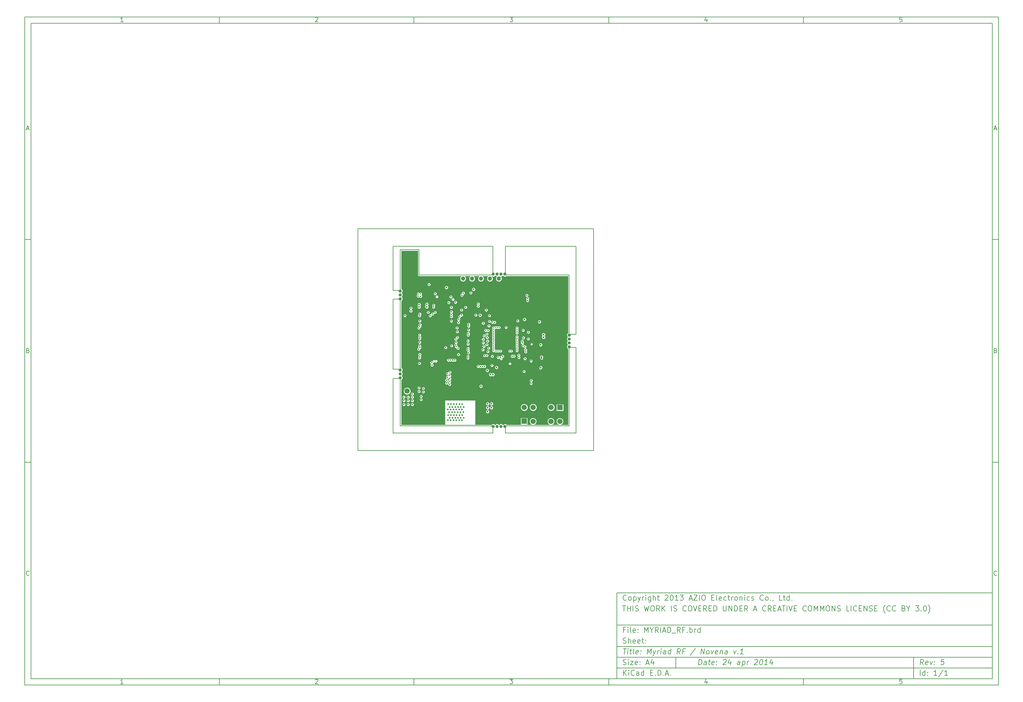
<source format=gbr>
G04 (created by PCBNEW (2013-05-31 BZR 4019)-stable) date 24/04/2014 12:04:12*
%MOIN*%
G04 Gerber Fmt 3.4, Leading zero omitted, Abs format*
%FSLAX34Y34*%
G01*
G70*
G90*
G04 APERTURE LIST*
%ADD10C,0.00590551*%
%ADD11C,0.0077*%
%ADD12C,0.0157*%
%ADD13C,0.0195*%
%ADD14C,0.0354*%
%ADD15C,0.173228*%
%ADD16R,0.0597X0.0597*%
%ADD17C,0.0597*%
%ADD18C,0.15748*%
%ADD19C,0.0472441*%
%ADD20R,0.0472441X0.0472441*%
%ADD21C,0.0432*%
%ADD22C,0.0117*%
%ADD23C,0.0077*%
%ADD24C,0.0196*%
%ADD25C,0.0138*%
%ADD26C,0.0122*%
%ADD27C,0.0039*%
G04 APERTURE END LIST*
G54D10*
X4000Y-4000D02*
X112930Y-4000D01*
X112930Y-78680D01*
X4000Y-78680D01*
X4000Y-4000D01*
X4700Y-4700D02*
X112230Y-4700D01*
X112230Y-77980D01*
X4700Y-77980D01*
X4700Y-4700D01*
X25780Y-4000D02*
X25780Y-4700D01*
X15032Y-4552D02*
X14747Y-4552D01*
X14890Y-4552D02*
X14890Y-4052D01*
X14842Y-4123D01*
X14794Y-4171D01*
X14747Y-4195D01*
X25780Y-78680D02*
X25780Y-77980D01*
X15032Y-78532D02*
X14747Y-78532D01*
X14890Y-78532D02*
X14890Y-78032D01*
X14842Y-78103D01*
X14794Y-78151D01*
X14747Y-78175D01*
X47560Y-4000D02*
X47560Y-4700D01*
X36527Y-4100D02*
X36550Y-4076D01*
X36598Y-4052D01*
X36717Y-4052D01*
X36765Y-4076D01*
X36789Y-4100D01*
X36812Y-4147D01*
X36812Y-4195D01*
X36789Y-4266D01*
X36503Y-4552D01*
X36812Y-4552D01*
X47560Y-78680D02*
X47560Y-77980D01*
X36527Y-78080D02*
X36550Y-78056D01*
X36598Y-78032D01*
X36717Y-78032D01*
X36765Y-78056D01*
X36789Y-78080D01*
X36812Y-78127D01*
X36812Y-78175D01*
X36789Y-78246D01*
X36503Y-78532D01*
X36812Y-78532D01*
X69340Y-4000D02*
X69340Y-4700D01*
X58283Y-4052D02*
X58592Y-4052D01*
X58426Y-4242D01*
X58497Y-4242D01*
X58545Y-4266D01*
X58569Y-4290D01*
X58592Y-4338D01*
X58592Y-4457D01*
X58569Y-4504D01*
X58545Y-4528D01*
X58497Y-4552D01*
X58354Y-4552D01*
X58307Y-4528D01*
X58283Y-4504D01*
X69340Y-78680D02*
X69340Y-77980D01*
X58283Y-78032D02*
X58592Y-78032D01*
X58426Y-78222D01*
X58497Y-78222D01*
X58545Y-78246D01*
X58569Y-78270D01*
X58592Y-78318D01*
X58592Y-78437D01*
X58569Y-78484D01*
X58545Y-78508D01*
X58497Y-78532D01*
X58354Y-78532D01*
X58307Y-78508D01*
X58283Y-78484D01*
X91120Y-4000D02*
X91120Y-4700D01*
X80325Y-4219D02*
X80325Y-4552D01*
X80206Y-4028D02*
X80087Y-4385D01*
X80396Y-4385D01*
X91120Y-78680D02*
X91120Y-77980D01*
X80325Y-78199D02*
X80325Y-78532D01*
X80206Y-78008D02*
X80087Y-78365D01*
X80396Y-78365D01*
X102129Y-4052D02*
X101890Y-4052D01*
X101867Y-4290D01*
X101890Y-4266D01*
X101938Y-4242D01*
X102057Y-4242D01*
X102105Y-4266D01*
X102129Y-4290D01*
X102152Y-4338D01*
X102152Y-4457D01*
X102129Y-4504D01*
X102105Y-4528D01*
X102057Y-4552D01*
X101938Y-4552D01*
X101890Y-4528D01*
X101867Y-4504D01*
X102129Y-78032D02*
X101890Y-78032D01*
X101867Y-78270D01*
X101890Y-78246D01*
X101938Y-78222D01*
X102057Y-78222D01*
X102105Y-78246D01*
X102129Y-78270D01*
X102152Y-78318D01*
X102152Y-78437D01*
X102129Y-78484D01*
X102105Y-78508D01*
X102057Y-78532D01*
X101938Y-78532D01*
X101890Y-78508D01*
X101867Y-78484D01*
X4000Y-28890D02*
X4700Y-28890D01*
X4230Y-16509D02*
X4469Y-16509D01*
X4183Y-16652D02*
X4350Y-16152D01*
X4516Y-16652D01*
X112930Y-28890D02*
X112230Y-28890D01*
X112460Y-16509D02*
X112699Y-16509D01*
X112413Y-16652D02*
X112580Y-16152D01*
X112746Y-16652D01*
X4000Y-53780D02*
X4700Y-53780D01*
X4385Y-41280D02*
X4457Y-41304D01*
X4480Y-41328D01*
X4504Y-41375D01*
X4504Y-41447D01*
X4480Y-41494D01*
X4457Y-41518D01*
X4409Y-41542D01*
X4219Y-41542D01*
X4219Y-41042D01*
X4385Y-41042D01*
X4433Y-41066D01*
X4457Y-41090D01*
X4480Y-41137D01*
X4480Y-41185D01*
X4457Y-41232D01*
X4433Y-41256D01*
X4385Y-41280D01*
X4219Y-41280D01*
X112930Y-53780D02*
X112230Y-53780D01*
X112615Y-41280D02*
X112687Y-41304D01*
X112710Y-41328D01*
X112734Y-41375D01*
X112734Y-41447D01*
X112710Y-41494D01*
X112687Y-41518D01*
X112639Y-41542D01*
X112449Y-41542D01*
X112449Y-41042D01*
X112615Y-41042D01*
X112663Y-41066D01*
X112687Y-41090D01*
X112710Y-41137D01*
X112710Y-41185D01*
X112687Y-41232D01*
X112663Y-41256D01*
X112615Y-41280D01*
X112449Y-41280D01*
X4504Y-66384D02*
X4480Y-66408D01*
X4409Y-66432D01*
X4361Y-66432D01*
X4290Y-66408D01*
X4242Y-66360D01*
X4219Y-66313D01*
X4195Y-66218D01*
X4195Y-66146D01*
X4219Y-66051D01*
X4242Y-66003D01*
X4290Y-65956D01*
X4361Y-65932D01*
X4409Y-65932D01*
X4480Y-65956D01*
X4504Y-65980D01*
X112734Y-66384D02*
X112710Y-66408D01*
X112639Y-66432D01*
X112591Y-66432D01*
X112520Y-66408D01*
X112472Y-66360D01*
X112449Y-66313D01*
X112425Y-66218D01*
X112425Y-66146D01*
X112449Y-66051D01*
X112472Y-66003D01*
X112520Y-65956D01*
X112591Y-65932D01*
X112639Y-65932D01*
X112710Y-65956D01*
X112734Y-65980D01*
X79380Y-76422D02*
X79455Y-75822D01*
X79597Y-75822D01*
X79680Y-75851D01*
X79730Y-75908D01*
X79751Y-75965D01*
X79765Y-76080D01*
X79755Y-76165D01*
X79712Y-76280D01*
X79676Y-76337D01*
X79612Y-76394D01*
X79522Y-76422D01*
X79380Y-76422D01*
X80237Y-76422D02*
X80276Y-76108D01*
X80255Y-76051D01*
X80201Y-76022D01*
X80087Y-76022D01*
X80026Y-76051D01*
X80240Y-76394D02*
X80180Y-76422D01*
X80037Y-76422D01*
X79983Y-76394D01*
X79962Y-76337D01*
X79969Y-76280D01*
X80005Y-76222D01*
X80065Y-76194D01*
X80208Y-76194D01*
X80269Y-76165D01*
X80487Y-76022D02*
X80715Y-76022D01*
X80597Y-75822D02*
X80533Y-76337D01*
X80555Y-76394D01*
X80608Y-76422D01*
X80665Y-76422D01*
X81097Y-76394D02*
X81037Y-76422D01*
X80922Y-76422D01*
X80869Y-76394D01*
X80847Y-76337D01*
X80876Y-76108D01*
X80912Y-76051D01*
X80972Y-76022D01*
X81087Y-76022D01*
X81140Y-76051D01*
X81162Y-76108D01*
X81155Y-76165D01*
X80862Y-76222D01*
X81387Y-76365D02*
X81412Y-76394D01*
X81380Y-76422D01*
X81355Y-76394D01*
X81387Y-76365D01*
X81380Y-76422D01*
X81426Y-76051D02*
X81451Y-76080D01*
X81419Y-76108D01*
X81394Y-76080D01*
X81426Y-76051D01*
X81419Y-76108D01*
X82162Y-75880D02*
X82194Y-75851D01*
X82255Y-75822D01*
X82397Y-75822D01*
X82451Y-75851D01*
X82476Y-75880D01*
X82497Y-75937D01*
X82490Y-75994D01*
X82451Y-76080D01*
X82065Y-76422D01*
X82437Y-76422D01*
X83001Y-76022D02*
X82951Y-76422D01*
X82887Y-75794D02*
X82690Y-76222D01*
X83062Y-76222D01*
X83980Y-76422D02*
X84019Y-76108D01*
X83997Y-76051D01*
X83944Y-76022D01*
X83830Y-76022D01*
X83769Y-76051D01*
X83983Y-76394D02*
X83922Y-76422D01*
X83780Y-76422D01*
X83726Y-76394D01*
X83705Y-76337D01*
X83712Y-76280D01*
X83747Y-76222D01*
X83808Y-76194D01*
X83951Y-76194D01*
X84012Y-76165D01*
X84315Y-76022D02*
X84240Y-76622D01*
X84312Y-76051D02*
X84372Y-76022D01*
X84487Y-76022D01*
X84540Y-76051D01*
X84565Y-76080D01*
X84587Y-76137D01*
X84565Y-76308D01*
X84530Y-76365D01*
X84497Y-76394D01*
X84437Y-76422D01*
X84322Y-76422D01*
X84269Y-76394D01*
X84808Y-76422D02*
X84858Y-76022D01*
X84844Y-76137D02*
X84880Y-76080D01*
X84912Y-76051D01*
X84972Y-76022D01*
X85030Y-76022D01*
X85676Y-75880D02*
X85708Y-75851D01*
X85769Y-75822D01*
X85912Y-75822D01*
X85965Y-75851D01*
X85990Y-75880D01*
X86012Y-75937D01*
X86005Y-75994D01*
X85965Y-76080D01*
X85580Y-76422D01*
X85951Y-76422D01*
X86397Y-75822D02*
X86455Y-75822D01*
X86508Y-75851D01*
X86533Y-75880D01*
X86555Y-75937D01*
X86569Y-76051D01*
X86551Y-76194D01*
X86508Y-76308D01*
X86472Y-76365D01*
X86440Y-76394D01*
X86380Y-76422D01*
X86322Y-76422D01*
X86269Y-76394D01*
X86244Y-76365D01*
X86222Y-76308D01*
X86208Y-76194D01*
X86226Y-76051D01*
X86269Y-75937D01*
X86305Y-75880D01*
X86337Y-75851D01*
X86397Y-75822D01*
X87094Y-76422D02*
X86751Y-76422D01*
X86922Y-76422D02*
X86997Y-75822D01*
X86930Y-75908D01*
X86865Y-75965D01*
X86805Y-75994D01*
X87658Y-76022D02*
X87608Y-76422D01*
X87544Y-75794D02*
X87347Y-76222D01*
X87719Y-76222D01*
X70972Y-77622D02*
X70972Y-77022D01*
X71315Y-77622D02*
X71058Y-77280D01*
X71315Y-77022D02*
X70972Y-77365D01*
X71572Y-77622D02*
X71572Y-77222D01*
X71572Y-77022D02*
X71544Y-77051D01*
X71572Y-77080D01*
X71601Y-77051D01*
X71572Y-77022D01*
X71572Y-77080D01*
X72201Y-77565D02*
X72172Y-77594D01*
X72087Y-77622D01*
X72030Y-77622D01*
X71944Y-77594D01*
X71887Y-77537D01*
X71858Y-77480D01*
X71830Y-77365D01*
X71830Y-77280D01*
X71858Y-77165D01*
X71887Y-77108D01*
X71944Y-77051D01*
X72030Y-77022D01*
X72087Y-77022D01*
X72172Y-77051D01*
X72201Y-77080D01*
X72715Y-77622D02*
X72715Y-77308D01*
X72687Y-77251D01*
X72630Y-77222D01*
X72515Y-77222D01*
X72458Y-77251D01*
X72715Y-77594D02*
X72658Y-77622D01*
X72515Y-77622D01*
X72458Y-77594D01*
X72430Y-77537D01*
X72430Y-77480D01*
X72458Y-77422D01*
X72515Y-77394D01*
X72658Y-77394D01*
X72715Y-77365D01*
X73258Y-77622D02*
X73258Y-77022D01*
X73258Y-77594D02*
X73201Y-77622D01*
X73087Y-77622D01*
X73030Y-77594D01*
X73001Y-77565D01*
X72972Y-77508D01*
X72972Y-77337D01*
X73001Y-77280D01*
X73030Y-77251D01*
X73087Y-77222D01*
X73201Y-77222D01*
X73258Y-77251D01*
X74001Y-77308D02*
X74201Y-77308D01*
X74287Y-77622D02*
X74001Y-77622D01*
X74001Y-77022D01*
X74287Y-77022D01*
X74544Y-77565D02*
X74572Y-77594D01*
X74544Y-77622D01*
X74515Y-77594D01*
X74544Y-77565D01*
X74544Y-77622D01*
X74829Y-77622D02*
X74829Y-77022D01*
X74972Y-77022D01*
X75058Y-77051D01*
X75115Y-77108D01*
X75144Y-77165D01*
X75172Y-77280D01*
X75172Y-77365D01*
X75144Y-77480D01*
X75115Y-77537D01*
X75058Y-77594D01*
X74972Y-77622D01*
X74829Y-77622D01*
X75429Y-77565D02*
X75458Y-77594D01*
X75429Y-77622D01*
X75401Y-77594D01*
X75429Y-77565D01*
X75429Y-77622D01*
X75687Y-77451D02*
X75972Y-77451D01*
X75629Y-77622D02*
X75829Y-77022D01*
X76029Y-77622D01*
X76229Y-77565D02*
X76258Y-77594D01*
X76229Y-77622D01*
X76201Y-77594D01*
X76229Y-77565D01*
X76229Y-77622D01*
X104522Y-76422D02*
X104358Y-76137D01*
X104180Y-76422D02*
X104255Y-75822D01*
X104483Y-75822D01*
X104537Y-75851D01*
X104562Y-75880D01*
X104583Y-75937D01*
X104572Y-76022D01*
X104537Y-76080D01*
X104505Y-76108D01*
X104444Y-76137D01*
X104215Y-76137D01*
X105012Y-76394D02*
X104951Y-76422D01*
X104837Y-76422D01*
X104783Y-76394D01*
X104762Y-76337D01*
X104790Y-76108D01*
X104826Y-76051D01*
X104887Y-76022D01*
X105001Y-76022D01*
X105055Y-76051D01*
X105076Y-76108D01*
X105069Y-76165D01*
X104776Y-76222D01*
X105287Y-76022D02*
X105380Y-76422D01*
X105572Y-76022D01*
X105758Y-76365D02*
X105783Y-76394D01*
X105751Y-76422D01*
X105726Y-76394D01*
X105758Y-76365D01*
X105751Y-76422D01*
X105797Y-76051D02*
X105822Y-76080D01*
X105790Y-76108D01*
X105765Y-76080D01*
X105797Y-76051D01*
X105790Y-76108D01*
X106855Y-75822D02*
X106569Y-75822D01*
X106505Y-76108D01*
X106537Y-76080D01*
X106597Y-76051D01*
X106740Y-76051D01*
X106794Y-76080D01*
X106819Y-76108D01*
X106840Y-76165D01*
X106822Y-76308D01*
X106787Y-76365D01*
X106755Y-76394D01*
X106694Y-76422D01*
X106551Y-76422D01*
X106497Y-76394D01*
X106472Y-76365D01*
X70944Y-76394D02*
X71030Y-76422D01*
X71172Y-76422D01*
X71230Y-76394D01*
X71258Y-76365D01*
X71287Y-76308D01*
X71287Y-76251D01*
X71258Y-76194D01*
X71230Y-76165D01*
X71172Y-76137D01*
X71058Y-76108D01*
X71001Y-76080D01*
X70972Y-76051D01*
X70944Y-75994D01*
X70944Y-75937D01*
X70972Y-75880D01*
X71001Y-75851D01*
X71058Y-75822D01*
X71201Y-75822D01*
X71287Y-75851D01*
X71544Y-76422D02*
X71544Y-76022D01*
X71544Y-75822D02*
X71515Y-75851D01*
X71544Y-75880D01*
X71572Y-75851D01*
X71544Y-75822D01*
X71544Y-75880D01*
X71772Y-76022D02*
X72087Y-76022D01*
X71772Y-76422D01*
X72087Y-76422D01*
X72544Y-76394D02*
X72487Y-76422D01*
X72372Y-76422D01*
X72315Y-76394D01*
X72287Y-76337D01*
X72287Y-76108D01*
X72315Y-76051D01*
X72372Y-76022D01*
X72487Y-76022D01*
X72544Y-76051D01*
X72572Y-76108D01*
X72572Y-76165D01*
X72287Y-76222D01*
X72830Y-76365D02*
X72858Y-76394D01*
X72830Y-76422D01*
X72801Y-76394D01*
X72830Y-76365D01*
X72830Y-76422D01*
X72830Y-76051D02*
X72858Y-76080D01*
X72830Y-76108D01*
X72801Y-76080D01*
X72830Y-76051D01*
X72830Y-76108D01*
X73544Y-76251D02*
X73830Y-76251D01*
X73487Y-76422D02*
X73687Y-75822D01*
X73887Y-76422D01*
X74344Y-76022D02*
X74344Y-76422D01*
X74201Y-75794D02*
X74058Y-76222D01*
X74430Y-76222D01*
X104172Y-77622D02*
X104172Y-77022D01*
X104715Y-77622D02*
X104715Y-77022D01*
X104715Y-77594D02*
X104658Y-77622D01*
X104544Y-77622D01*
X104487Y-77594D01*
X104458Y-77565D01*
X104430Y-77508D01*
X104430Y-77337D01*
X104458Y-77280D01*
X104487Y-77251D01*
X104544Y-77222D01*
X104658Y-77222D01*
X104715Y-77251D01*
X105001Y-77565D02*
X105030Y-77594D01*
X105001Y-77622D01*
X104972Y-77594D01*
X105001Y-77565D01*
X105001Y-77622D01*
X105001Y-77251D02*
X105030Y-77280D01*
X105001Y-77308D01*
X104972Y-77280D01*
X105001Y-77251D01*
X105001Y-77308D01*
X106058Y-77622D02*
X105715Y-77622D01*
X105887Y-77622D02*
X105887Y-77022D01*
X105829Y-77108D01*
X105772Y-77165D01*
X105715Y-77194D01*
X106744Y-76994D02*
X106230Y-77765D01*
X107258Y-77622D02*
X106915Y-77622D01*
X107087Y-77622D02*
X107087Y-77022D01*
X107029Y-77108D01*
X106972Y-77165D01*
X106915Y-77194D01*
X70969Y-74622D02*
X71312Y-74622D01*
X71065Y-75222D02*
X71140Y-74622D01*
X71437Y-75222D02*
X71487Y-74822D01*
X71512Y-74622D02*
X71480Y-74651D01*
X71505Y-74680D01*
X71537Y-74651D01*
X71512Y-74622D01*
X71505Y-74680D01*
X71687Y-74822D02*
X71915Y-74822D01*
X71797Y-74622D02*
X71733Y-75137D01*
X71755Y-75194D01*
X71808Y-75222D01*
X71865Y-75222D01*
X72151Y-75222D02*
X72097Y-75194D01*
X72076Y-75137D01*
X72140Y-74622D01*
X72612Y-75194D02*
X72551Y-75222D01*
X72437Y-75222D01*
X72383Y-75194D01*
X72362Y-75137D01*
X72390Y-74908D01*
X72426Y-74851D01*
X72487Y-74822D01*
X72601Y-74822D01*
X72655Y-74851D01*
X72676Y-74908D01*
X72669Y-74965D01*
X72376Y-75022D01*
X72901Y-75165D02*
X72926Y-75194D01*
X72894Y-75222D01*
X72869Y-75194D01*
X72901Y-75165D01*
X72894Y-75222D01*
X72940Y-74851D02*
X72965Y-74880D01*
X72933Y-74908D01*
X72908Y-74880D01*
X72940Y-74851D01*
X72933Y-74908D01*
X73637Y-75222D02*
X73712Y-74622D01*
X73858Y-75051D01*
X74112Y-74622D01*
X74037Y-75222D01*
X74315Y-74822D02*
X74408Y-75222D01*
X74601Y-74822D02*
X74408Y-75222D01*
X74333Y-75365D01*
X74301Y-75394D01*
X74240Y-75422D01*
X74780Y-75222D02*
X74830Y-74822D01*
X74815Y-74937D02*
X74851Y-74880D01*
X74883Y-74851D01*
X74944Y-74822D01*
X75001Y-74822D01*
X75151Y-75222D02*
X75201Y-74822D01*
X75226Y-74622D02*
X75194Y-74651D01*
X75219Y-74680D01*
X75251Y-74651D01*
X75226Y-74622D01*
X75219Y-74680D01*
X75694Y-75222D02*
X75733Y-74908D01*
X75712Y-74851D01*
X75658Y-74822D01*
X75544Y-74822D01*
X75483Y-74851D01*
X75697Y-75194D02*
X75637Y-75222D01*
X75494Y-75222D01*
X75440Y-75194D01*
X75419Y-75137D01*
X75426Y-75080D01*
X75462Y-75022D01*
X75522Y-74994D01*
X75665Y-74994D01*
X75726Y-74965D01*
X76237Y-75222D02*
X76312Y-74622D01*
X76240Y-75194D02*
X76180Y-75222D01*
X76065Y-75222D01*
X76012Y-75194D01*
X75987Y-75165D01*
X75965Y-75108D01*
X75987Y-74937D01*
X76022Y-74880D01*
X76055Y-74851D01*
X76115Y-74822D01*
X76230Y-74822D01*
X76283Y-74851D01*
X77322Y-75222D02*
X77158Y-74937D01*
X76980Y-75222D02*
X77055Y-74622D01*
X77283Y-74622D01*
X77337Y-74651D01*
X77362Y-74680D01*
X77383Y-74737D01*
X77372Y-74822D01*
X77337Y-74880D01*
X77305Y-74908D01*
X77244Y-74937D01*
X77015Y-74937D01*
X77819Y-74908D02*
X77619Y-74908D01*
X77580Y-75222D02*
X77655Y-74622D01*
X77940Y-74622D01*
X79058Y-74594D02*
X78447Y-75365D01*
X79637Y-75222D02*
X79712Y-74622D01*
X79980Y-75222D01*
X80055Y-74622D01*
X80351Y-75222D02*
X80297Y-75194D01*
X80272Y-75165D01*
X80251Y-75108D01*
X80272Y-74937D01*
X80308Y-74880D01*
X80340Y-74851D01*
X80401Y-74822D01*
X80487Y-74822D01*
X80540Y-74851D01*
X80565Y-74880D01*
X80587Y-74937D01*
X80565Y-75108D01*
X80530Y-75165D01*
X80497Y-75194D01*
X80437Y-75222D01*
X80351Y-75222D01*
X80801Y-74822D02*
X80894Y-75222D01*
X81087Y-74822D01*
X81497Y-75194D02*
X81437Y-75222D01*
X81322Y-75222D01*
X81269Y-75194D01*
X81247Y-75137D01*
X81276Y-74908D01*
X81312Y-74851D01*
X81372Y-74822D01*
X81487Y-74822D01*
X81540Y-74851D01*
X81562Y-74908D01*
X81555Y-74965D01*
X81262Y-75022D01*
X81830Y-74822D02*
X81780Y-75222D01*
X81822Y-74880D02*
X81855Y-74851D01*
X81915Y-74822D01*
X82001Y-74822D01*
X82055Y-74851D01*
X82076Y-74908D01*
X82037Y-75222D01*
X82580Y-75222D02*
X82619Y-74908D01*
X82597Y-74851D01*
X82544Y-74822D01*
X82430Y-74822D01*
X82369Y-74851D01*
X82583Y-75194D02*
X82522Y-75222D01*
X82380Y-75222D01*
X82326Y-75194D01*
X82305Y-75137D01*
X82312Y-75080D01*
X82347Y-75022D01*
X82408Y-74994D01*
X82551Y-74994D01*
X82612Y-74965D01*
X83315Y-74822D02*
X83408Y-75222D01*
X83601Y-74822D01*
X83787Y-75165D02*
X83812Y-75194D01*
X83780Y-75222D01*
X83755Y-75194D01*
X83787Y-75165D01*
X83780Y-75222D01*
X84380Y-75222D02*
X84037Y-75222D01*
X84208Y-75222D02*
X84283Y-74622D01*
X84215Y-74708D01*
X84151Y-74765D01*
X84090Y-74794D01*
X71172Y-72508D02*
X70972Y-72508D01*
X70972Y-72822D02*
X70972Y-72222D01*
X71258Y-72222D01*
X71487Y-72822D02*
X71487Y-72422D01*
X71487Y-72222D02*
X71458Y-72251D01*
X71487Y-72280D01*
X71515Y-72251D01*
X71487Y-72222D01*
X71487Y-72280D01*
X71858Y-72822D02*
X71801Y-72794D01*
X71772Y-72737D01*
X71772Y-72222D01*
X72315Y-72794D02*
X72258Y-72822D01*
X72144Y-72822D01*
X72087Y-72794D01*
X72058Y-72737D01*
X72058Y-72508D01*
X72087Y-72451D01*
X72144Y-72422D01*
X72258Y-72422D01*
X72315Y-72451D01*
X72344Y-72508D01*
X72344Y-72565D01*
X72058Y-72622D01*
X72601Y-72765D02*
X72630Y-72794D01*
X72601Y-72822D01*
X72572Y-72794D01*
X72601Y-72765D01*
X72601Y-72822D01*
X72601Y-72451D02*
X72630Y-72480D01*
X72601Y-72508D01*
X72572Y-72480D01*
X72601Y-72451D01*
X72601Y-72508D01*
X73344Y-72822D02*
X73344Y-72222D01*
X73544Y-72651D01*
X73744Y-72222D01*
X73744Y-72822D01*
X74144Y-72537D02*
X74144Y-72822D01*
X73944Y-72222D02*
X74144Y-72537D01*
X74344Y-72222D01*
X74887Y-72822D02*
X74687Y-72537D01*
X74544Y-72822D02*
X74544Y-72222D01*
X74772Y-72222D01*
X74830Y-72251D01*
X74858Y-72280D01*
X74887Y-72337D01*
X74887Y-72422D01*
X74858Y-72480D01*
X74830Y-72508D01*
X74772Y-72537D01*
X74544Y-72537D01*
X75144Y-72822D02*
X75144Y-72222D01*
X75401Y-72651D02*
X75687Y-72651D01*
X75344Y-72822D02*
X75544Y-72222D01*
X75744Y-72822D01*
X75944Y-72822D02*
X75944Y-72222D01*
X76087Y-72222D01*
X76172Y-72251D01*
X76230Y-72308D01*
X76258Y-72365D01*
X76287Y-72480D01*
X76287Y-72565D01*
X76258Y-72680D01*
X76230Y-72737D01*
X76172Y-72794D01*
X76087Y-72822D01*
X75944Y-72822D01*
X76401Y-72880D02*
X76858Y-72880D01*
X77344Y-72822D02*
X77144Y-72537D01*
X77001Y-72822D02*
X77001Y-72222D01*
X77230Y-72222D01*
X77287Y-72251D01*
X77315Y-72280D01*
X77344Y-72337D01*
X77344Y-72422D01*
X77315Y-72480D01*
X77287Y-72508D01*
X77230Y-72537D01*
X77001Y-72537D01*
X77801Y-72508D02*
X77601Y-72508D01*
X77601Y-72822D02*
X77601Y-72222D01*
X77887Y-72222D01*
X78115Y-72765D02*
X78144Y-72794D01*
X78115Y-72822D01*
X78087Y-72794D01*
X78115Y-72765D01*
X78115Y-72822D01*
X78401Y-72822D02*
X78401Y-72222D01*
X78401Y-72451D02*
X78458Y-72422D01*
X78572Y-72422D01*
X78630Y-72451D01*
X78658Y-72480D01*
X78687Y-72537D01*
X78687Y-72708D01*
X78658Y-72765D01*
X78630Y-72794D01*
X78572Y-72822D01*
X78458Y-72822D01*
X78401Y-72794D01*
X78944Y-72822D02*
X78944Y-72422D01*
X78944Y-72537D02*
X78972Y-72480D01*
X79001Y-72451D01*
X79058Y-72422D01*
X79115Y-72422D01*
X79572Y-72822D02*
X79572Y-72222D01*
X79572Y-72794D02*
X79515Y-72822D01*
X79401Y-72822D01*
X79344Y-72794D01*
X79315Y-72765D01*
X79287Y-72708D01*
X79287Y-72537D01*
X79315Y-72480D01*
X79344Y-72451D01*
X79401Y-72422D01*
X79515Y-72422D01*
X79572Y-72451D01*
X70944Y-73994D02*
X71030Y-74022D01*
X71172Y-74022D01*
X71230Y-73994D01*
X71258Y-73965D01*
X71287Y-73908D01*
X71287Y-73851D01*
X71258Y-73794D01*
X71230Y-73765D01*
X71172Y-73737D01*
X71058Y-73708D01*
X71001Y-73680D01*
X70972Y-73651D01*
X70944Y-73594D01*
X70944Y-73537D01*
X70972Y-73480D01*
X71001Y-73451D01*
X71058Y-73422D01*
X71201Y-73422D01*
X71287Y-73451D01*
X71544Y-74022D02*
X71544Y-73422D01*
X71801Y-74022D02*
X71801Y-73708D01*
X71772Y-73651D01*
X71715Y-73622D01*
X71630Y-73622D01*
X71572Y-73651D01*
X71544Y-73680D01*
X72315Y-73994D02*
X72258Y-74022D01*
X72144Y-74022D01*
X72087Y-73994D01*
X72058Y-73937D01*
X72058Y-73708D01*
X72087Y-73651D01*
X72144Y-73622D01*
X72258Y-73622D01*
X72315Y-73651D01*
X72344Y-73708D01*
X72344Y-73765D01*
X72058Y-73822D01*
X72830Y-73994D02*
X72772Y-74022D01*
X72658Y-74022D01*
X72601Y-73994D01*
X72572Y-73937D01*
X72572Y-73708D01*
X72601Y-73651D01*
X72658Y-73622D01*
X72772Y-73622D01*
X72830Y-73651D01*
X72858Y-73708D01*
X72858Y-73765D01*
X72572Y-73822D01*
X73030Y-73622D02*
X73258Y-73622D01*
X73115Y-73422D02*
X73115Y-73937D01*
X73144Y-73994D01*
X73201Y-74022D01*
X73258Y-74022D01*
X73458Y-73965D02*
X73487Y-73994D01*
X73458Y-74022D01*
X73430Y-73994D01*
X73458Y-73965D01*
X73458Y-74022D01*
X73458Y-73651D02*
X73487Y-73680D01*
X73458Y-73708D01*
X73430Y-73680D01*
X73458Y-73651D01*
X73458Y-73708D01*
X70887Y-69822D02*
X71230Y-69822D01*
X71058Y-70422D02*
X71058Y-69822D01*
X71430Y-70422D02*
X71430Y-69822D01*
X71430Y-70108D02*
X71772Y-70108D01*
X71772Y-70422D02*
X71772Y-69822D01*
X72058Y-70422D02*
X72058Y-69822D01*
X72315Y-70394D02*
X72401Y-70422D01*
X72544Y-70422D01*
X72601Y-70394D01*
X72629Y-70365D01*
X72658Y-70308D01*
X72658Y-70251D01*
X72629Y-70194D01*
X72601Y-70165D01*
X72544Y-70137D01*
X72429Y-70108D01*
X72372Y-70080D01*
X72344Y-70051D01*
X72315Y-69994D01*
X72315Y-69937D01*
X72344Y-69880D01*
X72372Y-69851D01*
X72429Y-69822D01*
X72572Y-69822D01*
X72658Y-69851D01*
X73315Y-69822D02*
X73458Y-70422D01*
X73572Y-69994D01*
X73687Y-70422D01*
X73830Y-69822D01*
X74172Y-69822D02*
X74287Y-69822D01*
X74344Y-69851D01*
X74401Y-69908D01*
X74430Y-70022D01*
X74430Y-70222D01*
X74401Y-70337D01*
X74344Y-70394D01*
X74287Y-70422D01*
X74172Y-70422D01*
X74115Y-70394D01*
X74058Y-70337D01*
X74030Y-70222D01*
X74030Y-70022D01*
X74058Y-69908D01*
X74115Y-69851D01*
X74172Y-69822D01*
X75029Y-70422D02*
X74829Y-70137D01*
X74687Y-70422D02*
X74687Y-69822D01*
X74915Y-69822D01*
X74972Y-69851D01*
X75001Y-69880D01*
X75029Y-69937D01*
X75029Y-70022D01*
X75001Y-70080D01*
X74972Y-70108D01*
X74915Y-70137D01*
X74687Y-70137D01*
X75287Y-70422D02*
X75287Y-69822D01*
X75629Y-70422D02*
X75372Y-70080D01*
X75629Y-69822D02*
X75287Y-70165D01*
X76344Y-70422D02*
X76344Y-69822D01*
X76601Y-70394D02*
X76687Y-70422D01*
X76829Y-70422D01*
X76887Y-70394D01*
X76915Y-70365D01*
X76944Y-70308D01*
X76944Y-70251D01*
X76915Y-70194D01*
X76887Y-70165D01*
X76829Y-70137D01*
X76715Y-70108D01*
X76658Y-70080D01*
X76629Y-70051D01*
X76601Y-69994D01*
X76601Y-69937D01*
X76629Y-69880D01*
X76658Y-69851D01*
X76715Y-69822D01*
X76858Y-69822D01*
X76944Y-69851D01*
X78001Y-70365D02*
X77972Y-70394D01*
X77887Y-70422D01*
X77830Y-70422D01*
X77744Y-70394D01*
X77687Y-70337D01*
X77658Y-70280D01*
X77630Y-70165D01*
X77630Y-70080D01*
X77658Y-69965D01*
X77687Y-69908D01*
X77744Y-69851D01*
X77830Y-69822D01*
X77887Y-69822D01*
X77972Y-69851D01*
X78001Y-69880D01*
X78372Y-69822D02*
X78487Y-69822D01*
X78544Y-69851D01*
X78601Y-69908D01*
X78630Y-70022D01*
X78630Y-70222D01*
X78601Y-70337D01*
X78544Y-70394D01*
X78487Y-70422D01*
X78372Y-70422D01*
X78315Y-70394D01*
X78258Y-70337D01*
X78230Y-70222D01*
X78230Y-70022D01*
X78258Y-69908D01*
X78315Y-69851D01*
X78372Y-69822D01*
X78801Y-69822D02*
X79001Y-70422D01*
X79201Y-69822D01*
X79401Y-70108D02*
X79601Y-70108D01*
X79687Y-70422D02*
X79401Y-70422D01*
X79401Y-69822D01*
X79687Y-69822D01*
X80287Y-70422D02*
X80087Y-70137D01*
X79944Y-70422D02*
X79944Y-69822D01*
X80172Y-69822D01*
X80229Y-69851D01*
X80258Y-69880D01*
X80287Y-69937D01*
X80287Y-70022D01*
X80258Y-70080D01*
X80229Y-70108D01*
X80172Y-70137D01*
X79944Y-70137D01*
X80544Y-70108D02*
X80744Y-70108D01*
X80829Y-70422D02*
X80544Y-70422D01*
X80544Y-69822D01*
X80829Y-69822D01*
X81087Y-70422D02*
X81087Y-69822D01*
X81229Y-69822D01*
X81315Y-69851D01*
X81372Y-69908D01*
X81401Y-69965D01*
X81429Y-70080D01*
X81429Y-70165D01*
X81401Y-70280D01*
X81372Y-70337D01*
X81315Y-70394D01*
X81229Y-70422D01*
X81087Y-70422D01*
X82144Y-69822D02*
X82144Y-70308D01*
X82172Y-70365D01*
X82201Y-70394D01*
X82258Y-70422D01*
X82372Y-70422D01*
X82429Y-70394D01*
X82458Y-70365D01*
X82487Y-70308D01*
X82487Y-69822D01*
X82772Y-70422D02*
X82772Y-69822D01*
X83115Y-70422D01*
X83115Y-69822D01*
X83401Y-70422D02*
X83401Y-69822D01*
X83544Y-69822D01*
X83629Y-69851D01*
X83687Y-69908D01*
X83715Y-69965D01*
X83744Y-70080D01*
X83744Y-70165D01*
X83715Y-70280D01*
X83687Y-70337D01*
X83629Y-70394D01*
X83544Y-70422D01*
X83401Y-70422D01*
X84001Y-70108D02*
X84201Y-70108D01*
X84287Y-70422D02*
X84001Y-70422D01*
X84001Y-69822D01*
X84287Y-69822D01*
X84887Y-70422D02*
X84687Y-70137D01*
X84544Y-70422D02*
X84544Y-69822D01*
X84772Y-69822D01*
X84829Y-69851D01*
X84858Y-69880D01*
X84887Y-69937D01*
X84887Y-70022D01*
X84858Y-70080D01*
X84829Y-70108D01*
X84772Y-70137D01*
X84544Y-70137D01*
X85572Y-70251D02*
X85858Y-70251D01*
X85515Y-70422D02*
X85715Y-69822D01*
X85915Y-70422D01*
X86915Y-70365D02*
X86887Y-70394D01*
X86801Y-70422D01*
X86744Y-70422D01*
X86658Y-70394D01*
X86601Y-70337D01*
X86572Y-70280D01*
X86544Y-70165D01*
X86544Y-70080D01*
X86572Y-69965D01*
X86601Y-69908D01*
X86658Y-69851D01*
X86744Y-69822D01*
X86801Y-69822D01*
X86887Y-69851D01*
X86915Y-69880D01*
X87515Y-70422D02*
X87315Y-70137D01*
X87172Y-70422D02*
X87172Y-69822D01*
X87401Y-69822D01*
X87458Y-69851D01*
X87487Y-69880D01*
X87515Y-69937D01*
X87515Y-70022D01*
X87487Y-70080D01*
X87458Y-70108D01*
X87401Y-70137D01*
X87172Y-70137D01*
X87772Y-70108D02*
X87972Y-70108D01*
X88058Y-70422D02*
X87772Y-70422D01*
X87772Y-69822D01*
X88058Y-69822D01*
X88287Y-70251D02*
X88572Y-70251D01*
X88229Y-70422D02*
X88429Y-69822D01*
X88629Y-70422D01*
X88744Y-69822D02*
X89087Y-69822D01*
X88915Y-70422D02*
X88915Y-69822D01*
X89287Y-70422D02*
X89287Y-69822D01*
X89487Y-69822D02*
X89687Y-70422D01*
X89887Y-69822D01*
X90087Y-70108D02*
X90287Y-70108D01*
X90372Y-70422D02*
X90087Y-70422D01*
X90087Y-69822D01*
X90372Y-69822D01*
X91429Y-70365D02*
X91401Y-70394D01*
X91315Y-70422D01*
X91258Y-70422D01*
X91172Y-70394D01*
X91115Y-70337D01*
X91087Y-70280D01*
X91058Y-70165D01*
X91058Y-70080D01*
X91087Y-69965D01*
X91115Y-69908D01*
X91172Y-69851D01*
X91258Y-69822D01*
X91315Y-69822D01*
X91401Y-69851D01*
X91429Y-69880D01*
X91801Y-69822D02*
X91915Y-69822D01*
X91972Y-69851D01*
X92029Y-69908D01*
X92058Y-70022D01*
X92058Y-70222D01*
X92029Y-70337D01*
X91972Y-70394D01*
X91915Y-70422D01*
X91801Y-70422D01*
X91744Y-70394D01*
X91687Y-70337D01*
X91658Y-70222D01*
X91658Y-70022D01*
X91687Y-69908D01*
X91744Y-69851D01*
X91801Y-69822D01*
X92315Y-70422D02*
X92315Y-69822D01*
X92515Y-70251D01*
X92715Y-69822D01*
X92715Y-70422D01*
X93001Y-70422D02*
X93001Y-69822D01*
X93201Y-70251D01*
X93401Y-69822D01*
X93401Y-70422D01*
X93801Y-69822D02*
X93915Y-69822D01*
X93972Y-69851D01*
X94029Y-69908D01*
X94058Y-70022D01*
X94058Y-70222D01*
X94029Y-70337D01*
X93972Y-70394D01*
X93915Y-70422D01*
X93801Y-70422D01*
X93744Y-70394D01*
X93687Y-70337D01*
X93658Y-70222D01*
X93658Y-70022D01*
X93687Y-69908D01*
X93744Y-69851D01*
X93801Y-69822D01*
X94315Y-70422D02*
X94315Y-69822D01*
X94658Y-70422D01*
X94658Y-69822D01*
X94915Y-70394D02*
X95001Y-70422D01*
X95144Y-70422D01*
X95201Y-70394D01*
X95229Y-70365D01*
X95258Y-70308D01*
X95258Y-70251D01*
X95229Y-70194D01*
X95201Y-70165D01*
X95144Y-70137D01*
X95029Y-70108D01*
X94972Y-70080D01*
X94944Y-70051D01*
X94915Y-69994D01*
X94915Y-69937D01*
X94944Y-69880D01*
X94972Y-69851D01*
X95029Y-69822D01*
X95172Y-69822D01*
X95258Y-69851D01*
X96258Y-70422D02*
X95972Y-70422D01*
X95972Y-69822D01*
X96458Y-70422D02*
X96458Y-69822D01*
X97087Y-70365D02*
X97058Y-70394D01*
X96972Y-70422D01*
X96915Y-70422D01*
X96829Y-70394D01*
X96772Y-70337D01*
X96744Y-70280D01*
X96715Y-70165D01*
X96715Y-70080D01*
X96744Y-69965D01*
X96772Y-69908D01*
X96829Y-69851D01*
X96915Y-69822D01*
X96972Y-69822D01*
X97058Y-69851D01*
X97087Y-69880D01*
X97344Y-70108D02*
X97544Y-70108D01*
X97629Y-70422D02*
X97344Y-70422D01*
X97344Y-69822D01*
X97629Y-69822D01*
X97887Y-70422D02*
X97887Y-69822D01*
X98229Y-70422D01*
X98229Y-69822D01*
X98487Y-70394D02*
X98572Y-70422D01*
X98715Y-70422D01*
X98772Y-70394D01*
X98801Y-70365D01*
X98829Y-70308D01*
X98829Y-70251D01*
X98801Y-70194D01*
X98772Y-70165D01*
X98715Y-70137D01*
X98601Y-70108D01*
X98544Y-70080D01*
X98515Y-70051D01*
X98487Y-69994D01*
X98487Y-69937D01*
X98515Y-69880D01*
X98544Y-69851D01*
X98601Y-69822D01*
X98744Y-69822D01*
X98829Y-69851D01*
X99087Y-70108D02*
X99287Y-70108D01*
X99372Y-70422D02*
X99087Y-70422D01*
X99087Y-69822D01*
X99372Y-69822D01*
X100258Y-70651D02*
X100229Y-70622D01*
X100172Y-70537D01*
X100144Y-70480D01*
X100115Y-70394D01*
X100087Y-70251D01*
X100087Y-70137D01*
X100115Y-69994D01*
X100144Y-69908D01*
X100172Y-69851D01*
X100229Y-69765D01*
X100258Y-69737D01*
X100829Y-70365D02*
X100801Y-70394D01*
X100715Y-70422D01*
X100658Y-70422D01*
X100572Y-70394D01*
X100515Y-70337D01*
X100487Y-70280D01*
X100458Y-70165D01*
X100458Y-70080D01*
X100487Y-69965D01*
X100515Y-69908D01*
X100572Y-69851D01*
X100658Y-69822D01*
X100715Y-69822D01*
X100801Y-69851D01*
X100829Y-69880D01*
X101429Y-70365D02*
X101401Y-70394D01*
X101315Y-70422D01*
X101258Y-70422D01*
X101172Y-70394D01*
X101115Y-70337D01*
X101087Y-70280D01*
X101058Y-70165D01*
X101058Y-70080D01*
X101087Y-69965D01*
X101115Y-69908D01*
X101172Y-69851D01*
X101258Y-69822D01*
X101315Y-69822D01*
X101401Y-69851D01*
X101429Y-69880D01*
X102344Y-70108D02*
X102429Y-70137D01*
X102458Y-70165D01*
X102487Y-70222D01*
X102487Y-70308D01*
X102458Y-70365D01*
X102429Y-70394D01*
X102372Y-70422D01*
X102144Y-70422D01*
X102144Y-69822D01*
X102344Y-69822D01*
X102401Y-69851D01*
X102429Y-69880D01*
X102458Y-69937D01*
X102458Y-69994D01*
X102429Y-70051D01*
X102401Y-70080D01*
X102344Y-70108D01*
X102144Y-70108D01*
X102858Y-70137D02*
X102858Y-70422D01*
X102658Y-69822D02*
X102858Y-70137D01*
X103058Y-69822D01*
X103658Y-69822D02*
X104029Y-69822D01*
X103829Y-70051D01*
X103915Y-70051D01*
X103972Y-70080D01*
X104001Y-70108D01*
X104029Y-70165D01*
X104029Y-70308D01*
X104001Y-70365D01*
X103972Y-70394D01*
X103915Y-70422D01*
X103744Y-70422D01*
X103687Y-70394D01*
X103658Y-70365D01*
X104287Y-70365D02*
X104315Y-70394D01*
X104287Y-70422D01*
X104258Y-70394D01*
X104287Y-70365D01*
X104287Y-70422D01*
X104687Y-69822D02*
X104744Y-69822D01*
X104801Y-69851D01*
X104829Y-69880D01*
X104858Y-69937D01*
X104887Y-70051D01*
X104887Y-70194D01*
X104858Y-70308D01*
X104829Y-70365D01*
X104801Y-70394D01*
X104744Y-70422D01*
X104687Y-70422D01*
X104629Y-70394D01*
X104601Y-70365D01*
X104572Y-70308D01*
X104544Y-70194D01*
X104544Y-70051D01*
X104572Y-69937D01*
X104601Y-69880D01*
X104629Y-69851D01*
X104687Y-69822D01*
X105087Y-70651D02*
X105115Y-70622D01*
X105172Y-70537D01*
X105201Y-70480D01*
X105229Y-70394D01*
X105258Y-70251D01*
X105258Y-70137D01*
X105229Y-69994D01*
X105201Y-69908D01*
X105172Y-69851D01*
X105115Y-69765D01*
X105087Y-69737D01*
X71315Y-69165D02*
X71287Y-69194D01*
X71201Y-69222D01*
X71144Y-69222D01*
X71058Y-69194D01*
X71001Y-69137D01*
X70972Y-69080D01*
X70944Y-68965D01*
X70944Y-68880D01*
X70972Y-68765D01*
X71001Y-68708D01*
X71058Y-68651D01*
X71144Y-68622D01*
X71201Y-68622D01*
X71287Y-68651D01*
X71315Y-68680D01*
X71658Y-69222D02*
X71601Y-69194D01*
X71572Y-69165D01*
X71544Y-69108D01*
X71544Y-68937D01*
X71572Y-68880D01*
X71601Y-68851D01*
X71658Y-68822D01*
X71744Y-68822D01*
X71801Y-68851D01*
X71830Y-68880D01*
X71858Y-68937D01*
X71858Y-69108D01*
X71830Y-69165D01*
X71801Y-69194D01*
X71744Y-69222D01*
X71658Y-69222D01*
X72115Y-68822D02*
X72115Y-69422D01*
X72115Y-68851D02*
X72172Y-68822D01*
X72287Y-68822D01*
X72344Y-68851D01*
X72372Y-68880D01*
X72401Y-68937D01*
X72401Y-69108D01*
X72372Y-69165D01*
X72344Y-69194D01*
X72287Y-69222D01*
X72172Y-69222D01*
X72115Y-69194D01*
X72601Y-68822D02*
X72744Y-69222D01*
X72887Y-68822D02*
X72744Y-69222D01*
X72687Y-69365D01*
X72658Y-69394D01*
X72601Y-69422D01*
X73115Y-69222D02*
X73115Y-68822D01*
X73115Y-68937D02*
X73144Y-68880D01*
X73172Y-68851D01*
X73230Y-68822D01*
X73287Y-68822D01*
X73487Y-69222D02*
X73487Y-68822D01*
X73487Y-68622D02*
X73458Y-68651D01*
X73487Y-68680D01*
X73515Y-68651D01*
X73487Y-68622D01*
X73487Y-68680D01*
X74030Y-68822D02*
X74030Y-69308D01*
X74001Y-69365D01*
X73972Y-69394D01*
X73915Y-69422D01*
X73830Y-69422D01*
X73772Y-69394D01*
X74030Y-69194D02*
X73972Y-69222D01*
X73858Y-69222D01*
X73801Y-69194D01*
X73772Y-69165D01*
X73744Y-69108D01*
X73744Y-68937D01*
X73772Y-68880D01*
X73801Y-68851D01*
X73858Y-68822D01*
X73972Y-68822D01*
X74030Y-68851D01*
X74315Y-69222D02*
X74315Y-68622D01*
X74572Y-69222D02*
X74572Y-68908D01*
X74544Y-68851D01*
X74487Y-68822D01*
X74401Y-68822D01*
X74344Y-68851D01*
X74315Y-68880D01*
X74772Y-68822D02*
X75001Y-68822D01*
X74858Y-68622D02*
X74858Y-69137D01*
X74887Y-69194D01*
X74944Y-69222D01*
X75001Y-69222D01*
X75630Y-68680D02*
X75658Y-68651D01*
X75715Y-68622D01*
X75858Y-68622D01*
X75915Y-68651D01*
X75944Y-68680D01*
X75972Y-68737D01*
X75972Y-68794D01*
X75944Y-68880D01*
X75601Y-69222D01*
X75972Y-69222D01*
X76344Y-68622D02*
X76401Y-68622D01*
X76458Y-68651D01*
X76487Y-68680D01*
X76515Y-68737D01*
X76544Y-68851D01*
X76544Y-68994D01*
X76515Y-69108D01*
X76487Y-69165D01*
X76458Y-69194D01*
X76401Y-69222D01*
X76344Y-69222D01*
X76287Y-69194D01*
X76258Y-69165D01*
X76230Y-69108D01*
X76201Y-68994D01*
X76201Y-68851D01*
X76230Y-68737D01*
X76258Y-68680D01*
X76287Y-68651D01*
X76344Y-68622D01*
X77115Y-69222D02*
X76772Y-69222D01*
X76944Y-69222D02*
X76944Y-68622D01*
X76887Y-68708D01*
X76830Y-68765D01*
X76772Y-68794D01*
X77315Y-68622D02*
X77687Y-68622D01*
X77487Y-68851D01*
X77572Y-68851D01*
X77630Y-68880D01*
X77658Y-68908D01*
X77687Y-68965D01*
X77687Y-69108D01*
X77658Y-69165D01*
X77630Y-69194D01*
X77572Y-69222D01*
X77401Y-69222D01*
X77344Y-69194D01*
X77315Y-69165D01*
X78372Y-69051D02*
X78658Y-69051D01*
X78315Y-69222D02*
X78515Y-68622D01*
X78715Y-69222D01*
X78858Y-68622D02*
X79258Y-68622D01*
X78858Y-69222D01*
X79258Y-69222D01*
X79487Y-69222D02*
X79487Y-68622D01*
X79887Y-68622D02*
X80001Y-68622D01*
X80058Y-68651D01*
X80115Y-68708D01*
X80144Y-68822D01*
X80144Y-69022D01*
X80115Y-69137D01*
X80058Y-69194D01*
X80001Y-69222D01*
X79887Y-69222D01*
X79830Y-69194D01*
X79772Y-69137D01*
X79744Y-69022D01*
X79744Y-68822D01*
X79772Y-68708D01*
X79830Y-68651D01*
X79887Y-68622D01*
X80858Y-68908D02*
X81058Y-68908D01*
X81144Y-69222D02*
X80858Y-69222D01*
X80858Y-68622D01*
X81144Y-68622D01*
X81487Y-69222D02*
X81430Y-69194D01*
X81401Y-69137D01*
X81401Y-68622D01*
X81944Y-69194D02*
X81887Y-69222D01*
X81772Y-69222D01*
X81715Y-69194D01*
X81687Y-69137D01*
X81687Y-68908D01*
X81715Y-68851D01*
X81772Y-68822D01*
X81887Y-68822D01*
X81944Y-68851D01*
X81972Y-68908D01*
X81972Y-68965D01*
X81687Y-69022D01*
X82487Y-69194D02*
X82430Y-69222D01*
X82315Y-69222D01*
X82258Y-69194D01*
X82230Y-69165D01*
X82201Y-69108D01*
X82201Y-68937D01*
X82230Y-68880D01*
X82258Y-68851D01*
X82315Y-68822D01*
X82430Y-68822D01*
X82487Y-68851D01*
X82658Y-68822D02*
X82887Y-68822D01*
X82744Y-68622D02*
X82744Y-69137D01*
X82772Y-69194D01*
X82830Y-69222D01*
X82887Y-69222D01*
X83087Y-69222D02*
X83087Y-68822D01*
X83087Y-68937D02*
X83115Y-68880D01*
X83144Y-68851D01*
X83201Y-68822D01*
X83258Y-68822D01*
X83544Y-69222D02*
X83487Y-69194D01*
X83458Y-69165D01*
X83430Y-69108D01*
X83430Y-68937D01*
X83458Y-68880D01*
X83487Y-68851D01*
X83544Y-68822D01*
X83630Y-68822D01*
X83687Y-68851D01*
X83715Y-68880D01*
X83744Y-68937D01*
X83744Y-69108D01*
X83715Y-69165D01*
X83687Y-69194D01*
X83630Y-69222D01*
X83544Y-69222D01*
X84001Y-68822D02*
X84001Y-69222D01*
X84001Y-68880D02*
X84030Y-68851D01*
X84087Y-68822D01*
X84172Y-68822D01*
X84230Y-68851D01*
X84258Y-68908D01*
X84258Y-69222D01*
X84544Y-69222D02*
X84544Y-68822D01*
X84544Y-68622D02*
X84515Y-68651D01*
X84544Y-68680D01*
X84572Y-68651D01*
X84544Y-68622D01*
X84544Y-68680D01*
X85087Y-69194D02*
X85030Y-69222D01*
X84915Y-69222D01*
X84858Y-69194D01*
X84830Y-69165D01*
X84801Y-69108D01*
X84801Y-68937D01*
X84830Y-68880D01*
X84858Y-68851D01*
X84915Y-68822D01*
X85030Y-68822D01*
X85087Y-68851D01*
X85315Y-69194D02*
X85372Y-69222D01*
X85487Y-69222D01*
X85544Y-69194D01*
X85572Y-69137D01*
X85572Y-69108D01*
X85544Y-69051D01*
X85487Y-69022D01*
X85401Y-69022D01*
X85344Y-68994D01*
X85315Y-68937D01*
X85315Y-68908D01*
X85344Y-68851D01*
X85401Y-68822D01*
X85487Y-68822D01*
X85544Y-68851D01*
X86630Y-69165D02*
X86601Y-69194D01*
X86515Y-69222D01*
X86458Y-69222D01*
X86372Y-69194D01*
X86315Y-69137D01*
X86287Y-69080D01*
X86258Y-68965D01*
X86258Y-68880D01*
X86287Y-68765D01*
X86315Y-68708D01*
X86372Y-68651D01*
X86458Y-68622D01*
X86515Y-68622D01*
X86601Y-68651D01*
X86630Y-68680D01*
X86972Y-69222D02*
X86915Y-69194D01*
X86887Y-69165D01*
X86858Y-69108D01*
X86858Y-68937D01*
X86887Y-68880D01*
X86915Y-68851D01*
X86972Y-68822D01*
X87058Y-68822D01*
X87115Y-68851D01*
X87144Y-68880D01*
X87172Y-68937D01*
X87172Y-69108D01*
X87144Y-69165D01*
X87115Y-69194D01*
X87058Y-69222D01*
X86972Y-69222D01*
X87430Y-69165D02*
X87458Y-69194D01*
X87430Y-69222D01*
X87401Y-69194D01*
X87430Y-69165D01*
X87430Y-69222D01*
X87744Y-69194D02*
X87744Y-69222D01*
X87715Y-69280D01*
X87687Y-69308D01*
X88744Y-69222D02*
X88458Y-69222D01*
X88458Y-68622D01*
X88858Y-68822D02*
X89087Y-68822D01*
X88944Y-68622D02*
X88944Y-69137D01*
X88972Y-69194D01*
X89030Y-69222D01*
X89087Y-69222D01*
X89544Y-69222D02*
X89544Y-68622D01*
X89544Y-69194D02*
X89487Y-69222D01*
X89372Y-69222D01*
X89315Y-69194D01*
X89287Y-69165D01*
X89258Y-69108D01*
X89258Y-68937D01*
X89287Y-68880D01*
X89315Y-68851D01*
X89372Y-68822D01*
X89487Y-68822D01*
X89544Y-68851D01*
X89830Y-69165D02*
X89858Y-69194D01*
X89830Y-69222D01*
X89801Y-69194D01*
X89830Y-69165D01*
X89830Y-69222D01*
X70230Y-68380D02*
X70230Y-77980D01*
X70230Y-71980D02*
X112230Y-71980D01*
X70230Y-68380D02*
X112230Y-68380D01*
X70230Y-74380D02*
X112230Y-74380D01*
X103430Y-75580D02*
X103430Y-77980D01*
X70230Y-76780D02*
X112230Y-76780D01*
X70230Y-75580D02*
X112230Y-75580D01*
X76830Y-75580D02*
X76830Y-76780D01*
G54D11*
X46007Y-30019D02*
X48110Y-30019D01*
X48110Y-30019D02*
X48110Y-32834D01*
X48110Y-32834D02*
X56425Y-32834D01*
X46007Y-30019D02*
X46007Y-34570D01*
X41283Y-52483D02*
X41283Y-27680D01*
X67661Y-52483D02*
X41283Y-52483D01*
X67661Y-27680D02*
X67661Y-52483D01*
X41283Y-27680D02*
X67661Y-27680D01*
X64905Y-32834D02*
X64905Y-39492D01*
X57764Y-32834D02*
X64905Y-32834D01*
X57764Y-32677D02*
X57764Y-29648D01*
X65692Y-29650D02*
X57764Y-29650D01*
X65692Y-39492D02*
X65692Y-29650D01*
X64905Y-39492D02*
X65692Y-39492D01*
X57764Y-50515D02*
X57764Y-49728D01*
X65692Y-50515D02*
X57764Y-50515D01*
X65692Y-40948D02*
X65692Y-50515D01*
X64905Y-40948D02*
X65692Y-40948D01*
X64905Y-49728D02*
X64905Y-40948D01*
X57764Y-49728D02*
X64905Y-49728D01*
X45220Y-50515D02*
X45220Y-44413D01*
X56386Y-50515D02*
X45220Y-50515D01*
X56386Y-49728D02*
X56386Y-50515D01*
X46007Y-49728D02*
X56386Y-49728D01*
X46007Y-44413D02*
X46007Y-49728D01*
X46007Y-44413D02*
X45220Y-44413D01*
X45220Y-43390D02*
X45220Y-35555D01*
X46007Y-43390D02*
X45220Y-43390D01*
X46007Y-35555D02*
X46007Y-43390D01*
X46007Y-35555D02*
X45220Y-35555D01*
X46007Y-34570D02*
X45220Y-34570D01*
X45220Y-29648D02*
X45220Y-34570D01*
X45220Y-29648D02*
X56384Y-29648D01*
X56384Y-32834D02*
X56384Y-29648D01*
G54D12*
X63464Y-34153D03*
X63858Y-34153D03*
X64645Y-34881D03*
X63346Y-34704D03*
X64645Y-33740D03*
X64173Y-33661D03*
X63838Y-33818D03*
X63444Y-33818D03*
X63444Y-33129D03*
X64015Y-33149D03*
X58425Y-33267D03*
X59015Y-33307D03*
X63858Y-33464D03*
X63464Y-33464D03*
X64566Y-37696D03*
X62952Y-33275D03*
X63385Y-37696D03*
X63779Y-37696D03*
X62559Y-33275D03*
X62165Y-33275D03*
X61555Y-33799D03*
X64173Y-37696D03*
X64062Y-42602D03*
X64456Y-42602D03*
X63787Y-43003D03*
X64102Y-42996D03*
X63716Y-42606D03*
X64496Y-42996D03*
X64653Y-43744D03*
X64259Y-43744D03*
X63944Y-43751D03*
X62350Y-47901D03*
X64220Y-48429D03*
X62059Y-48488D03*
X64543Y-46566D03*
X62716Y-46909D03*
X61972Y-46921D03*
X60681Y-46791D03*
X47507Y-44417D03*
X46535Y-43897D03*
X47838Y-44417D03*
X47188Y-38653D03*
X47503Y-38653D03*
X47503Y-39047D03*
X47188Y-39047D03*
X50511Y-33031D03*
X52066Y-33681D03*
X53976Y-33740D03*
X47244Y-32283D03*
X51732Y-33681D03*
X47755Y-32165D03*
X46496Y-32145D03*
X47677Y-30314D03*
X48248Y-33149D03*
X55200Y-49358D03*
X55200Y-49043D03*
X54807Y-49043D03*
X54807Y-49358D03*
X56539Y-49358D03*
X56933Y-49043D03*
X56933Y-49358D03*
X56066Y-49358D03*
X55673Y-49358D03*
X49295Y-46720D03*
X48980Y-48492D03*
X49374Y-48492D03*
X49688Y-46720D03*
X50555Y-46720D03*
X50240Y-48492D03*
X49846Y-48492D03*
X50161Y-46720D03*
X48114Y-49358D03*
X48114Y-49043D03*
X48507Y-49043D03*
X48507Y-49358D03*
X58940Y-49240D03*
X58933Y-48818D03*
G54D13*
X51375Y-48500D03*
X51690Y-48500D03*
X52320Y-48500D03*
X52005Y-48500D03*
X52635Y-48500D03*
X52950Y-48500D03*
X53108Y-48815D03*
X52793Y-48815D03*
X52163Y-48815D03*
X52478Y-48815D03*
X51848Y-48815D03*
X51533Y-48815D03*
X52911Y-49091D03*
X52596Y-49091D03*
X51966Y-49091D03*
X52281Y-49091D03*
X51651Y-49091D03*
X51336Y-49091D03*
X51336Y-47871D03*
X51651Y-47871D03*
X52281Y-47871D03*
X51966Y-47871D03*
X52596Y-47871D03*
X52911Y-47871D03*
X53068Y-48185D03*
X52753Y-48185D03*
X52123Y-48185D03*
X52438Y-48185D03*
X51809Y-48185D03*
X51494Y-48185D03*
X51533Y-47595D03*
X51848Y-47595D03*
X52478Y-47595D03*
X52163Y-47595D03*
X52793Y-47595D03*
X53108Y-47595D03*
X52950Y-47280D03*
X52635Y-47280D03*
X52005Y-47280D03*
X52320Y-47280D03*
X51690Y-47280D03*
G54D12*
X48291Y-35232D03*
X51291Y-44267D03*
X51200Y-44602D03*
X51204Y-44925D03*
X51291Y-43874D03*
X51566Y-43716D03*
X51535Y-44736D03*
X51535Y-45066D03*
X51547Y-44413D03*
X51547Y-44082D03*
X48582Y-45511D03*
X48110Y-45866D03*
X48110Y-45472D03*
X48346Y-46771D03*
X48582Y-45905D03*
X48346Y-46417D03*
X47362Y-46141D03*
X46417Y-47322D03*
X46889Y-46889D03*
X47362Y-46889D03*
X47362Y-47322D03*
X46889Y-47322D03*
X46417Y-46496D03*
X46417Y-46889D03*
X47362Y-46496D03*
X64173Y-36909D03*
X63385Y-37303D03*
X63779Y-37303D03*
X64173Y-37303D03*
X63779Y-36909D03*
X64062Y-46303D03*
X63385Y-44291D03*
X64645Y-44094D03*
X47208Y-36555D03*
X48283Y-34952D03*
G54D13*
X51375Y-47280D03*
X48124Y-36145D03*
X48124Y-36421D03*
G54D12*
X54350Y-33720D03*
X63366Y-35964D03*
X51220Y-41417D03*
X48007Y-35212D03*
X47200Y-36862D03*
X47476Y-33153D03*
X47870Y-33153D03*
X52992Y-36181D03*
X55078Y-48464D03*
X58503Y-49409D03*
X61366Y-49437D03*
X64645Y-45196D03*
X57248Y-47539D03*
X64602Y-47311D03*
X64602Y-46996D03*
X63503Y-46732D03*
X64606Y-47637D03*
X64606Y-48425D03*
X64606Y-48897D03*
X64645Y-45511D03*
X63307Y-45551D03*
X64645Y-44409D03*
X63917Y-46893D03*
X63322Y-45913D03*
X63669Y-46303D03*
X63354Y-46311D03*
X64645Y-35708D03*
X64645Y-34547D03*
X58779Y-33779D03*
X64665Y-36003D03*
X62834Y-37500D03*
X59173Y-33779D03*
X63385Y-36909D03*
X64566Y-37303D03*
X64566Y-36909D03*
X64062Y-45909D03*
X63669Y-45909D03*
X56417Y-46299D03*
X57169Y-46870D03*
X57681Y-46870D03*
X56811Y-46299D03*
X59996Y-33263D03*
X59606Y-33267D03*
X61334Y-33263D03*
X61728Y-33263D03*
X60862Y-33263D03*
X60468Y-33263D03*
X61122Y-46311D03*
X62330Y-49421D03*
X57838Y-47460D03*
X61393Y-48484D03*
X56968Y-47834D03*
X58468Y-47578D03*
X58586Y-46870D03*
X52051Y-46326D03*
X58153Y-46870D03*
X51653Y-46338D03*
X61389Y-47940D03*
X61480Y-46314D03*
X62834Y-39862D03*
X63307Y-42559D03*
X52874Y-43464D03*
X52007Y-43149D03*
X49606Y-39330D03*
X63582Y-43740D03*
X52007Y-40826D03*
X51456Y-43149D03*
X50988Y-43157D03*
X50984Y-42716D03*
X62913Y-42204D03*
X63228Y-43818D03*
X62830Y-40255D03*
X46889Y-46496D03*
X63307Y-42992D03*
X62913Y-42637D03*
X46299Y-33877D03*
X46303Y-33511D03*
X49606Y-41535D03*
X49921Y-41338D03*
X53779Y-37795D03*
X54330Y-37795D03*
X54173Y-39133D03*
X54015Y-41338D03*
X47838Y-40023D03*
X47799Y-43708D03*
X47846Y-40444D03*
X49566Y-42362D03*
X54803Y-44094D03*
X55078Y-48031D03*
X55433Y-43464D03*
X54566Y-42362D03*
X47515Y-42799D03*
X47830Y-42799D03*
X46480Y-42669D03*
X46795Y-42669D03*
X46795Y-43062D03*
X46480Y-43062D03*
X47503Y-44047D03*
X47818Y-44047D03*
X47830Y-43271D03*
X47515Y-43271D03*
X48027Y-34964D03*
X46480Y-43456D03*
X46795Y-43456D03*
X47976Y-37669D03*
X47661Y-37669D03*
X46559Y-39047D03*
X46874Y-39047D03*
X46874Y-38653D03*
X46559Y-38653D03*
X49791Y-38086D03*
X47803Y-41759D03*
X47814Y-41500D03*
X49881Y-38976D03*
X47468Y-43708D03*
X47807Y-42094D03*
X47830Y-41137D03*
X47830Y-40807D03*
X48976Y-41299D03*
X47838Y-39535D03*
X47814Y-39251D03*
X52559Y-43700D03*
X52874Y-43976D03*
X52559Y-43228D03*
X46287Y-34224D03*
X49606Y-36732D03*
X61200Y-33799D03*
X56535Y-33799D03*
X62854Y-37874D03*
X46358Y-30354D03*
G54D13*
X56102Y-43975D03*
G54D12*
X61386Y-35540D03*
X61024Y-35536D03*
X61024Y-35198D03*
X61394Y-35193D03*
G54D14*
X46007Y-34630D03*
X46007Y-35063D03*
X46007Y-35496D03*
X46007Y-44335D03*
X46007Y-43902D03*
X46007Y-43469D03*
X64905Y-39571D03*
X64905Y-40004D03*
X64905Y-40437D03*
X64905Y-40870D03*
G54D12*
X58299Y-40354D03*
X58299Y-39921D03*
X58082Y-40138D03*
X58515Y-40138D03*
X61011Y-37386D03*
X61169Y-44732D03*
X61366Y-44913D03*
X58732Y-40354D03*
X57866Y-40354D03*
X57433Y-40354D03*
X57000Y-40354D03*
X56783Y-40571D03*
X57216Y-40571D03*
X57653Y-40571D03*
X58082Y-40571D03*
X58515Y-40571D03*
X58515Y-41004D03*
X58082Y-41004D03*
X57653Y-41004D03*
X57216Y-41004D03*
X56783Y-41004D03*
X57000Y-40787D03*
X57433Y-40787D03*
X58299Y-40787D03*
X57866Y-40787D03*
X58732Y-40787D03*
X58732Y-39921D03*
X57866Y-39921D03*
X57433Y-39921D03*
X57000Y-39921D03*
X56783Y-40138D03*
X57216Y-40138D03*
X57653Y-40138D03*
X58515Y-39705D03*
X58082Y-39705D03*
X57653Y-39705D03*
X57216Y-39705D03*
X56783Y-39705D03*
X57000Y-39488D03*
X57433Y-39488D03*
X58299Y-39488D03*
X57866Y-39488D03*
X58732Y-39488D03*
X58732Y-39055D03*
X57866Y-39055D03*
X58299Y-39055D03*
X57433Y-39055D03*
X57000Y-39055D03*
X56783Y-39272D03*
X57216Y-39272D03*
X57653Y-39272D03*
X58082Y-39272D03*
X58515Y-39272D03*
G54D13*
X48990Y-36401D03*
X48990Y-36106D03*
X56220Y-47676D03*
X56220Y-47243D03*
X55787Y-47242D03*
X55787Y-47676D03*
G54D15*
X57818Y-48523D03*
X47188Y-48523D03*
G54D13*
X56378Y-43975D03*
X55787Y-48109D03*
G54D14*
X56426Y-49768D03*
X56859Y-49768D03*
X57292Y-49768D03*
X57726Y-49768D03*
X56425Y-32755D03*
X56858Y-32755D03*
X57291Y-32755D03*
X57725Y-32755D03*
G54D16*
X46772Y-44821D03*
G54D17*
X46772Y-45821D03*
X59878Y-47641D03*
X60878Y-47641D03*
X61878Y-47641D03*
G54D16*
X63878Y-47661D03*
G54D17*
X62878Y-47641D03*
X63866Y-49212D03*
X62866Y-49212D03*
X61866Y-49212D03*
G54D16*
X59866Y-49192D03*
G54D17*
X60866Y-49212D03*
G54D18*
X47188Y-31200D03*
G54D19*
X57039Y-33251D03*
X56039Y-33251D03*
X55039Y-33251D03*
X54039Y-33251D03*
G54D20*
X52039Y-33231D03*
G54D19*
X53039Y-33251D03*
G54D21*
X49554Y-45454D03*
X49554Y-35062D03*
G54D13*
X56783Y-43173D03*
X61728Y-40646D03*
X61821Y-42018D03*
X61594Y-38083D03*
X55032Y-45276D03*
X55748Y-43512D03*
G54D22*
X58279Y-42751D03*
X57307Y-42228D03*
G54D12*
X59964Y-42188D03*
X59850Y-43614D03*
X60645Y-44980D03*
X60177Y-35130D03*
G54D13*
X54949Y-37343D03*
G54D12*
X52646Y-37508D03*
G54D13*
X54221Y-34441D03*
X51169Y-34244D03*
G54D12*
X55299Y-38228D03*
G54D13*
X62039Y-39803D03*
X59910Y-37815D03*
X62036Y-39500D03*
G54D22*
X50011Y-42476D03*
G54D12*
X53323Y-36453D03*
G54D22*
X61173Y-42181D03*
X61023Y-43511D03*
X57736Y-44220D03*
X58236Y-44590D03*
X60716Y-48362D03*
X63468Y-48342D03*
X62448Y-48370D03*
X59248Y-48452D03*
G54D12*
X54724Y-39173D03*
X60397Y-42381D03*
X60149Y-43614D03*
X61641Y-44440D03*
X61665Y-45185D03*
X59803Y-44988D03*
X59822Y-44641D03*
X59811Y-44299D03*
X48188Y-35551D03*
G54D22*
X60252Y-40763D03*
X61283Y-40799D03*
X61228Y-41854D03*
G54D12*
X61264Y-40071D03*
G54D23*
X60677Y-34807D03*
G54D13*
X50921Y-43799D03*
X51012Y-36701D03*
X48158Y-36717D03*
X48150Y-39079D03*
X48189Y-41437D03*
X48138Y-43807D03*
G54D12*
X59882Y-37386D03*
X58256Y-36228D03*
X57106Y-36587D03*
X52012Y-34799D03*
X54457Y-43477D03*
G54D13*
X53465Y-45815D03*
G54D12*
X54579Y-44225D03*
G54D13*
X54268Y-46508D03*
G54D12*
X61957Y-34823D03*
X60906Y-36260D03*
X61957Y-35933D03*
X62154Y-36559D03*
X60882Y-38087D03*
X60780Y-39406D03*
X59350Y-37213D03*
G54D24*
X56091Y-35378D03*
X55579Y-35130D03*
G54D12*
X59508Y-36051D03*
X59650Y-35925D03*
X57094Y-35291D03*
X58354Y-35528D03*
X58370Y-36783D03*
X48165Y-37402D03*
X60266Y-35482D03*
X48193Y-37205D03*
X60246Y-35719D03*
X60657Y-44641D03*
X49565Y-42918D03*
X49132Y-37012D03*
G54D25*
X59065Y-39144D03*
G54D12*
X55288Y-40421D03*
X55701Y-40618D03*
X55366Y-40819D03*
X55705Y-41839D03*
G54D25*
X59065Y-40325D03*
G54D12*
X51732Y-36461D03*
X53591Y-41236D03*
G54D25*
X56447Y-41309D03*
G54D12*
X59951Y-40876D03*
X51728Y-36957D03*
G54D25*
X59065Y-40522D03*
G54D12*
X52870Y-37327D03*
X51728Y-37240D03*
X52870Y-36752D03*
X59669Y-40425D03*
X55736Y-39831D03*
X48193Y-37984D03*
X53906Y-34843D03*
G54D22*
X50114Y-35279D03*
X49791Y-42476D03*
G54D12*
X60030Y-41211D03*
G54D25*
X59065Y-38947D03*
G54D12*
X59748Y-39020D03*
X60319Y-39984D03*
X52906Y-35095D03*
X52543Y-37827D03*
G54D22*
X51917Y-35578D03*
G54D12*
X46539Y-37393D03*
X49232Y-33897D03*
X57205Y-42071D03*
G54D23*
X60704Y-40582D03*
G54D25*
X59065Y-40915D03*
X59065Y-39341D03*
G54D12*
X60339Y-39244D03*
X57465Y-41937D03*
G54D25*
X57254Y-41339D03*
X59055Y-40128D03*
G54D12*
X56957Y-42059D03*
G54D25*
X56663Y-41339D03*
X59065Y-39931D03*
G54D12*
X55933Y-38528D03*
G54D25*
X56437Y-39734D03*
X56437Y-40325D03*
G54D12*
X56260Y-42953D03*
G54D25*
X57057Y-41339D03*
G54D12*
X55638Y-36756D03*
G54D25*
X57067Y-38720D03*
X56870Y-38720D03*
G54D12*
X55981Y-37386D03*
G54D25*
X58238Y-41339D03*
X56860Y-41339D03*
X59065Y-38750D03*
G54D12*
X55394Y-39638D03*
X53650Y-41536D03*
G54D25*
X56437Y-41112D03*
G54D12*
X53583Y-40201D03*
G54D25*
X56437Y-39931D03*
G54D12*
X55831Y-39047D03*
G54D25*
X56437Y-40915D03*
G54D12*
X53579Y-41925D03*
X53602Y-40559D03*
G54D25*
X56437Y-40128D03*
G54D12*
X55303Y-40032D03*
X53662Y-38355D03*
G54D25*
X56437Y-38750D03*
G54D12*
X55709Y-39445D03*
G54D25*
X59075Y-41112D03*
G54D12*
X60039Y-41437D03*
X52193Y-35890D03*
X59740Y-40740D03*
X54453Y-37319D03*
X51721Y-37508D03*
X54721Y-36075D03*
X59787Y-39870D03*
X55555Y-39028D03*
X59272Y-41807D03*
G54D25*
X56437Y-38947D03*
G54D12*
X53662Y-38555D03*
X60645Y-42460D03*
G54D25*
X59065Y-41309D03*
G54D12*
X53610Y-39571D03*
G54D25*
X56437Y-39537D03*
G54D12*
X53626Y-39370D03*
G54D25*
X56437Y-39341D03*
X57854Y-38720D03*
G54D12*
X59150Y-37972D03*
X53579Y-42122D03*
G54D25*
X56437Y-40719D03*
G54D12*
X55772Y-40232D03*
X55890Y-41016D03*
X55260Y-41209D03*
X55815Y-41406D03*
X55445Y-41846D03*
X56303Y-41937D03*
X53650Y-38981D03*
G54D25*
X56437Y-39144D03*
G54D12*
X53587Y-41040D03*
G54D25*
X56437Y-40522D03*
G54D12*
X54736Y-36331D03*
X59646Y-40225D03*
X49354Y-37402D03*
X53071Y-34862D03*
X52276Y-40847D03*
X52248Y-40394D03*
X48185Y-39965D03*
X48221Y-38386D03*
X52516Y-38162D03*
X48201Y-39768D03*
X52232Y-40016D03*
G54D25*
X48188Y-39547D03*
G54D12*
X52402Y-39815D03*
X48079Y-38783D03*
X52386Y-39181D03*
X48193Y-38591D03*
X52366Y-38772D03*
G54D25*
X59065Y-39734D03*
G54D12*
X51445Y-35929D03*
X52213Y-40654D03*
X48181Y-40355D03*
X55984Y-38016D03*
X56319Y-38122D03*
X56575Y-38130D03*
G54D25*
X56673Y-38711D03*
G54D12*
X49744Y-36425D03*
X49634Y-37205D03*
X49917Y-37012D03*
X49748Y-36225D03*
X51717Y-37992D03*
X52535Y-41732D03*
X52118Y-42354D03*
G54D25*
X48169Y-42125D03*
G54D12*
X54984Y-43063D03*
X48173Y-40748D03*
X55453Y-43067D03*
X51752Y-40748D03*
G54D25*
X48188Y-41929D03*
G54D12*
X51917Y-42355D03*
X48197Y-41732D03*
X51398Y-42355D03*
X48075Y-41142D03*
X51638Y-42355D03*
X48201Y-40949D03*
X54721Y-43055D03*
X55225Y-43067D03*
X51091Y-40949D03*
G54D25*
X59065Y-40719D03*
G54D12*
X51669Y-35288D03*
G54D25*
X58435Y-41339D03*
G54D12*
X58538Y-41932D03*
X59281Y-42067D03*
X58744Y-41909D03*
X52465Y-41043D03*
X49535Y-42618D03*
X48154Y-42725D03*
X49925Y-34925D03*
G54D26*
X61771Y-43169D02*
X61685Y-43255D01*
X61771Y-43169D02*
X61685Y-43255D01*
X61821Y-42018D02*
X61821Y-42167D01*
X61821Y-42167D02*
X61834Y-42181D01*
G54D10*
G36*
X64769Y-49592D02*
X64274Y-49592D01*
X64274Y-47941D01*
X64274Y-47344D01*
X64259Y-47308D01*
X64231Y-47280D01*
X64196Y-47265D01*
X64157Y-47265D01*
X63560Y-47265D01*
X63524Y-47280D01*
X63496Y-47308D01*
X63482Y-47343D01*
X63482Y-47382D01*
X63482Y-47979D01*
X63496Y-48015D01*
X63524Y-48042D01*
X63560Y-48057D01*
X63598Y-48057D01*
X64195Y-48057D01*
X64231Y-48043D01*
X64259Y-48015D01*
X64274Y-47979D01*
X64274Y-47941D01*
X64274Y-49592D01*
X63984Y-49592D01*
X64090Y-49548D01*
X64201Y-49437D01*
X64261Y-49291D01*
X64262Y-49134D01*
X64201Y-48988D01*
X64090Y-48876D01*
X63945Y-48816D01*
X63787Y-48816D01*
X63641Y-48876D01*
X63530Y-48987D01*
X63470Y-49133D01*
X63469Y-49290D01*
X63530Y-49436D01*
X63641Y-49547D01*
X63747Y-49592D01*
X63274Y-49592D01*
X63274Y-47563D01*
X63213Y-47417D01*
X63102Y-47306D01*
X62957Y-47245D01*
X62799Y-47245D01*
X62654Y-47305D01*
X62542Y-47417D01*
X62482Y-47562D01*
X62482Y-47720D01*
X62542Y-47865D01*
X62653Y-47977D01*
X62798Y-48037D01*
X62956Y-48037D01*
X63102Y-47977D01*
X63213Y-47866D01*
X63274Y-47720D01*
X63274Y-47563D01*
X63274Y-49592D01*
X62984Y-49592D01*
X63090Y-49548D01*
X63201Y-49437D01*
X63261Y-49291D01*
X63262Y-49134D01*
X63201Y-48988D01*
X63090Y-48876D01*
X62945Y-48816D01*
X62787Y-48816D01*
X62641Y-48876D01*
X62530Y-48987D01*
X62470Y-49133D01*
X62469Y-49290D01*
X62530Y-49436D01*
X62641Y-49547D01*
X62747Y-49592D01*
X62234Y-49592D01*
X62234Y-39764D01*
X62204Y-39692D01*
X62161Y-39649D01*
X62201Y-39610D01*
X62230Y-39538D01*
X62231Y-39461D01*
X62201Y-39389D01*
X62146Y-39334D01*
X62074Y-39305D01*
X61997Y-39304D01*
X61925Y-39334D01*
X61870Y-39389D01*
X61841Y-39461D01*
X61840Y-39538D01*
X61870Y-39610D01*
X61913Y-39653D01*
X61873Y-39692D01*
X61844Y-39764D01*
X61843Y-39841D01*
X61873Y-39913D01*
X61928Y-39968D01*
X62000Y-39997D01*
X62077Y-39998D01*
X62149Y-39968D01*
X62204Y-39913D01*
X62233Y-39841D01*
X62234Y-39764D01*
X62234Y-49592D01*
X62016Y-49592D01*
X62016Y-41979D01*
X61986Y-41907D01*
X61931Y-41852D01*
X61923Y-41849D01*
X61923Y-40607D01*
X61893Y-40535D01*
X61838Y-40480D01*
X61789Y-40460D01*
X61789Y-38044D01*
X61759Y-37972D01*
X61704Y-37917D01*
X61632Y-37888D01*
X61555Y-37887D01*
X61483Y-37917D01*
X61428Y-37972D01*
X61399Y-38044D01*
X61398Y-38121D01*
X61428Y-38193D01*
X61483Y-38248D01*
X61555Y-38277D01*
X61632Y-38278D01*
X61704Y-38248D01*
X61759Y-38193D01*
X61788Y-38121D01*
X61789Y-38044D01*
X61789Y-40460D01*
X61766Y-40451D01*
X61689Y-40450D01*
X61617Y-40480D01*
X61562Y-40535D01*
X61533Y-40607D01*
X61532Y-40684D01*
X61562Y-40756D01*
X61617Y-40811D01*
X61689Y-40840D01*
X61766Y-40841D01*
X61838Y-40811D01*
X61893Y-40756D01*
X61922Y-40684D01*
X61923Y-40607D01*
X61923Y-41849D01*
X61859Y-41823D01*
X61782Y-41822D01*
X61710Y-41852D01*
X61655Y-41907D01*
X61626Y-41979D01*
X61625Y-42056D01*
X61655Y-42128D01*
X61662Y-42135D01*
X61662Y-42167D01*
X61674Y-42228D01*
X61708Y-42279D01*
X61722Y-42293D01*
X61773Y-42327D01*
X61834Y-42339D01*
X61895Y-42327D01*
X61946Y-42293D01*
X61981Y-42241D01*
X61993Y-42181D01*
X61983Y-42131D01*
X61986Y-42128D01*
X62015Y-42056D01*
X62016Y-41979D01*
X62016Y-49592D01*
X61930Y-49592D01*
X61930Y-43169D01*
X61918Y-43108D01*
X61883Y-43057D01*
X61832Y-43022D01*
X61771Y-43010D01*
X61710Y-43022D01*
X61659Y-43057D01*
X61572Y-43143D01*
X61538Y-43195D01*
X61526Y-43255D01*
X61538Y-43316D01*
X61572Y-43367D01*
X61624Y-43402D01*
X61685Y-43414D01*
X61745Y-43402D01*
X61797Y-43367D01*
X61883Y-43281D01*
X61918Y-43229D01*
X61930Y-43169D01*
X61930Y-49592D01*
X61274Y-49592D01*
X61274Y-47563D01*
X61213Y-47417D01*
X61102Y-47306D01*
X60957Y-47245D01*
X60840Y-47245D01*
X60840Y-40555D01*
X60820Y-40505D01*
X60781Y-40467D01*
X60731Y-40446D01*
X60677Y-40446D01*
X60627Y-40467D01*
X60589Y-40505D01*
X60568Y-40555D01*
X60568Y-40609D01*
X60589Y-40659D01*
X60627Y-40697D01*
X60677Y-40718D01*
X60731Y-40718D01*
X60781Y-40698D01*
X60819Y-40659D01*
X60840Y-40609D01*
X60840Y-40555D01*
X60840Y-47245D01*
X60833Y-47245D01*
X60833Y-44606D01*
X60821Y-44578D01*
X60821Y-42425D01*
X60794Y-42361D01*
X60745Y-42311D01*
X60680Y-42284D01*
X60610Y-42284D01*
X60546Y-42311D01*
X60515Y-42342D01*
X60515Y-39209D01*
X60488Y-39144D01*
X60442Y-39098D01*
X60442Y-35447D01*
X60415Y-35382D01*
X60365Y-35332D01*
X60353Y-35327D01*
X60353Y-35095D01*
X60326Y-35030D01*
X60276Y-34980D01*
X60212Y-34954D01*
X60142Y-34953D01*
X60077Y-34980D01*
X60027Y-35030D01*
X60001Y-35094D01*
X60000Y-35164D01*
X60027Y-35229D01*
X60077Y-35279D01*
X60141Y-35305D01*
X60211Y-35306D01*
X60276Y-35279D01*
X60326Y-35229D01*
X60352Y-35165D01*
X60353Y-35095D01*
X60353Y-35327D01*
X60301Y-35306D01*
X60231Y-35305D01*
X60166Y-35332D01*
X60116Y-35382D01*
X60090Y-35446D01*
X60089Y-35516D01*
X60116Y-35581D01*
X60125Y-35590D01*
X60096Y-35619D01*
X60070Y-35683D01*
X60069Y-35753D01*
X60096Y-35818D01*
X60146Y-35868D01*
X60210Y-35894D01*
X60280Y-35895D01*
X60345Y-35868D01*
X60395Y-35818D01*
X60421Y-35754D01*
X60422Y-35684D01*
X60395Y-35619D01*
X60386Y-35610D01*
X60415Y-35581D01*
X60441Y-35517D01*
X60442Y-35447D01*
X60442Y-39098D01*
X60438Y-39094D01*
X60374Y-39068D01*
X60304Y-39067D01*
X60239Y-39094D01*
X60189Y-39144D01*
X60163Y-39208D01*
X60162Y-39278D01*
X60189Y-39343D01*
X60239Y-39393D01*
X60303Y-39419D01*
X60373Y-39420D01*
X60438Y-39393D01*
X60488Y-39343D01*
X60514Y-39279D01*
X60515Y-39209D01*
X60515Y-42342D01*
X60496Y-42360D01*
X60495Y-42364D01*
X60495Y-39949D01*
X60468Y-39884D01*
X60418Y-39834D01*
X60354Y-39808D01*
X60284Y-39807D01*
X60219Y-39834D01*
X60169Y-39884D01*
X60143Y-39948D01*
X60142Y-40018D01*
X60169Y-40083D01*
X60219Y-40133D01*
X60283Y-40159D01*
X60353Y-40160D01*
X60418Y-40133D01*
X60468Y-40083D01*
X60494Y-40019D01*
X60495Y-39949D01*
X60495Y-42364D01*
X60469Y-42425D01*
X60469Y-42495D01*
X60496Y-42560D01*
X60545Y-42609D01*
X60610Y-42636D01*
X60680Y-42636D01*
X60745Y-42609D01*
X60794Y-42560D01*
X60821Y-42495D01*
X60821Y-42425D01*
X60821Y-44578D01*
X60806Y-44542D01*
X60757Y-44492D01*
X60692Y-44465D01*
X60622Y-44465D01*
X60557Y-44492D01*
X60508Y-44541D01*
X60481Y-44606D01*
X60481Y-44676D01*
X60508Y-44741D01*
X60557Y-44790D01*
X60600Y-44808D01*
X60546Y-44831D01*
X60496Y-44880D01*
X60469Y-44945D01*
X60469Y-45015D01*
X60496Y-45079D01*
X60545Y-45129D01*
X60610Y-45156D01*
X60680Y-45156D01*
X60745Y-45129D01*
X60794Y-45080D01*
X60821Y-45015D01*
X60821Y-44945D01*
X60794Y-44880D01*
X60745Y-44831D01*
X60702Y-44813D01*
X60757Y-44791D01*
X60806Y-44741D01*
X60833Y-44676D01*
X60833Y-44606D01*
X60833Y-47245D01*
X60799Y-47245D01*
X60654Y-47305D01*
X60542Y-47417D01*
X60482Y-47562D01*
X60482Y-47720D01*
X60542Y-47865D01*
X60653Y-47977D01*
X60798Y-48037D01*
X60956Y-48037D01*
X61102Y-47977D01*
X61213Y-47866D01*
X61274Y-47720D01*
X61274Y-47563D01*
X61274Y-49592D01*
X60984Y-49592D01*
X61090Y-49548D01*
X61201Y-49437D01*
X61261Y-49291D01*
X61262Y-49134D01*
X61201Y-48988D01*
X61090Y-48876D01*
X60945Y-48816D01*
X60787Y-48816D01*
X60641Y-48876D01*
X60530Y-48987D01*
X60470Y-49133D01*
X60469Y-49290D01*
X60530Y-49436D01*
X60641Y-49547D01*
X60747Y-49592D01*
X60274Y-49592D01*
X60274Y-47563D01*
X60215Y-47420D01*
X60215Y-41402D01*
X60188Y-41337D01*
X60170Y-41319D01*
X60179Y-41310D01*
X60205Y-41246D01*
X60206Y-41176D01*
X60179Y-41111D01*
X60129Y-41061D01*
X60065Y-41035D01*
X60027Y-41034D01*
X60050Y-41025D01*
X60100Y-40975D01*
X60126Y-40911D01*
X60127Y-40841D01*
X60105Y-40787D01*
X60105Y-37776D01*
X60075Y-37704D01*
X60020Y-37649D01*
X59948Y-37620D01*
X59871Y-37619D01*
X59799Y-37649D01*
X59744Y-37704D01*
X59715Y-37776D01*
X59714Y-37853D01*
X59744Y-37925D01*
X59799Y-37980D01*
X59871Y-38009D01*
X59948Y-38010D01*
X60020Y-37980D01*
X60075Y-37925D01*
X60104Y-37853D01*
X60105Y-37776D01*
X60105Y-40787D01*
X60100Y-40776D01*
X60050Y-40726D01*
X59986Y-40700D01*
X59963Y-40700D01*
X59963Y-39835D01*
X59936Y-39770D01*
X59924Y-39758D01*
X59924Y-38985D01*
X59897Y-38920D01*
X59847Y-38870D01*
X59783Y-38844D01*
X59713Y-38843D01*
X59648Y-38870D01*
X59598Y-38920D01*
X59572Y-38984D01*
X59571Y-39054D01*
X59598Y-39119D01*
X59648Y-39169D01*
X59712Y-39195D01*
X59782Y-39196D01*
X59847Y-39169D01*
X59897Y-39119D01*
X59923Y-39055D01*
X59924Y-38985D01*
X59924Y-39758D01*
X59886Y-39720D01*
X59822Y-39694D01*
X59752Y-39693D01*
X59687Y-39720D01*
X59637Y-39770D01*
X59611Y-39834D01*
X59610Y-39904D01*
X59637Y-39969D01*
X59687Y-40019D01*
X59751Y-40045D01*
X59821Y-40046D01*
X59886Y-40019D01*
X59936Y-39969D01*
X59962Y-39905D01*
X59963Y-39835D01*
X59963Y-40700D01*
X59916Y-40699D01*
X59914Y-40700D01*
X59889Y-40640D01*
X59839Y-40590D01*
X59777Y-40565D01*
X59818Y-40524D01*
X59844Y-40460D01*
X59845Y-40390D01*
X59818Y-40325D01*
X59801Y-40308D01*
X59821Y-40260D01*
X59822Y-40190D01*
X59795Y-40125D01*
X59745Y-40075D01*
X59681Y-40049D01*
X59611Y-40048D01*
X59546Y-40075D01*
X59496Y-40125D01*
X59470Y-40189D01*
X59469Y-40259D01*
X59496Y-40324D01*
X59513Y-40341D01*
X59493Y-40389D01*
X59492Y-40459D01*
X59519Y-40524D01*
X59569Y-40574D01*
X59631Y-40599D01*
X59590Y-40640D01*
X59564Y-40704D01*
X59563Y-40774D01*
X59590Y-40839D01*
X59640Y-40889D01*
X59704Y-40915D01*
X59774Y-40916D01*
X59776Y-40915D01*
X59801Y-40975D01*
X59851Y-41025D01*
X59915Y-41051D01*
X59953Y-41052D01*
X59930Y-41061D01*
X59880Y-41111D01*
X59854Y-41175D01*
X59853Y-41245D01*
X59880Y-41310D01*
X59898Y-41328D01*
X59889Y-41337D01*
X59863Y-41401D01*
X59862Y-41471D01*
X59889Y-41536D01*
X59939Y-41586D01*
X60003Y-41612D01*
X60073Y-41613D01*
X60138Y-41586D01*
X60188Y-41536D01*
X60214Y-41472D01*
X60215Y-41402D01*
X60215Y-47420D01*
X60213Y-47417D01*
X60140Y-47344D01*
X60140Y-42154D01*
X60113Y-42089D01*
X60064Y-42039D01*
X59999Y-42013D01*
X59929Y-42012D01*
X59865Y-42039D01*
X59815Y-42089D01*
X59788Y-42153D01*
X59788Y-42223D01*
X59815Y-42288D01*
X59864Y-42338D01*
X59929Y-42364D01*
X59999Y-42365D01*
X60064Y-42338D01*
X60113Y-42288D01*
X60140Y-42224D01*
X60140Y-42154D01*
X60140Y-47344D01*
X60102Y-47306D01*
X60026Y-47274D01*
X60026Y-43579D01*
X59999Y-43514D01*
X59950Y-43465D01*
X59885Y-43438D01*
X59815Y-43438D01*
X59750Y-43464D01*
X59701Y-43514D01*
X59674Y-43579D01*
X59674Y-43649D01*
X59701Y-43713D01*
X59750Y-43763D01*
X59815Y-43790D01*
X59885Y-43790D01*
X59949Y-43763D01*
X59999Y-43713D01*
X60026Y-43649D01*
X60026Y-43579D01*
X60026Y-47274D01*
X59957Y-47245D01*
X59799Y-47245D01*
X59654Y-47305D01*
X59542Y-47417D01*
X59482Y-47562D01*
X59482Y-47720D01*
X59542Y-47865D01*
X59653Y-47977D01*
X59798Y-48037D01*
X59956Y-48037D01*
X60102Y-47977D01*
X60213Y-47866D01*
X60274Y-47720D01*
X60274Y-47563D01*
X60274Y-49592D01*
X60262Y-49592D01*
X60262Y-49471D01*
X60262Y-48874D01*
X60247Y-48838D01*
X60219Y-48811D01*
X60183Y-48796D01*
X60145Y-48796D01*
X59548Y-48796D01*
X59512Y-48811D01*
X59484Y-48838D01*
X59470Y-48874D01*
X59469Y-48913D01*
X59469Y-49510D01*
X59484Y-49546D01*
X59512Y-49573D01*
X59548Y-49588D01*
X59586Y-49588D01*
X60183Y-49588D01*
X60219Y-49573D01*
X60247Y-49546D01*
X60261Y-49510D01*
X60262Y-49471D01*
X60262Y-49592D01*
X59457Y-49592D01*
X59457Y-42032D01*
X59430Y-41967D01*
X59395Y-41932D01*
X59421Y-41906D01*
X59447Y-41842D01*
X59448Y-41772D01*
X59421Y-41707D01*
X59371Y-41657D01*
X59326Y-41638D01*
X59326Y-37937D01*
X59299Y-37872D01*
X59249Y-37822D01*
X59185Y-37796D01*
X59115Y-37795D01*
X59050Y-37822D01*
X59000Y-37872D01*
X58974Y-37936D01*
X58973Y-38006D01*
X59000Y-38071D01*
X59050Y-38121D01*
X59114Y-38147D01*
X59184Y-38148D01*
X59249Y-38121D01*
X59299Y-38071D01*
X59325Y-38007D01*
X59326Y-37937D01*
X59326Y-41638D01*
X59307Y-41631D01*
X59241Y-41630D01*
X59241Y-41079D01*
X59216Y-41017D01*
X59206Y-41008D01*
X59231Y-40948D01*
X59231Y-40882D01*
X59206Y-40820D01*
X59202Y-40817D01*
X59206Y-40813D01*
X59231Y-40752D01*
X59231Y-40686D01*
X59206Y-40624D01*
X59201Y-40620D01*
X59206Y-40616D01*
X59231Y-40555D01*
X59231Y-40489D01*
X59206Y-40427D01*
X59201Y-40423D01*
X59206Y-40419D01*
X59231Y-40358D01*
X59231Y-40292D01*
X59206Y-40230D01*
X59196Y-40221D01*
X59221Y-40161D01*
X59221Y-40095D01*
X59196Y-40034D01*
X59206Y-40025D01*
X59231Y-39964D01*
X59231Y-39898D01*
X59206Y-39836D01*
X59201Y-39832D01*
X59206Y-39828D01*
X59231Y-39767D01*
X59231Y-39701D01*
X59231Y-39308D01*
X59206Y-39246D01*
X59201Y-39242D01*
X59206Y-39238D01*
X59231Y-39177D01*
X59231Y-39111D01*
X59206Y-39049D01*
X59201Y-39045D01*
X59206Y-39041D01*
X59231Y-38980D01*
X59231Y-38914D01*
X59206Y-38852D01*
X59201Y-38848D01*
X59206Y-38844D01*
X59231Y-38783D01*
X59231Y-38717D01*
X59206Y-38655D01*
X59159Y-38608D01*
X59098Y-38583D01*
X59032Y-38583D01*
X58970Y-38608D01*
X58923Y-38655D01*
X58898Y-38716D01*
X58898Y-38782D01*
X58923Y-38844D01*
X58928Y-38848D01*
X58923Y-38852D01*
X58898Y-38913D01*
X58898Y-38979D01*
X58923Y-39041D01*
X58928Y-39045D01*
X58923Y-39049D01*
X58898Y-39110D01*
X58898Y-39176D01*
X58923Y-39238D01*
X58928Y-39242D01*
X58923Y-39246D01*
X58898Y-39307D01*
X58898Y-39373D01*
X58923Y-39435D01*
X58970Y-39482D01*
X59031Y-39507D01*
X59097Y-39507D01*
X59159Y-39482D01*
X59206Y-39435D01*
X59231Y-39374D01*
X59231Y-39308D01*
X59231Y-39701D01*
X59206Y-39639D01*
X59159Y-39592D01*
X59098Y-39567D01*
X59032Y-39567D01*
X58970Y-39592D01*
X58923Y-39639D01*
X58898Y-39700D01*
X58898Y-39766D01*
X58923Y-39828D01*
X58928Y-39832D01*
X58923Y-39836D01*
X58898Y-39897D01*
X58898Y-39963D01*
X58923Y-40024D01*
X58913Y-40033D01*
X58888Y-40094D01*
X58888Y-40160D01*
X58913Y-40222D01*
X58923Y-40231D01*
X58898Y-40291D01*
X58898Y-40357D01*
X58923Y-40419D01*
X58928Y-40423D01*
X58923Y-40427D01*
X58898Y-40488D01*
X58898Y-40554D01*
X58923Y-40616D01*
X58928Y-40620D01*
X58923Y-40624D01*
X58898Y-40685D01*
X58898Y-40751D01*
X58923Y-40813D01*
X58927Y-40816D01*
X58923Y-40820D01*
X58898Y-40881D01*
X58898Y-40947D01*
X58923Y-41009D01*
X58933Y-41018D01*
X58908Y-41078D01*
X58908Y-41144D01*
X58933Y-41205D01*
X58923Y-41214D01*
X58898Y-41275D01*
X58898Y-41341D01*
X58923Y-41403D01*
X58970Y-41450D01*
X59031Y-41475D01*
X59097Y-41475D01*
X59159Y-41450D01*
X59206Y-41403D01*
X59231Y-41342D01*
X59231Y-41276D01*
X59206Y-41215D01*
X59216Y-41206D01*
X59241Y-41145D01*
X59241Y-41079D01*
X59241Y-41630D01*
X59237Y-41630D01*
X59172Y-41657D01*
X59122Y-41707D01*
X59096Y-41771D01*
X59095Y-41841D01*
X59122Y-41906D01*
X59157Y-41941D01*
X59131Y-41967D01*
X59105Y-42031D01*
X59104Y-42101D01*
X59131Y-42166D01*
X59181Y-42216D01*
X59245Y-42242D01*
X59315Y-42243D01*
X59380Y-42216D01*
X59430Y-42166D01*
X59456Y-42102D01*
X59457Y-42032D01*
X59457Y-49592D01*
X58920Y-49592D01*
X58920Y-41874D01*
X58893Y-41809D01*
X58843Y-41760D01*
X58779Y-41733D01*
X58709Y-41733D01*
X58644Y-41760D01*
X58626Y-41778D01*
X58601Y-41767D01*
X58601Y-41306D01*
X58576Y-41244D01*
X58529Y-41197D01*
X58468Y-41172D01*
X58402Y-41172D01*
X58340Y-41197D01*
X58336Y-41202D01*
X58332Y-41197D01*
X58271Y-41172D01*
X58205Y-41172D01*
X58143Y-41197D01*
X58096Y-41244D01*
X58071Y-41305D01*
X58071Y-41371D01*
X58096Y-41433D01*
X58143Y-41480D01*
X58204Y-41505D01*
X58270Y-41505D01*
X58332Y-41480D01*
X58336Y-41475D01*
X58340Y-41480D01*
X58401Y-41505D01*
X58467Y-41505D01*
X58529Y-41480D01*
X58576Y-41433D01*
X58601Y-41372D01*
X58601Y-41306D01*
X58601Y-41767D01*
X58573Y-41756D01*
X58503Y-41756D01*
X58438Y-41782D01*
X58389Y-41832D01*
X58362Y-41896D01*
X58362Y-41966D01*
X58389Y-42031D01*
X58438Y-42081D01*
X58503Y-42108D01*
X58573Y-42108D01*
X58637Y-42081D01*
X58655Y-42063D01*
X58708Y-42085D01*
X58778Y-42085D01*
X58843Y-42058D01*
X58893Y-42009D01*
X58920Y-41944D01*
X58920Y-41874D01*
X58920Y-49592D01*
X58435Y-49592D01*
X58435Y-42721D01*
X58411Y-42663D01*
X58368Y-42619D01*
X58310Y-42595D01*
X58248Y-42595D01*
X58191Y-42619D01*
X58147Y-42663D01*
X58123Y-42720D01*
X58123Y-42782D01*
X58147Y-42840D01*
X58191Y-42884D01*
X58248Y-42907D01*
X58310Y-42907D01*
X58367Y-42884D01*
X58411Y-42840D01*
X58435Y-42783D01*
X58435Y-42721D01*
X58435Y-49592D01*
X58020Y-49592D01*
X58020Y-38687D01*
X57995Y-38625D01*
X57948Y-38578D01*
X57887Y-38553D01*
X57821Y-38553D01*
X57759Y-38578D01*
X57712Y-38625D01*
X57687Y-38686D01*
X57687Y-38752D01*
X57712Y-38814D01*
X57759Y-38861D01*
X57820Y-38886D01*
X57886Y-38886D01*
X57948Y-38861D01*
X57995Y-38814D01*
X58020Y-38753D01*
X58020Y-38687D01*
X58020Y-49592D01*
X57938Y-49592D01*
X57881Y-49535D01*
X57780Y-49493D01*
X57671Y-49493D01*
X57641Y-49506D01*
X57641Y-41902D01*
X57614Y-41837D01*
X57564Y-41787D01*
X57500Y-41761D01*
X57430Y-41760D01*
X57420Y-41764D01*
X57420Y-41306D01*
X57395Y-41244D01*
X57348Y-41197D01*
X57287Y-41172D01*
X57221Y-41172D01*
X57159Y-41197D01*
X57155Y-41202D01*
X57151Y-41197D01*
X57090Y-41172D01*
X57024Y-41172D01*
X56962Y-41197D01*
X56958Y-41202D01*
X56954Y-41197D01*
X56893Y-41172D01*
X56827Y-41172D01*
X56765Y-41197D01*
X56761Y-41202D01*
X56757Y-41197D01*
X56696Y-41172D01*
X56630Y-41172D01*
X56584Y-41191D01*
X56603Y-41145D01*
X56603Y-41079D01*
X56578Y-41017D01*
X56573Y-41013D01*
X56578Y-41009D01*
X56603Y-40948D01*
X56603Y-40882D01*
X56578Y-40820D01*
X56574Y-40817D01*
X56578Y-40813D01*
X56603Y-40752D01*
X56603Y-40686D01*
X56578Y-40624D01*
X56573Y-40620D01*
X56578Y-40616D01*
X56603Y-40555D01*
X56603Y-40489D01*
X56578Y-40427D01*
X56573Y-40423D01*
X56578Y-40419D01*
X56603Y-40358D01*
X56603Y-40292D01*
X56578Y-40230D01*
X56573Y-40226D01*
X56578Y-40222D01*
X56603Y-40161D01*
X56603Y-40095D01*
X56578Y-40033D01*
X56573Y-40029D01*
X56578Y-40025D01*
X56603Y-39964D01*
X56603Y-39898D01*
X56578Y-39836D01*
X56573Y-39832D01*
X56578Y-39828D01*
X56603Y-39767D01*
X56603Y-39701D01*
X56578Y-39639D01*
X56573Y-39635D01*
X56578Y-39631D01*
X56603Y-39570D01*
X56603Y-39504D01*
X56578Y-39442D01*
X56574Y-39439D01*
X56578Y-39435D01*
X56603Y-39374D01*
X56603Y-39308D01*
X56578Y-39246D01*
X56573Y-39242D01*
X56578Y-39238D01*
X56603Y-39177D01*
X56603Y-39111D01*
X56578Y-39049D01*
X56573Y-39045D01*
X56578Y-39041D01*
X56603Y-38980D01*
X56603Y-38914D01*
X56578Y-38852D01*
X56573Y-38848D01*
X56574Y-38848D01*
X56578Y-38852D01*
X56639Y-38877D01*
X56705Y-38877D01*
X56766Y-38852D01*
X56775Y-38861D01*
X56836Y-38886D01*
X56902Y-38886D01*
X56964Y-38861D01*
X56968Y-38856D01*
X56972Y-38861D01*
X57033Y-38886D01*
X57099Y-38886D01*
X57161Y-38861D01*
X57208Y-38814D01*
X57233Y-38753D01*
X57233Y-38687D01*
X57208Y-38625D01*
X57161Y-38578D01*
X57100Y-38553D01*
X57034Y-38553D01*
X56972Y-38578D01*
X56968Y-38583D01*
X56964Y-38578D01*
X56903Y-38553D01*
X56837Y-38553D01*
X56776Y-38578D01*
X56767Y-38569D01*
X56751Y-38563D01*
X56751Y-38095D01*
X56724Y-38030D01*
X56674Y-37980D01*
X56610Y-37954D01*
X56540Y-37953D01*
X56475Y-37980D01*
X56450Y-38005D01*
X56418Y-37972D01*
X56354Y-37946D01*
X56284Y-37945D01*
X56219Y-37972D01*
X56169Y-38022D01*
X56159Y-38046D01*
X56160Y-37981D01*
X56157Y-37973D01*
X56157Y-37351D01*
X56130Y-37286D01*
X56080Y-37236D01*
X56016Y-37210D01*
X55946Y-37209D01*
X55881Y-37236D01*
X55831Y-37286D01*
X55814Y-37329D01*
X55814Y-36721D01*
X55787Y-36656D01*
X55737Y-36606D01*
X55673Y-36580D01*
X55603Y-36579D01*
X55538Y-36606D01*
X55488Y-36656D01*
X55462Y-36720D01*
X55461Y-36790D01*
X55488Y-36855D01*
X55538Y-36905D01*
X55602Y-36931D01*
X55672Y-36932D01*
X55737Y-36905D01*
X55787Y-36855D01*
X55813Y-36791D01*
X55814Y-36721D01*
X55814Y-37329D01*
X55805Y-37350D01*
X55804Y-37420D01*
X55831Y-37485D01*
X55881Y-37535D01*
X55945Y-37561D01*
X56015Y-37562D01*
X56080Y-37535D01*
X56130Y-37485D01*
X56156Y-37421D01*
X56157Y-37351D01*
X56157Y-37973D01*
X56133Y-37916D01*
X56083Y-37866D01*
X56019Y-37840D01*
X55949Y-37839D01*
X55884Y-37866D01*
X55834Y-37916D01*
X55808Y-37980D01*
X55807Y-38050D01*
X55834Y-38115D01*
X55884Y-38165D01*
X55948Y-38191D01*
X56018Y-38192D01*
X56083Y-38165D01*
X56133Y-38115D01*
X56143Y-38091D01*
X56142Y-38156D01*
X56169Y-38221D01*
X56219Y-38271D01*
X56283Y-38297D01*
X56353Y-38298D01*
X56418Y-38271D01*
X56443Y-38246D01*
X56475Y-38279D01*
X56539Y-38305D01*
X56609Y-38306D01*
X56674Y-38279D01*
X56724Y-38229D01*
X56750Y-38165D01*
X56751Y-38095D01*
X56751Y-38563D01*
X56706Y-38544D01*
X56640Y-38544D01*
X56578Y-38569D01*
X56535Y-38612D01*
X56531Y-38608D01*
X56470Y-38583D01*
X56404Y-38583D01*
X56342Y-38608D01*
X56295Y-38655D01*
X56270Y-38716D01*
X56270Y-38782D01*
X56295Y-38844D01*
X56300Y-38848D01*
X56295Y-38852D01*
X56270Y-38913D01*
X56270Y-38979D01*
X56295Y-39041D01*
X56300Y-39045D01*
X56295Y-39049D01*
X56270Y-39110D01*
X56270Y-39176D01*
X56295Y-39238D01*
X56300Y-39242D01*
X56295Y-39246D01*
X56270Y-39307D01*
X56270Y-39373D01*
X56295Y-39435D01*
X56299Y-39438D01*
X56295Y-39442D01*
X56270Y-39503D01*
X56270Y-39569D01*
X56295Y-39631D01*
X56300Y-39635D01*
X56295Y-39639D01*
X56270Y-39700D01*
X56270Y-39766D01*
X56295Y-39828D01*
X56300Y-39832D01*
X56295Y-39836D01*
X56270Y-39897D01*
X56270Y-39963D01*
X56295Y-40025D01*
X56300Y-40029D01*
X56295Y-40033D01*
X56270Y-40094D01*
X56270Y-40160D01*
X56295Y-40222D01*
X56300Y-40226D01*
X56295Y-40230D01*
X56270Y-40291D01*
X56270Y-40357D01*
X56295Y-40419D01*
X56300Y-40423D01*
X56295Y-40427D01*
X56270Y-40488D01*
X56270Y-40554D01*
X56295Y-40616D01*
X56300Y-40620D01*
X56295Y-40624D01*
X56270Y-40685D01*
X56270Y-40751D01*
X56295Y-40813D01*
X56299Y-40816D01*
X56295Y-40820D01*
X56270Y-40881D01*
X56270Y-40947D01*
X56295Y-41009D01*
X56300Y-41013D01*
X56295Y-41017D01*
X56270Y-41078D01*
X56270Y-41144D01*
X56295Y-41206D01*
X56305Y-41215D01*
X56280Y-41275D01*
X56280Y-41341D01*
X56305Y-41403D01*
X56352Y-41450D01*
X56413Y-41475D01*
X56479Y-41475D01*
X56539Y-41450D01*
X56568Y-41480D01*
X56629Y-41505D01*
X56695Y-41505D01*
X56757Y-41480D01*
X56761Y-41475D01*
X56765Y-41480D01*
X56826Y-41505D01*
X56892Y-41505D01*
X56954Y-41480D01*
X56958Y-41475D01*
X56962Y-41480D01*
X57023Y-41505D01*
X57089Y-41505D01*
X57151Y-41480D01*
X57155Y-41475D01*
X57159Y-41480D01*
X57220Y-41505D01*
X57286Y-41505D01*
X57348Y-41480D01*
X57395Y-41433D01*
X57420Y-41372D01*
X57420Y-41306D01*
X57420Y-41764D01*
X57365Y-41787D01*
X57315Y-41837D01*
X57289Y-41901D01*
X57289Y-41915D01*
X57240Y-41895D01*
X57170Y-41894D01*
X57105Y-41921D01*
X57087Y-41940D01*
X57056Y-41909D01*
X56992Y-41883D01*
X56922Y-41882D01*
X56857Y-41909D01*
X56807Y-41959D01*
X56781Y-42023D01*
X56780Y-42093D01*
X56807Y-42158D01*
X56857Y-42208D01*
X56921Y-42234D01*
X56991Y-42235D01*
X57056Y-42208D01*
X57074Y-42189D01*
X57105Y-42220D01*
X57151Y-42239D01*
X57151Y-42259D01*
X57174Y-42316D01*
X57218Y-42360D01*
X57275Y-42384D01*
X57337Y-42384D01*
X57395Y-42360D01*
X57439Y-42316D01*
X57463Y-42259D01*
X57463Y-42197D01*
X57439Y-42140D01*
X57399Y-42100D01*
X57429Y-42112D01*
X57499Y-42113D01*
X57564Y-42086D01*
X57614Y-42036D01*
X57640Y-41972D01*
X57641Y-41902D01*
X57641Y-49506D01*
X57570Y-49535D01*
X57508Y-49596D01*
X57447Y-49535D01*
X57346Y-49493D01*
X57237Y-49493D01*
X57136Y-49535D01*
X57075Y-49596D01*
X57014Y-49535D01*
X56978Y-49520D01*
X56978Y-43134D01*
X56948Y-43062D01*
X56893Y-43007D01*
X56821Y-42978D01*
X56744Y-42977D01*
X56672Y-43007D01*
X56617Y-43062D01*
X56588Y-43134D01*
X56587Y-43211D01*
X56617Y-43283D01*
X56672Y-43338D01*
X56744Y-43367D01*
X56821Y-43368D01*
X56893Y-43338D01*
X56948Y-43283D01*
X56977Y-43211D01*
X56978Y-43134D01*
X56978Y-49520D01*
X56913Y-49493D01*
X56804Y-49493D01*
X56703Y-49535D01*
X56642Y-49596D01*
X56581Y-49535D01*
X56573Y-49531D01*
X56573Y-43936D01*
X56543Y-43864D01*
X56488Y-43809D01*
X56479Y-43805D01*
X56479Y-41902D01*
X56452Y-41837D01*
X56402Y-41787D01*
X56338Y-41761D01*
X56268Y-41760D01*
X56203Y-41787D01*
X56153Y-41837D01*
X56127Y-41901D01*
X56126Y-41971D01*
X56153Y-42036D01*
X56203Y-42086D01*
X56267Y-42112D01*
X56337Y-42113D01*
X56402Y-42086D01*
X56452Y-42036D01*
X56478Y-41972D01*
X56479Y-41902D01*
X56479Y-43805D01*
X56436Y-43787D01*
X56436Y-42918D01*
X56409Y-42853D01*
X56359Y-42803D01*
X56295Y-42777D01*
X56225Y-42776D01*
X56160Y-42803D01*
X56110Y-42853D01*
X56109Y-42857D01*
X56109Y-38493D01*
X56082Y-38428D01*
X56032Y-38378D01*
X55968Y-38352D01*
X55898Y-38351D01*
X55833Y-38378D01*
X55783Y-38428D01*
X55757Y-38492D01*
X55756Y-38562D01*
X55783Y-38627D01*
X55833Y-38677D01*
X55897Y-38703D01*
X55967Y-38704D01*
X56032Y-38677D01*
X56082Y-38627D01*
X56108Y-38563D01*
X56109Y-38493D01*
X56109Y-42857D01*
X56084Y-42917D01*
X56083Y-42987D01*
X56110Y-43052D01*
X56160Y-43102D01*
X56224Y-43128D01*
X56294Y-43129D01*
X56359Y-43102D01*
X56409Y-43052D01*
X56435Y-42988D01*
X56436Y-42918D01*
X56436Y-43787D01*
X56416Y-43780D01*
X56339Y-43779D01*
X56267Y-43809D01*
X56239Y-43837D01*
X56212Y-43809D01*
X56140Y-43780D01*
X56066Y-43779D01*
X56066Y-40981D01*
X56039Y-40916D01*
X56007Y-40884D01*
X56007Y-39012D01*
X55980Y-38947D01*
X55930Y-38897D01*
X55866Y-38871D01*
X55796Y-38870D01*
X55731Y-38897D01*
X55702Y-38926D01*
X55654Y-38878D01*
X55590Y-38852D01*
X55520Y-38851D01*
X55475Y-38870D01*
X55475Y-38193D01*
X55448Y-38128D01*
X55398Y-38078D01*
X55334Y-38052D01*
X55264Y-38051D01*
X55199Y-38078D01*
X55149Y-38128D01*
X55144Y-38142D01*
X55144Y-37304D01*
X55114Y-37232D01*
X55059Y-37177D01*
X54987Y-37148D01*
X54912Y-37147D01*
X54912Y-36296D01*
X54885Y-36231D01*
X54849Y-36195D01*
X54870Y-36174D01*
X54896Y-36110D01*
X54897Y-36040D01*
X54870Y-35975D01*
X54820Y-35925D01*
X54756Y-35899D01*
X54686Y-35898D01*
X54621Y-35925D01*
X54571Y-35975D01*
X54545Y-36039D01*
X54544Y-36109D01*
X54571Y-36174D01*
X54607Y-36210D01*
X54586Y-36231D01*
X54560Y-36295D01*
X54559Y-36365D01*
X54586Y-36430D01*
X54636Y-36480D01*
X54700Y-36506D01*
X54770Y-36507D01*
X54835Y-36480D01*
X54885Y-36430D01*
X54911Y-36366D01*
X54912Y-36296D01*
X54912Y-37147D01*
X54910Y-37147D01*
X54838Y-37177D01*
X54783Y-37232D01*
X54754Y-37304D01*
X54753Y-37381D01*
X54783Y-37453D01*
X54838Y-37508D01*
X54910Y-37537D01*
X54987Y-37538D01*
X55059Y-37508D01*
X55114Y-37453D01*
X55143Y-37381D01*
X55144Y-37304D01*
X55144Y-38142D01*
X55123Y-38192D01*
X55122Y-38262D01*
X55149Y-38327D01*
X55199Y-38377D01*
X55263Y-38403D01*
X55333Y-38404D01*
X55398Y-38377D01*
X55448Y-38327D01*
X55474Y-38263D01*
X55475Y-38193D01*
X55475Y-38870D01*
X55455Y-38878D01*
X55405Y-38928D01*
X55379Y-38992D01*
X55378Y-39062D01*
X55405Y-39127D01*
X55455Y-39177D01*
X55519Y-39203D01*
X55589Y-39204D01*
X55654Y-39177D01*
X55683Y-39148D01*
X55731Y-39196D01*
X55795Y-39222D01*
X55865Y-39223D01*
X55930Y-39196D01*
X55980Y-39146D01*
X56006Y-39082D01*
X56007Y-39012D01*
X56007Y-40884D01*
X55989Y-40866D01*
X55948Y-40849D01*
X55948Y-40197D01*
X55921Y-40132D01*
X55912Y-40123D01*
X55912Y-39796D01*
X55885Y-39731D01*
X55885Y-39731D01*
X55885Y-39410D01*
X55858Y-39345D01*
X55808Y-39295D01*
X55744Y-39269D01*
X55674Y-39268D01*
X55609Y-39295D01*
X55559Y-39345D01*
X55533Y-39409D01*
X55532Y-39479D01*
X55559Y-39544D01*
X55609Y-39594D01*
X55673Y-39620D01*
X55743Y-39621D01*
X55808Y-39594D01*
X55858Y-39544D01*
X55884Y-39480D01*
X55885Y-39410D01*
X55885Y-39731D01*
X55835Y-39681D01*
X55771Y-39655D01*
X55701Y-39654D01*
X55636Y-39681D01*
X55586Y-39731D01*
X55570Y-39771D01*
X55570Y-39603D01*
X55543Y-39538D01*
X55493Y-39488D01*
X55429Y-39462D01*
X55359Y-39461D01*
X55294Y-39488D01*
X55244Y-39538D01*
X55218Y-39602D01*
X55217Y-39672D01*
X55244Y-39737D01*
X55294Y-39787D01*
X55358Y-39813D01*
X55428Y-39814D01*
X55493Y-39787D01*
X55543Y-39737D01*
X55569Y-39673D01*
X55570Y-39603D01*
X55570Y-39771D01*
X55560Y-39795D01*
X55559Y-39865D01*
X55586Y-39930D01*
X55636Y-39980D01*
X55700Y-40006D01*
X55770Y-40007D01*
X55835Y-39980D01*
X55885Y-39930D01*
X55911Y-39866D01*
X55912Y-39796D01*
X55912Y-40123D01*
X55871Y-40082D01*
X55807Y-40056D01*
X55737Y-40055D01*
X55672Y-40082D01*
X55622Y-40132D01*
X55596Y-40196D01*
X55595Y-40266D01*
X55622Y-40331D01*
X55672Y-40381D01*
X55736Y-40407D01*
X55806Y-40408D01*
X55871Y-40381D01*
X55921Y-40331D01*
X55947Y-40267D01*
X55948Y-40197D01*
X55948Y-40849D01*
X55925Y-40840D01*
X55877Y-40839D01*
X55877Y-40583D01*
X55850Y-40518D01*
X55800Y-40468D01*
X55736Y-40442D01*
X55666Y-40441D01*
X55601Y-40468D01*
X55551Y-40518D01*
X55525Y-40582D01*
X55524Y-40652D01*
X55551Y-40717D01*
X55601Y-40767D01*
X55665Y-40793D01*
X55735Y-40794D01*
X55800Y-40767D01*
X55850Y-40717D01*
X55876Y-40653D01*
X55877Y-40583D01*
X55877Y-40839D01*
X55855Y-40839D01*
X55790Y-40866D01*
X55740Y-40916D01*
X55714Y-40980D01*
X55713Y-41050D01*
X55740Y-41115D01*
X55790Y-41165D01*
X55854Y-41191D01*
X55924Y-41192D01*
X55989Y-41165D01*
X56039Y-41115D01*
X56065Y-41051D01*
X56066Y-40981D01*
X56066Y-43779D01*
X56063Y-43779D01*
X55991Y-43809D01*
X55991Y-43810D01*
X55991Y-41371D01*
X55964Y-41306D01*
X55914Y-41256D01*
X55850Y-41230D01*
X55780Y-41229D01*
X55715Y-41256D01*
X55665Y-41306D01*
X55639Y-41370D01*
X55638Y-41440D01*
X55665Y-41505D01*
X55715Y-41555D01*
X55779Y-41581D01*
X55849Y-41582D01*
X55914Y-41555D01*
X55964Y-41505D01*
X55990Y-41441D01*
X55991Y-41371D01*
X55991Y-43810D01*
X55943Y-43858D01*
X55943Y-43473D01*
X55913Y-43401D01*
X55881Y-43369D01*
X55881Y-41804D01*
X55854Y-41739D01*
X55804Y-41689D01*
X55740Y-41663D01*
X55670Y-41662D01*
X55605Y-41689D01*
X55571Y-41723D01*
X55544Y-41696D01*
X55542Y-41695D01*
X55542Y-40784D01*
X55515Y-40719D01*
X55479Y-40683D01*
X55479Y-39997D01*
X55452Y-39932D01*
X55402Y-39882D01*
X55338Y-39856D01*
X55268Y-39855D01*
X55203Y-39882D01*
X55153Y-39932D01*
X55127Y-39996D01*
X55126Y-40066D01*
X55153Y-40131D01*
X55203Y-40181D01*
X55267Y-40207D01*
X55337Y-40208D01*
X55402Y-40181D01*
X55452Y-40131D01*
X55478Y-40067D01*
X55479Y-39997D01*
X55479Y-40683D01*
X55465Y-40669D01*
X55464Y-40669D01*
X55464Y-40386D01*
X55437Y-40321D01*
X55387Y-40271D01*
X55323Y-40245D01*
X55253Y-40244D01*
X55188Y-40271D01*
X55138Y-40321D01*
X55112Y-40385D01*
X55111Y-40455D01*
X55138Y-40520D01*
X55188Y-40570D01*
X55252Y-40596D01*
X55322Y-40597D01*
X55387Y-40570D01*
X55437Y-40520D01*
X55463Y-40456D01*
X55464Y-40386D01*
X55464Y-40669D01*
X55401Y-40643D01*
X55331Y-40642D01*
X55266Y-40669D01*
X55216Y-40719D01*
X55190Y-40783D01*
X55189Y-40853D01*
X55216Y-40918D01*
X55266Y-40968D01*
X55330Y-40994D01*
X55400Y-40995D01*
X55465Y-40968D01*
X55515Y-40918D01*
X55541Y-40854D01*
X55542Y-40784D01*
X55542Y-41695D01*
X55480Y-41670D01*
X55436Y-41669D01*
X55436Y-41174D01*
X55409Y-41109D01*
X55359Y-41059D01*
X55295Y-41033D01*
X55225Y-41032D01*
X55160Y-41059D01*
X55110Y-41109D01*
X55084Y-41173D01*
X55083Y-41243D01*
X55110Y-41308D01*
X55160Y-41358D01*
X55224Y-41384D01*
X55294Y-41385D01*
X55359Y-41358D01*
X55409Y-41308D01*
X55435Y-41244D01*
X55436Y-41174D01*
X55436Y-41669D01*
X55410Y-41669D01*
X55345Y-41696D01*
X55295Y-41746D01*
X55269Y-41810D01*
X55268Y-41880D01*
X55295Y-41945D01*
X55345Y-41995D01*
X55409Y-42021D01*
X55479Y-42022D01*
X55544Y-41995D01*
X55578Y-41961D01*
X55605Y-41988D01*
X55669Y-42014D01*
X55739Y-42015D01*
X55804Y-41988D01*
X55854Y-41938D01*
X55880Y-41874D01*
X55881Y-41804D01*
X55881Y-43369D01*
X55858Y-43346D01*
X55786Y-43317D01*
X55709Y-43316D01*
X55637Y-43346D01*
X55629Y-43355D01*
X55629Y-43032D01*
X55602Y-42967D01*
X55552Y-42917D01*
X55488Y-42891D01*
X55418Y-42890D01*
X55353Y-42917D01*
X55339Y-42932D01*
X55324Y-42917D01*
X55260Y-42891D01*
X55190Y-42890D01*
X55125Y-42917D01*
X55106Y-42936D01*
X55083Y-42913D01*
X55019Y-42887D01*
X54949Y-42886D01*
X54884Y-42913D01*
X54856Y-42941D01*
X54820Y-42905D01*
X54756Y-42879D01*
X54686Y-42878D01*
X54629Y-42902D01*
X54629Y-37284D01*
X54602Y-37219D01*
X54552Y-37169D01*
X54488Y-37143D01*
X54418Y-37142D01*
X54416Y-37143D01*
X54416Y-34402D01*
X54386Y-34330D01*
X54331Y-34275D01*
X54259Y-34246D01*
X54182Y-34245D01*
X54110Y-34275D01*
X54055Y-34330D01*
X54026Y-34402D01*
X54025Y-34479D01*
X54055Y-34551D01*
X54110Y-34606D01*
X54182Y-34635D01*
X54259Y-34636D01*
X54331Y-34606D01*
X54386Y-34551D01*
X54415Y-34479D01*
X54416Y-34402D01*
X54416Y-37143D01*
X54353Y-37169D01*
X54303Y-37219D01*
X54277Y-37283D01*
X54276Y-37353D01*
X54303Y-37418D01*
X54353Y-37468D01*
X54417Y-37494D01*
X54487Y-37495D01*
X54552Y-37468D01*
X54602Y-37418D01*
X54628Y-37354D01*
X54629Y-37284D01*
X54629Y-42902D01*
X54621Y-42905D01*
X54571Y-42955D01*
X54545Y-43019D01*
X54544Y-43089D01*
X54571Y-43154D01*
X54621Y-43204D01*
X54685Y-43230D01*
X54755Y-43231D01*
X54820Y-43204D01*
X54848Y-43176D01*
X54884Y-43212D01*
X54948Y-43238D01*
X55018Y-43239D01*
X55083Y-43212D01*
X55102Y-43193D01*
X55125Y-43216D01*
X55189Y-43242D01*
X55259Y-43243D01*
X55324Y-43216D01*
X55338Y-43201D01*
X55353Y-43216D01*
X55417Y-43242D01*
X55487Y-43243D01*
X55552Y-43216D01*
X55602Y-43166D01*
X55628Y-43102D01*
X55629Y-43032D01*
X55629Y-43355D01*
X55582Y-43401D01*
X55553Y-43473D01*
X55552Y-43550D01*
X55582Y-43622D01*
X55637Y-43677D01*
X55709Y-43706D01*
X55786Y-43707D01*
X55858Y-43677D01*
X55913Y-43622D01*
X55942Y-43550D01*
X55943Y-43473D01*
X55943Y-43858D01*
X55936Y-43864D01*
X55907Y-43936D01*
X55906Y-44013D01*
X55936Y-44085D01*
X55991Y-44140D01*
X56063Y-44169D01*
X56140Y-44170D01*
X56212Y-44140D01*
X56240Y-44112D01*
X56267Y-44140D01*
X56339Y-44169D01*
X56416Y-44170D01*
X56488Y-44140D01*
X56543Y-44085D01*
X56572Y-44013D01*
X56573Y-43936D01*
X56573Y-49531D01*
X56480Y-49493D01*
X56415Y-49493D01*
X56415Y-47637D01*
X56415Y-47204D01*
X56385Y-47132D01*
X56331Y-47077D01*
X56259Y-47048D01*
X56181Y-47048D01*
X56110Y-47077D01*
X56055Y-47132D01*
X56025Y-47204D01*
X56025Y-47281D01*
X56055Y-47353D01*
X56109Y-47408D01*
X56181Y-47438D01*
X56259Y-47438D01*
X56330Y-47408D01*
X56385Y-47353D01*
X56415Y-47282D01*
X56415Y-47204D01*
X56415Y-47637D01*
X56385Y-47565D01*
X56331Y-47510D01*
X56259Y-47481D01*
X56181Y-47481D01*
X56110Y-47510D01*
X56055Y-47565D01*
X56025Y-47637D01*
X56025Y-47714D01*
X56055Y-47786D01*
X56109Y-47841D01*
X56181Y-47871D01*
X56259Y-47871D01*
X56330Y-47841D01*
X56385Y-47786D01*
X56415Y-47715D01*
X56415Y-47637D01*
X56415Y-49493D01*
X56371Y-49493D01*
X56270Y-49535D01*
X56213Y-49592D01*
X55982Y-49592D01*
X55982Y-48070D01*
X55982Y-47637D01*
X55982Y-47203D01*
X55952Y-47131D01*
X55898Y-47076D01*
X55826Y-47047D01*
X55748Y-47047D01*
X55677Y-47076D01*
X55622Y-47131D01*
X55592Y-47203D01*
X55592Y-47280D01*
X55621Y-47352D01*
X55676Y-47407D01*
X55748Y-47437D01*
X55826Y-47437D01*
X55897Y-47407D01*
X55952Y-47352D01*
X55982Y-47281D01*
X55982Y-47203D01*
X55982Y-47637D01*
X55952Y-47565D01*
X55898Y-47510D01*
X55826Y-47481D01*
X55748Y-47481D01*
X55677Y-47510D01*
X55622Y-47565D01*
X55592Y-47637D01*
X55592Y-47714D01*
X55621Y-47786D01*
X55676Y-47841D01*
X55748Y-47871D01*
X55826Y-47871D01*
X55897Y-47841D01*
X55952Y-47786D01*
X55982Y-47715D01*
X55982Y-47637D01*
X55982Y-48070D01*
X55952Y-47998D01*
X55898Y-47944D01*
X55826Y-47914D01*
X55748Y-47914D01*
X55677Y-47943D01*
X55622Y-47998D01*
X55592Y-48070D01*
X55592Y-48147D01*
X55621Y-48219D01*
X55676Y-48274D01*
X55748Y-48304D01*
X55826Y-48304D01*
X55897Y-48274D01*
X55952Y-48219D01*
X55982Y-48148D01*
X55982Y-48070D01*
X55982Y-49592D01*
X55227Y-49592D01*
X55227Y-45237D01*
X55197Y-45165D01*
X55142Y-45110D01*
X55070Y-45081D01*
X54993Y-45080D01*
X54921Y-45110D01*
X54866Y-45165D01*
X54837Y-45237D01*
X54836Y-45314D01*
X54866Y-45386D01*
X54921Y-45441D01*
X54993Y-45470D01*
X55070Y-45471D01*
X55142Y-45441D01*
X55197Y-45386D01*
X55226Y-45314D01*
X55227Y-45237D01*
X55227Y-49592D01*
X54428Y-49592D01*
X54428Y-49586D01*
X54428Y-46830D01*
X54082Y-46830D01*
X54082Y-34808D01*
X54055Y-34743D01*
X54005Y-34693D01*
X53941Y-34667D01*
X53871Y-34666D01*
X53806Y-34693D01*
X53756Y-34743D01*
X53730Y-34807D01*
X53729Y-34877D01*
X53756Y-34942D01*
X53806Y-34992D01*
X53870Y-35018D01*
X53940Y-35019D01*
X54005Y-34992D01*
X54055Y-34942D01*
X54081Y-34878D01*
X54082Y-34808D01*
X54082Y-46830D01*
X53838Y-46830D01*
X53838Y-38520D01*
X53811Y-38455D01*
X53810Y-38455D01*
X53811Y-38454D01*
X53837Y-38390D01*
X53838Y-38320D01*
X53811Y-38255D01*
X53761Y-38205D01*
X53697Y-38179D01*
X53627Y-38178D01*
X53562Y-38205D01*
X53512Y-38255D01*
X53499Y-38288D01*
X53499Y-36418D01*
X53472Y-36353D01*
X53422Y-36303D01*
X53358Y-36277D01*
X53288Y-36276D01*
X53247Y-36293D01*
X53247Y-34827D01*
X53220Y-34762D01*
X53170Y-34712D01*
X53106Y-34686D01*
X53036Y-34685D01*
X52971Y-34712D01*
X52921Y-34762D01*
X52895Y-34826D01*
X52894Y-34896D01*
X52904Y-34918D01*
X52871Y-34918D01*
X52806Y-34945D01*
X52756Y-34995D01*
X52730Y-35059D01*
X52729Y-35129D01*
X52756Y-35194D01*
X52806Y-35244D01*
X52870Y-35270D01*
X52940Y-35271D01*
X53005Y-35244D01*
X53055Y-35194D01*
X53081Y-35130D01*
X53082Y-35060D01*
X53072Y-35038D01*
X53105Y-35038D01*
X53170Y-35011D01*
X53220Y-34961D01*
X53246Y-34897D01*
X53247Y-34827D01*
X53247Y-36293D01*
X53223Y-36303D01*
X53173Y-36353D01*
X53147Y-36417D01*
X53146Y-36487D01*
X53173Y-36552D01*
X53223Y-36602D01*
X53287Y-36628D01*
X53357Y-36629D01*
X53422Y-36602D01*
X53472Y-36552D01*
X53498Y-36488D01*
X53499Y-36418D01*
X53499Y-38288D01*
X53486Y-38319D01*
X53485Y-38389D01*
X53512Y-38454D01*
X53513Y-38454D01*
X53512Y-38455D01*
X53486Y-38519D01*
X53485Y-38589D01*
X53512Y-38654D01*
X53562Y-38704D01*
X53626Y-38730D01*
X53696Y-38731D01*
X53761Y-38704D01*
X53811Y-38654D01*
X53837Y-38590D01*
X53838Y-38520D01*
X53838Y-46830D01*
X53826Y-46830D01*
X53826Y-41501D01*
X53826Y-38946D01*
X53799Y-38881D01*
X53749Y-38831D01*
X53685Y-38805D01*
X53615Y-38804D01*
X53550Y-38831D01*
X53500Y-38881D01*
X53474Y-38945D01*
X53473Y-39015D01*
X53500Y-39080D01*
X53550Y-39130D01*
X53614Y-39156D01*
X53684Y-39157D01*
X53749Y-39130D01*
X53799Y-39080D01*
X53825Y-39016D01*
X53826Y-38946D01*
X53826Y-41501D01*
X53802Y-41443D01*
X53802Y-39335D01*
X53775Y-39270D01*
X53725Y-39220D01*
X53661Y-39194D01*
X53591Y-39193D01*
X53526Y-39220D01*
X53476Y-39270D01*
X53450Y-39334D01*
X53449Y-39404D01*
X53472Y-39459D01*
X53460Y-39471D01*
X53434Y-39535D01*
X53433Y-39605D01*
X53460Y-39670D01*
X53510Y-39720D01*
X53574Y-39746D01*
X53644Y-39747D01*
X53709Y-39720D01*
X53759Y-39670D01*
X53785Y-39606D01*
X53786Y-39536D01*
X53763Y-39481D01*
X53775Y-39469D01*
X53801Y-39405D01*
X53802Y-39335D01*
X53802Y-41443D01*
X53799Y-41436D01*
X53778Y-41415D01*
X53778Y-40524D01*
X53759Y-40478D01*
X53759Y-40166D01*
X53732Y-40101D01*
X53682Y-40051D01*
X53618Y-40025D01*
X53548Y-40024D01*
X53483Y-40051D01*
X53433Y-40101D01*
X53407Y-40165D01*
X53406Y-40235D01*
X53433Y-40300D01*
X53483Y-40350D01*
X53547Y-40376D01*
X53617Y-40377D01*
X53682Y-40350D01*
X53732Y-40300D01*
X53758Y-40236D01*
X53759Y-40166D01*
X53759Y-40478D01*
X53751Y-40459D01*
X53701Y-40409D01*
X53637Y-40383D01*
X53567Y-40382D01*
X53502Y-40409D01*
X53452Y-40459D01*
X53426Y-40523D01*
X53425Y-40593D01*
X53452Y-40658D01*
X53502Y-40708D01*
X53566Y-40734D01*
X53636Y-40735D01*
X53701Y-40708D01*
X53751Y-40658D01*
X53777Y-40594D01*
X53778Y-40524D01*
X53778Y-41415D01*
X53749Y-41386D01*
X53706Y-41369D01*
X53740Y-41335D01*
X53766Y-41271D01*
X53767Y-41201D01*
X53740Y-41136D01*
X53738Y-41134D01*
X53762Y-41075D01*
X53763Y-41005D01*
X53736Y-40940D01*
X53686Y-40890D01*
X53622Y-40864D01*
X53552Y-40863D01*
X53487Y-40890D01*
X53437Y-40940D01*
X53411Y-41004D01*
X53410Y-41074D01*
X53437Y-41139D01*
X53439Y-41141D01*
X53415Y-41200D01*
X53414Y-41270D01*
X53441Y-41335D01*
X53491Y-41385D01*
X53534Y-41402D01*
X53500Y-41436D01*
X53474Y-41500D01*
X53473Y-41570D01*
X53500Y-41635D01*
X53550Y-41685D01*
X53614Y-41711D01*
X53684Y-41712D01*
X53749Y-41685D01*
X53799Y-41635D01*
X53825Y-41571D01*
X53826Y-41501D01*
X53826Y-46830D01*
X53755Y-46830D01*
X53755Y-42087D01*
X53728Y-42023D01*
X53754Y-41960D01*
X53755Y-41890D01*
X53728Y-41825D01*
X53678Y-41775D01*
X53614Y-41749D01*
X53544Y-41748D01*
X53479Y-41775D01*
X53429Y-41825D01*
X53403Y-41889D01*
X53402Y-41959D01*
X53429Y-42023D01*
X53403Y-42086D01*
X53402Y-42156D01*
X53429Y-42221D01*
X53479Y-42271D01*
X53543Y-42297D01*
X53613Y-42298D01*
X53678Y-42271D01*
X53728Y-42221D01*
X53754Y-42157D01*
X53755Y-42087D01*
X53755Y-46830D01*
X53046Y-46830D01*
X53046Y-37292D01*
X53046Y-36717D01*
X53019Y-36652D01*
X52969Y-36602D01*
X52905Y-36576D01*
X52835Y-36575D01*
X52770Y-36602D01*
X52720Y-36652D01*
X52694Y-36716D01*
X52693Y-36786D01*
X52720Y-36851D01*
X52770Y-36901D01*
X52834Y-36927D01*
X52904Y-36928D01*
X52969Y-36901D01*
X53019Y-36851D01*
X53045Y-36787D01*
X53046Y-36717D01*
X53046Y-37292D01*
X53019Y-37227D01*
X52969Y-37177D01*
X52905Y-37151D01*
X52835Y-37150D01*
X52770Y-37177D01*
X52720Y-37227D01*
X52694Y-37291D01*
X52693Y-37337D01*
X52681Y-37332D01*
X52611Y-37331D01*
X52546Y-37358D01*
X52496Y-37408D01*
X52470Y-37472D01*
X52469Y-37542D01*
X52496Y-37607D01*
X52540Y-37650D01*
X52508Y-37650D01*
X52443Y-37677D01*
X52393Y-37727D01*
X52369Y-37787D01*
X52369Y-35855D01*
X52342Y-35790D01*
X52292Y-35740D01*
X52228Y-35714D01*
X52158Y-35713D01*
X52093Y-35740D01*
X52073Y-35760D01*
X52073Y-35547D01*
X52049Y-35490D01*
X52005Y-35446D01*
X51948Y-35422D01*
X51886Y-35422D01*
X51845Y-35439D01*
X51845Y-35253D01*
X51818Y-35188D01*
X51768Y-35138D01*
X51704Y-35112D01*
X51634Y-35111D01*
X51569Y-35138D01*
X51519Y-35188D01*
X51493Y-35252D01*
X51492Y-35322D01*
X51519Y-35387D01*
X51569Y-35437D01*
X51633Y-35463D01*
X51703Y-35464D01*
X51768Y-35437D01*
X51818Y-35387D01*
X51844Y-35323D01*
X51845Y-35253D01*
X51845Y-35439D01*
X51829Y-35446D01*
X51785Y-35490D01*
X51761Y-35547D01*
X51761Y-35609D01*
X51784Y-35666D01*
X51828Y-35710D01*
X51886Y-35734D01*
X51948Y-35734D01*
X52005Y-35711D01*
X52049Y-35667D01*
X52073Y-35609D01*
X52073Y-35547D01*
X52073Y-35760D01*
X52043Y-35790D01*
X52017Y-35854D01*
X52016Y-35924D01*
X52043Y-35989D01*
X52093Y-36039D01*
X52157Y-36065D01*
X52227Y-36066D01*
X52292Y-36039D01*
X52342Y-35989D01*
X52368Y-35925D01*
X52369Y-35855D01*
X52369Y-37787D01*
X52367Y-37791D01*
X52366Y-37861D01*
X52393Y-37926D01*
X52443Y-37976D01*
X52474Y-37988D01*
X52416Y-38012D01*
X52366Y-38062D01*
X52340Y-38126D01*
X52339Y-38196D01*
X52366Y-38261D01*
X52416Y-38311D01*
X52480Y-38337D01*
X52550Y-38338D01*
X52615Y-38311D01*
X52665Y-38261D01*
X52691Y-38197D01*
X52692Y-38127D01*
X52665Y-38062D01*
X52615Y-38012D01*
X52584Y-38000D01*
X52642Y-37976D01*
X52692Y-37926D01*
X52718Y-37862D01*
X52719Y-37792D01*
X52692Y-37727D01*
X52648Y-37684D01*
X52680Y-37684D01*
X52745Y-37657D01*
X52795Y-37607D01*
X52821Y-37543D01*
X52822Y-37497D01*
X52834Y-37502D01*
X52904Y-37503D01*
X52969Y-37476D01*
X53019Y-37426D01*
X53045Y-37362D01*
X53046Y-37292D01*
X53046Y-46830D01*
X52711Y-46830D01*
X52711Y-41697D01*
X52684Y-41632D01*
X52641Y-41589D01*
X52641Y-41008D01*
X52614Y-40943D01*
X52578Y-40907D01*
X52578Y-39780D01*
X52562Y-39741D01*
X52562Y-39146D01*
X52542Y-39097D01*
X52542Y-38737D01*
X52515Y-38672D01*
X52465Y-38622D01*
X52401Y-38596D01*
X52331Y-38595D01*
X52266Y-38622D01*
X52216Y-38672D01*
X52190Y-38736D01*
X52189Y-38806D01*
X52216Y-38871D01*
X52266Y-38921D01*
X52330Y-38947D01*
X52400Y-38948D01*
X52465Y-38921D01*
X52515Y-38871D01*
X52541Y-38807D01*
X52542Y-38737D01*
X52542Y-39097D01*
X52535Y-39081D01*
X52485Y-39031D01*
X52421Y-39005D01*
X52351Y-39004D01*
X52286Y-39031D01*
X52236Y-39081D01*
X52210Y-39145D01*
X52209Y-39215D01*
X52236Y-39280D01*
X52286Y-39330D01*
X52350Y-39356D01*
X52420Y-39357D01*
X52485Y-39330D01*
X52535Y-39280D01*
X52561Y-39216D01*
X52562Y-39146D01*
X52562Y-39741D01*
X52551Y-39715D01*
X52501Y-39665D01*
X52437Y-39639D01*
X52367Y-39638D01*
X52302Y-39665D01*
X52252Y-39715D01*
X52226Y-39779D01*
X52225Y-39839D01*
X52197Y-39839D01*
X52132Y-39866D01*
X52082Y-39916D01*
X52056Y-39980D01*
X52055Y-40050D01*
X52082Y-40115D01*
X52132Y-40165D01*
X52196Y-40191D01*
X52266Y-40192D01*
X52331Y-40165D01*
X52381Y-40115D01*
X52407Y-40051D01*
X52408Y-39991D01*
X52436Y-39991D01*
X52501Y-39964D01*
X52551Y-39914D01*
X52577Y-39850D01*
X52578Y-39780D01*
X52578Y-40907D01*
X52564Y-40893D01*
X52500Y-40867D01*
X52451Y-40866D01*
X52452Y-40812D01*
X52425Y-40747D01*
X52382Y-40704D01*
X52388Y-40689D01*
X52389Y-40619D01*
X52362Y-40554D01*
X52349Y-40541D01*
X52397Y-40493D01*
X52423Y-40429D01*
X52424Y-40359D01*
X52397Y-40294D01*
X52347Y-40244D01*
X52283Y-40218D01*
X52213Y-40217D01*
X52148Y-40244D01*
X52098Y-40294D01*
X52072Y-40358D01*
X52071Y-40428D01*
X52098Y-40493D01*
X52111Y-40506D01*
X52063Y-40554D01*
X52037Y-40618D01*
X52036Y-40688D01*
X52063Y-40753D01*
X52106Y-40796D01*
X52100Y-40811D01*
X52099Y-40881D01*
X52126Y-40946D01*
X52176Y-40996D01*
X52240Y-41022D01*
X52289Y-41023D01*
X52288Y-41077D01*
X52315Y-41142D01*
X52365Y-41192D01*
X52429Y-41218D01*
X52499Y-41219D01*
X52564Y-41192D01*
X52614Y-41142D01*
X52640Y-41078D01*
X52641Y-41008D01*
X52641Y-41589D01*
X52634Y-41582D01*
X52570Y-41556D01*
X52500Y-41555D01*
X52435Y-41582D01*
X52385Y-41632D01*
X52359Y-41696D01*
X52358Y-41766D01*
X52385Y-41831D01*
X52435Y-41881D01*
X52499Y-41907D01*
X52569Y-41908D01*
X52634Y-41881D01*
X52684Y-41831D01*
X52710Y-41767D01*
X52711Y-41697D01*
X52711Y-46830D01*
X52294Y-46830D01*
X52294Y-42319D01*
X52267Y-42254D01*
X52217Y-42204D01*
X52153Y-42178D01*
X52083Y-42177D01*
X52018Y-42204D01*
X52017Y-42206D01*
X52016Y-42205D01*
X51952Y-42179D01*
X51928Y-42179D01*
X51928Y-40713D01*
X51908Y-40664D01*
X51908Y-36426D01*
X51881Y-36361D01*
X51831Y-36311D01*
X51767Y-36285D01*
X51697Y-36284D01*
X51632Y-36311D01*
X51621Y-36323D01*
X51621Y-35894D01*
X51594Y-35829D01*
X51544Y-35779D01*
X51480Y-35753D01*
X51410Y-35752D01*
X51364Y-35772D01*
X51364Y-34205D01*
X51334Y-34133D01*
X51279Y-34078D01*
X51207Y-34049D01*
X51130Y-34048D01*
X51058Y-34078D01*
X51003Y-34133D01*
X50974Y-34205D01*
X50973Y-34282D01*
X51003Y-34354D01*
X51058Y-34409D01*
X51130Y-34438D01*
X51207Y-34439D01*
X51279Y-34409D01*
X51334Y-34354D01*
X51363Y-34282D01*
X51364Y-34205D01*
X51364Y-35772D01*
X51345Y-35779D01*
X51295Y-35829D01*
X51269Y-35893D01*
X51268Y-35963D01*
X51295Y-36028D01*
X51345Y-36078D01*
X51409Y-36104D01*
X51479Y-36105D01*
X51544Y-36078D01*
X51594Y-36028D01*
X51620Y-35964D01*
X51621Y-35894D01*
X51621Y-36323D01*
X51582Y-36361D01*
X51556Y-36425D01*
X51555Y-36495D01*
X51582Y-36560D01*
X51632Y-36610D01*
X51696Y-36636D01*
X51766Y-36637D01*
X51831Y-36610D01*
X51881Y-36560D01*
X51907Y-36496D01*
X51908Y-36426D01*
X51908Y-40664D01*
X51904Y-40655D01*
X51904Y-37205D01*
X51877Y-37140D01*
X51835Y-37098D01*
X51877Y-37056D01*
X51903Y-36992D01*
X51904Y-36922D01*
X51877Y-36857D01*
X51827Y-36807D01*
X51763Y-36781D01*
X51693Y-36780D01*
X51628Y-36807D01*
X51578Y-36857D01*
X51552Y-36921D01*
X51551Y-36991D01*
X51578Y-37056D01*
X51620Y-37098D01*
X51578Y-37140D01*
X51552Y-37204D01*
X51551Y-37274D01*
X51578Y-37339D01*
X51609Y-37370D01*
X51571Y-37408D01*
X51545Y-37472D01*
X51544Y-37542D01*
X51571Y-37607D01*
X51621Y-37657D01*
X51685Y-37683D01*
X51755Y-37684D01*
X51820Y-37657D01*
X51870Y-37607D01*
X51896Y-37543D01*
X51897Y-37473D01*
X51870Y-37408D01*
X51839Y-37377D01*
X51877Y-37339D01*
X51903Y-37275D01*
X51904Y-37205D01*
X51904Y-40655D01*
X51901Y-40648D01*
X51893Y-40640D01*
X51893Y-37957D01*
X51866Y-37892D01*
X51816Y-37842D01*
X51752Y-37816D01*
X51682Y-37815D01*
X51617Y-37842D01*
X51567Y-37892D01*
X51541Y-37956D01*
X51540Y-38026D01*
X51567Y-38091D01*
X51617Y-38141D01*
X51681Y-38167D01*
X51751Y-38168D01*
X51816Y-38141D01*
X51866Y-38091D01*
X51892Y-38027D01*
X51893Y-37957D01*
X51893Y-40640D01*
X51851Y-40598D01*
X51787Y-40572D01*
X51717Y-40571D01*
X51652Y-40598D01*
X51602Y-40648D01*
X51576Y-40712D01*
X51575Y-40782D01*
X51602Y-40847D01*
X51652Y-40897D01*
X51716Y-40923D01*
X51786Y-40924D01*
X51851Y-40897D01*
X51901Y-40847D01*
X51927Y-40783D01*
X51928Y-40713D01*
X51928Y-42179D01*
X51882Y-42178D01*
X51817Y-42205D01*
X51777Y-42245D01*
X51737Y-42205D01*
X51673Y-42179D01*
X51603Y-42178D01*
X51538Y-42205D01*
X51518Y-42226D01*
X51497Y-42205D01*
X51433Y-42179D01*
X51363Y-42178D01*
X51298Y-42205D01*
X51267Y-42237D01*
X51267Y-40914D01*
X51240Y-40849D01*
X51190Y-40799D01*
X51126Y-40773D01*
X51056Y-40772D01*
X50991Y-40799D01*
X50941Y-40849D01*
X50915Y-40913D01*
X50914Y-40983D01*
X50941Y-41048D01*
X50991Y-41098D01*
X51055Y-41124D01*
X51125Y-41125D01*
X51190Y-41098D01*
X51240Y-41048D01*
X51266Y-40984D01*
X51267Y-40914D01*
X51267Y-42237D01*
X51248Y-42255D01*
X51222Y-42319D01*
X51221Y-42389D01*
X51248Y-42454D01*
X51298Y-42504D01*
X51362Y-42530D01*
X51432Y-42531D01*
X51497Y-42504D01*
X51517Y-42483D01*
X51538Y-42504D01*
X51602Y-42530D01*
X51672Y-42531D01*
X51737Y-42504D01*
X51777Y-42464D01*
X51817Y-42504D01*
X51881Y-42530D01*
X51951Y-42531D01*
X52016Y-42504D01*
X52017Y-42502D01*
X52018Y-42503D01*
X52082Y-42529D01*
X52152Y-42530D01*
X52217Y-42503D01*
X52267Y-42453D01*
X52293Y-42389D01*
X52294Y-42319D01*
X52294Y-46830D01*
X51742Y-46830D01*
X51742Y-43681D01*
X51716Y-43616D01*
X51666Y-43567D01*
X51602Y-43540D01*
X51532Y-43540D01*
X51467Y-43567D01*
X51417Y-43616D01*
X51390Y-43681D01*
X51390Y-43724D01*
X51326Y-43698D01*
X51256Y-43697D01*
X51191Y-43724D01*
X51142Y-43774D01*
X51115Y-43838D01*
X51115Y-43908D01*
X51142Y-43973D01*
X51191Y-44023D01*
X51256Y-44049D01*
X51326Y-44050D01*
X51379Y-44028D01*
X51371Y-44047D01*
X51371Y-44110D01*
X51326Y-44091D01*
X51256Y-44091D01*
X51191Y-44118D01*
X51142Y-44167D01*
X51115Y-44232D01*
X51115Y-44302D01*
X51142Y-44367D01*
X51191Y-44416D01*
X51214Y-44426D01*
X51165Y-44426D01*
X51101Y-44453D01*
X51051Y-44502D01*
X51024Y-44567D01*
X51024Y-44637D01*
X51051Y-44701D01*
X51100Y-44751D01*
X51132Y-44764D01*
X51105Y-44775D01*
X51055Y-44825D01*
X51028Y-44890D01*
X51028Y-44960D01*
X51055Y-45024D01*
X51104Y-45074D01*
X51169Y-45101D01*
X51239Y-45101D01*
X51304Y-45074D01*
X51353Y-45025D01*
X51380Y-44960D01*
X51380Y-44890D01*
X51354Y-44825D01*
X51304Y-44776D01*
X51272Y-44762D01*
X51300Y-44751D01*
X51349Y-44702D01*
X51376Y-44637D01*
X51376Y-44567D01*
X51350Y-44502D01*
X51300Y-44453D01*
X51277Y-44443D01*
X51326Y-44443D01*
X51371Y-44425D01*
X51371Y-44448D01*
X51397Y-44512D01*
X51447Y-44562D01*
X51471Y-44572D01*
X51435Y-44586D01*
X51386Y-44636D01*
X51359Y-44701D01*
X51359Y-44771D01*
X51386Y-44835D01*
X51435Y-44885D01*
X51474Y-44901D01*
X51435Y-44917D01*
X51386Y-44967D01*
X51359Y-45031D01*
X51359Y-45101D01*
X51386Y-45166D01*
X51435Y-45216D01*
X51500Y-45242D01*
X51570Y-45242D01*
X51634Y-45216D01*
X51684Y-45166D01*
X51711Y-45102D01*
X51711Y-45032D01*
X51684Y-44967D01*
X51635Y-44917D01*
X51596Y-44901D01*
X51634Y-44885D01*
X51684Y-44836D01*
X51711Y-44771D01*
X51711Y-44701D01*
X51684Y-44636D01*
X51635Y-44587D01*
X51611Y-44577D01*
X51646Y-44562D01*
X51696Y-44513D01*
X51723Y-44448D01*
X51723Y-44378D01*
X51696Y-44313D01*
X51647Y-44264D01*
X51607Y-44248D01*
X51646Y-44231D01*
X51696Y-44182D01*
X51723Y-44117D01*
X51723Y-44047D01*
X51696Y-43983D01*
X51647Y-43933D01*
X51582Y-43906D01*
X51512Y-43906D01*
X51459Y-43928D01*
X51467Y-43909D01*
X51467Y-43865D01*
X51531Y-43892D01*
X51601Y-43892D01*
X51666Y-43865D01*
X51716Y-43816D01*
X51742Y-43751D01*
X51742Y-43681D01*
X51742Y-46830D01*
X51004Y-46830D01*
X51004Y-49586D01*
X54428Y-49586D01*
X54428Y-49592D01*
X50270Y-49592D01*
X50270Y-35248D01*
X50246Y-35191D01*
X50202Y-35147D01*
X50145Y-35123D01*
X50101Y-35123D01*
X50101Y-34890D01*
X50074Y-34825D01*
X50025Y-34776D01*
X49960Y-34749D01*
X49890Y-34749D01*
X49825Y-34775D01*
X49776Y-34825D01*
X49749Y-34890D01*
X49749Y-34960D01*
X49775Y-35024D01*
X49825Y-35074D01*
X49890Y-35101D01*
X49960Y-35101D01*
X50024Y-35074D01*
X50074Y-35025D01*
X50101Y-34960D01*
X50101Y-34890D01*
X50101Y-35123D01*
X50083Y-35123D01*
X50025Y-35147D01*
X49982Y-35191D01*
X49958Y-35248D01*
X49958Y-35310D01*
X49981Y-35367D01*
X50025Y-35411D01*
X50083Y-35435D01*
X50145Y-35435D01*
X50202Y-35411D01*
X50246Y-35368D01*
X50270Y-35310D01*
X50270Y-35248D01*
X50270Y-49592D01*
X50167Y-49592D01*
X50167Y-42445D01*
X50144Y-42388D01*
X50100Y-42344D01*
X50093Y-42341D01*
X50093Y-36977D01*
X50066Y-36912D01*
X50016Y-36862D01*
X49952Y-36836D01*
X49924Y-36836D01*
X49924Y-36190D01*
X49897Y-36125D01*
X49847Y-36075D01*
X49783Y-36049D01*
X49713Y-36048D01*
X49648Y-36075D01*
X49598Y-36125D01*
X49572Y-36189D01*
X49571Y-36259D01*
X49597Y-36322D01*
X49594Y-36325D01*
X49568Y-36389D01*
X49567Y-36459D01*
X49594Y-36524D01*
X49644Y-36574D01*
X49708Y-36600D01*
X49778Y-36601D01*
X49843Y-36574D01*
X49893Y-36524D01*
X49919Y-36460D01*
X49920Y-36390D01*
X49894Y-36327D01*
X49897Y-36324D01*
X49923Y-36260D01*
X49924Y-36190D01*
X49924Y-36836D01*
X49882Y-36835D01*
X49817Y-36862D01*
X49767Y-36912D01*
X49741Y-36976D01*
X49740Y-37046D01*
X49752Y-37074D01*
X49733Y-37055D01*
X49669Y-37029D01*
X49599Y-37028D01*
X49534Y-37055D01*
X49484Y-37105D01*
X49458Y-37169D01*
X49457Y-37239D01*
X49470Y-37269D01*
X49453Y-37252D01*
X49408Y-37233D01*
X49408Y-33862D01*
X49381Y-33798D01*
X49332Y-33748D01*
X49267Y-33721D01*
X49197Y-33721D01*
X49132Y-33748D01*
X49083Y-33797D01*
X49056Y-33862D01*
X49056Y-33932D01*
X49082Y-33997D01*
X49132Y-34046D01*
X49197Y-34073D01*
X49267Y-34073D01*
X49331Y-34046D01*
X49381Y-33997D01*
X49408Y-33932D01*
X49408Y-33862D01*
X49408Y-37233D01*
X49389Y-37226D01*
X49319Y-37225D01*
X49308Y-37230D01*
X49308Y-36977D01*
X49281Y-36912D01*
X49231Y-36862D01*
X49185Y-36843D01*
X49185Y-36362D01*
X49155Y-36291D01*
X49118Y-36253D01*
X49155Y-36216D01*
X49185Y-36145D01*
X49185Y-36067D01*
X49155Y-35995D01*
X49100Y-35940D01*
X49029Y-35911D01*
X48951Y-35911D01*
X48880Y-35940D01*
X48825Y-35995D01*
X48795Y-36067D01*
X48795Y-36144D01*
X48824Y-36216D01*
X48862Y-36253D01*
X48825Y-36290D01*
X48795Y-36362D01*
X48795Y-36439D01*
X48824Y-36511D01*
X48879Y-36566D01*
X48951Y-36596D01*
X49028Y-36596D01*
X49100Y-36566D01*
X49155Y-36511D01*
X49185Y-36440D01*
X49185Y-36362D01*
X49185Y-36843D01*
X49167Y-36836D01*
X49097Y-36835D01*
X49032Y-36862D01*
X48982Y-36912D01*
X48956Y-36976D01*
X48955Y-37046D01*
X48982Y-37111D01*
X49032Y-37161D01*
X49096Y-37187D01*
X49166Y-37188D01*
X49231Y-37161D01*
X49281Y-37111D01*
X49307Y-37047D01*
X49308Y-36977D01*
X49308Y-37230D01*
X49254Y-37252D01*
X49204Y-37302D01*
X49178Y-37366D01*
X49177Y-37436D01*
X49204Y-37501D01*
X49254Y-37551D01*
X49318Y-37577D01*
X49388Y-37578D01*
X49453Y-37551D01*
X49503Y-37501D01*
X49529Y-37437D01*
X49530Y-37367D01*
X49517Y-37337D01*
X49534Y-37354D01*
X49598Y-37380D01*
X49668Y-37381D01*
X49733Y-37354D01*
X49783Y-37304D01*
X49809Y-37240D01*
X49810Y-37170D01*
X49798Y-37142D01*
X49817Y-37161D01*
X49881Y-37187D01*
X49951Y-37188D01*
X50016Y-37161D01*
X50066Y-37111D01*
X50092Y-37047D01*
X50093Y-36977D01*
X50093Y-42341D01*
X50042Y-42320D01*
X49980Y-42320D01*
X49923Y-42344D01*
X49901Y-42365D01*
X49879Y-42344D01*
X49822Y-42320D01*
X49760Y-42320D01*
X49703Y-42344D01*
X49659Y-42387D01*
X49635Y-42445D01*
X49635Y-42469D01*
X49634Y-42468D01*
X49570Y-42442D01*
X49500Y-42441D01*
X49435Y-42468D01*
X49385Y-42518D01*
X49359Y-42582D01*
X49358Y-42652D01*
X49385Y-42717D01*
X49435Y-42767D01*
X49457Y-42776D01*
X49415Y-42818D01*
X49389Y-42882D01*
X49388Y-42952D01*
X49415Y-43017D01*
X49465Y-43067D01*
X49529Y-43093D01*
X49599Y-43094D01*
X49664Y-43067D01*
X49714Y-43017D01*
X49740Y-42953D01*
X49741Y-42883D01*
X49714Y-42818D01*
X49664Y-42768D01*
X49642Y-42759D01*
X49684Y-42717D01*
X49710Y-42653D01*
X49711Y-42611D01*
X49760Y-42632D01*
X49822Y-42632D01*
X49879Y-42608D01*
X49901Y-42586D01*
X49923Y-42608D01*
X49980Y-42632D01*
X50042Y-42632D01*
X50100Y-42608D01*
X50143Y-42564D01*
X50167Y-42507D01*
X50167Y-42445D01*
X50167Y-49592D01*
X48758Y-49592D01*
X48758Y-45870D01*
X48758Y-45476D01*
X48731Y-45412D01*
X48682Y-45362D01*
X48617Y-45335D01*
X48547Y-45335D01*
X48483Y-45362D01*
X48467Y-45378D01*
X48467Y-35197D01*
X48440Y-35132D01*
X48396Y-35088D01*
X48432Y-35052D01*
X48459Y-34987D01*
X48459Y-34917D01*
X48432Y-34853D01*
X48383Y-34803D01*
X48318Y-34776D01*
X48248Y-34776D01*
X48183Y-34803D01*
X48149Y-34837D01*
X48127Y-34815D01*
X48062Y-34788D01*
X47992Y-34788D01*
X47927Y-34815D01*
X47878Y-34864D01*
X47851Y-34929D01*
X47851Y-34999D01*
X47878Y-35064D01*
X47892Y-35078D01*
X47858Y-35112D01*
X47831Y-35177D01*
X47831Y-35247D01*
X47858Y-35312D01*
X47908Y-35361D01*
X47972Y-35388D01*
X48042Y-35388D01*
X48107Y-35361D01*
X48140Y-35328D01*
X48142Y-35331D01*
X48191Y-35381D01*
X48256Y-35408D01*
X48326Y-35408D01*
X48390Y-35381D01*
X48440Y-35332D01*
X48467Y-35267D01*
X48467Y-35197D01*
X48467Y-45378D01*
X48433Y-45411D01*
X48406Y-45476D01*
X48406Y-45546D01*
X48433Y-45611D01*
X48482Y-45660D01*
X48547Y-45687D01*
X48617Y-45687D01*
X48682Y-45661D01*
X48731Y-45611D01*
X48758Y-45546D01*
X48758Y-45476D01*
X48758Y-45870D01*
X48731Y-45805D01*
X48682Y-45756D01*
X48617Y-45729D01*
X48547Y-45729D01*
X48483Y-45756D01*
X48433Y-45805D01*
X48406Y-45870D01*
X48406Y-45940D01*
X48433Y-46005D01*
X48482Y-46054D01*
X48547Y-46081D01*
X48617Y-46081D01*
X48682Y-46054D01*
X48731Y-46005D01*
X48758Y-45940D01*
X48758Y-45870D01*
X48758Y-49592D01*
X48522Y-49592D01*
X48522Y-46736D01*
X48522Y-46382D01*
X48495Y-46317D01*
X48446Y-46268D01*
X48397Y-46247D01*
X48397Y-38351D01*
X48370Y-38286D01*
X48369Y-38285D01*
X48369Y-37949D01*
X48369Y-37170D01*
X48342Y-37105D01*
X48319Y-37082D01*
X48319Y-36382D01*
X48289Y-36310D01*
X48262Y-36283D01*
X48289Y-36256D01*
X48319Y-36184D01*
X48319Y-36106D01*
X48289Y-36035D01*
X48234Y-35980D01*
X48163Y-35950D01*
X48085Y-35950D01*
X48013Y-35980D01*
X47959Y-36034D01*
X47929Y-36106D01*
X47929Y-36184D01*
X47958Y-36255D01*
X47986Y-36283D01*
X47959Y-36310D01*
X47929Y-36382D01*
X47929Y-36459D01*
X47958Y-36531D01*
X48013Y-36586D01*
X48085Y-36615D01*
X48162Y-36616D01*
X48234Y-36586D01*
X48289Y-36531D01*
X48319Y-36459D01*
X48319Y-36382D01*
X48319Y-37082D01*
X48292Y-37055D01*
X48228Y-37029D01*
X48158Y-37028D01*
X48093Y-37055D01*
X48043Y-37105D01*
X48017Y-37169D01*
X48016Y-37239D01*
X48034Y-37283D01*
X48015Y-37302D01*
X47989Y-37366D01*
X47988Y-37436D01*
X48015Y-37501D01*
X48065Y-37551D01*
X48129Y-37577D01*
X48199Y-37578D01*
X48264Y-37551D01*
X48314Y-37501D01*
X48340Y-37437D01*
X48341Y-37367D01*
X48323Y-37323D01*
X48342Y-37304D01*
X48368Y-37240D01*
X48369Y-37170D01*
X48369Y-37949D01*
X48342Y-37884D01*
X48292Y-37834D01*
X48228Y-37808D01*
X48158Y-37807D01*
X48093Y-37834D01*
X48043Y-37884D01*
X48017Y-37948D01*
X48016Y-38018D01*
X48043Y-38083D01*
X48093Y-38133D01*
X48157Y-38159D01*
X48227Y-38160D01*
X48292Y-38133D01*
X48342Y-38083D01*
X48368Y-38019D01*
X48369Y-37949D01*
X48369Y-38285D01*
X48320Y-38236D01*
X48256Y-38210D01*
X48186Y-38209D01*
X48121Y-38236D01*
X48071Y-38286D01*
X48045Y-38350D01*
X48044Y-38420D01*
X48065Y-38469D01*
X48043Y-38491D01*
X48017Y-38555D01*
X48016Y-38618D01*
X47979Y-38633D01*
X47929Y-38683D01*
X47903Y-38747D01*
X47902Y-38817D01*
X47929Y-38882D01*
X47979Y-38932D01*
X48043Y-38958D01*
X48113Y-38959D01*
X48178Y-38932D01*
X48228Y-38882D01*
X48254Y-38818D01*
X48255Y-38755D01*
X48292Y-38740D01*
X48342Y-38690D01*
X48368Y-38626D01*
X48369Y-38556D01*
X48348Y-38507D01*
X48370Y-38485D01*
X48396Y-38421D01*
X48397Y-38351D01*
X48397Y-46247D01*
X48381Y-46241D01*
X48377Y-46241D01*
X48377Y-40914D01*
X48377Y-39733D01*
X48350Y-39668D01*
X48326Y-39644D01*
X48330Y-39641D01*
X48355Y-39580D01*
X48355Y-39514D01*
X48330Y-39453D01*
X48283Y-39406D01*
X48222Y-39380D01*
X48156Y-39380D01*
X48094Y-39406D01*
X48047Y-39452D01*
X48022Y-39513D01*
X48022Y-39580D01*
X48047Y-39641D01*
X48063Y-39656D01*
X48051Y-39668D01*
X48025Y-39732D01*
X48024Y-39802D01*
X48046Y-39854D01*
X48035Y-39865D01*
X48009Y-39929D01*
X48008Y-39999D01*
X48035Y-40064D01*
X48085Y-40114D01*
X48149Y-40140D01*
X48219Y-40141D01*
X48284Y-40114D01*
X48334Y-40064D01*
X48360Y-40000D01*
X48361Y-39930D01*
X48339Y-39878D01*
X48350Y-39867D01*
X48376Y-39803D01*
X48377Y-39733D01*
X48377Y-40914D01*
X48357Y-40865D01*
X48357Y-40320D01*
X48330Y-40255D01*
X48280Y-40205D01*
X48216Y-40179D01*
X48146Y-40178D01*
X48081Y-40205D01*
X48031Y-40255D01*
X48005Y-40319D01*
X48004Y-40389D01*
X48031Y-40454D01*
X48081Y-40504D01*
X48145Y-40530D01*
X48215Y-40531D01*
X48280Y-40504D01*
X48330Y-40454D01*
X48356Y-40390D01*
X48357Y-40320D01*
X48357Y-40865D01*
X48350Y-40849D01*
X48329Y-40829D01*
X48348Y-40783D01*
X48349Y-40713D01*
X48322Y-40648D01*
X48272Y-40598D01*
X48208Y-40572D01*
X48138Y-40571D01*
X48073Y-40598D01*
X48023Y-40648D01*
X47997Y-40712D01*
X47996Y-40782D01*
X48023Y-40847D01*
X48044Y-40867D01*
X48025Y-40913D01*
X48024Y-40972D01*
X47975Y-40992D01*
X47925Y-41042D01*
X47899Y-41106D01*
X47898Y-41176D01*
X47925Y-41241D01*
X47975Y-41291D01*
X48039Y-41317D01*
X48109Y-41318D01*
X48174Y-41291D01*
X48224Y-41241D01*
X48250Y-41177D01*
X48251Y-41118D01*
X48300Y-41098D01*
X48350Y-41048D01*
X48376Y-40984D01*
X48377Y-40914D01*
X48377Y-46241D01*
X48373Y-46241D01*
X48373Y-41697D01*
X48346Y-41632D01*
X48296Y-41582D01*
X48232Y-41556D01*
X48162Y-41555D01*
X48097Y-41582D01*
X48047Y-41632D01*
X48021Y-41696D01*
X48020Y-41766D01*
X48047Y-41831D01*
X48049Y-41833D01*
X48047Y-41834D01*
X48022Y-41895D01*
X48022Y-41962D01*
X48044Y-42015D01*
X48028Y-42031D01*
X48002Y-42092D01*
X48002Y-42158D01*
X48028Y-42220D01*
X48074Y-42267D01*
X48136Y-42292D01*
X48202Y-42292D01*
X48263Y-42267D01*
X48310Y-42220D01*
X48335Y-42159D01*
X48335Y-42093D01*
X48313Y-42039D01*
X48330Y-42023D01*
X48355Y-41962D01*
X48355Y-41896D01*
X48333Y-41843D01*
X48346Y-41831D01*
X48372Y-41767D01*
X48373Y-41697D01*
X48373Y-46241D01*
X48330Y-46241D01*
X48330Y-42690D01*
X48303Y-42625D01*
X48253Y-42575D01*
X48189Y-42549D01*
X48119Y-42548D01*
X48054Y-42575D01*
X48004Y-42625D01*
X47978Y-42689D01*
X47977Y-42759D01*
X48004Y-42824D01*
X48054Y-42874D01*
X48118Y-42900D01*
X48188Y-42901D01*
X48253Y-42874D01*
X48303Y-42824D01*
X48329Y-42760D01*
X48330Y-42690D01*
X48330Y-46241D01*
X48311Y-46241D01*
X48286Y-46251D01*
X48286Y-45831D01*
X48286Y-45437D01*
X48259Y-45372D01*
X48210Y-45323D01*
X48145Y-45296D01*
X48075Y-45296D01*
X48010Y-45323D01*
X47961Y-45372D01*
X47934Y-45437D01*
X47934Y-45507D01*
X47960Y-45572D01*
X48010Y-45621D01*
X48075Y-45648D01*
X48145Y-45648D01*
X48209Y-45621D01*
X48259Y-45572D01*
X48286Y-45507D01*
X48286Y-45437D01*
X48286Y-45831D01*
X48259Y-45766D01*
X48210Y-45717D01*
X48145Y-45690D01*
X48075Y-45690D01*
X48010Y-45716D01*
X47961Y-45766D01*
X47934Y-45830D01*
X47934Y-45900D01*
X47960Y-45965D01*
X48010Y-46015D01*
X48075Y-46042D01*
X48145Y-46042D01*
X48209Y-46015D01*
X48259Y-45965D01*
X48286Y-45901D01*
X48286Y-45831D01*
X48286Y-46251D01*
X48246Y-46268D01*
X48197Y-46317D01*
X48170Y-46382D01*
X48170Y-46452D01*
X48197Y-46516D01*
X48246Y-46566D01*
X48311Y-46593D01*
X48381Y-46593D01*
X48446Y-46566D01*
X48495Y-46517D01*
X48522Y-46452D01*
X48522Y-46382D01*
X48522Y-46736D01*
X48495Y-46672D01*
X48446Y-46622D01*
X48381Y-46595D01*
X48311Y-46595D01*
X48246Y-46622D01*
X48197Y-46671D01*
X48170Y-46736D01*
X48170Y-46806D01*
X48197Y-46871D01*
X48246Y-46920D01*
X48311Y-46947D01*
X48381Y-46947D01*
X48446Y-46920D01*
X48495Y-46871D01*
X48522Y-46806D01*
X48522Y-46736D01*
X48522Y-49592D01*
X47538Y-49592D01*
X47538Y-47287D01*
X47538Y-46854D01*
X47538Y-46461D01*
X47538Y-46106D01*
X47511Y-46042D01*
X47462Y-45992D01*
X47397Y-45965D01*
X47384Y-45965D01*
X47384Y-36520D01*
X47357Y-36455D01*
X47308Y-36405D01*
X47243Y-36379D01*
X47173Y-36379D01*
X47109Y-36405D01*
X47059Y-36455D01*
X47032Y-36519D01*
X47032Y-36589D01*
X47059Y-36654D01*
X47108Y-36704D01*
X47115Y-36707D01*
X47101Y-36712D01*
X47051Y-36762D01*
X47024Y-36827D01*
X47024Y-36897D01*
X47051Y-36961D01*
X47100Y-37011D01*
X47165Y-37038D01*
X47235Y-37038D01*
X47300Y-37011D01*
X47349Y-36962D01*
X47376Y-36897D01*
X47376Y-36827D01*
X47350Y-36762D01*
X47300Y-36713D01*
X47293Y-36710D01*
X47308Y-36704D01*
X47357Y-36654D01*
X47384Y-36590D01*
X47384Y-36520D01*
X47384Y-45965D01*
X47327Y-45965D01*
X47262Y-45992D01*
X47213Y-46041D01*
X47186Y-46106D01*
X47186Y-46176D01*
X47212Y-46241D01*
X47262Y-46290D01*
X47327Y-46317D01*
X47397Y-46317D01*
X47461Y-46291D01*
X47511Y-46241D01*
X47538Y-46176D01*
X47538Y-46106D01*
X47538Y-46461D01*
X47511Y-46396D01*
X47462Y-46346D01*
X47397Y-46320D01*
X47327Y-46320D01*
X47262Y-46346D01*
X47213Y-46396D01*
X47186Y-46460D01*
X47186Y-46530D01*
X47212Y-46595D01*
X47262Y-46645D01*
X47327Y-46672D01*
X47397Y-46672D01*
X47461Y-46645D01*
X47511Y-46595D01*
X47538Y-46531D01*
X47538Y-46461D01*
X47538Y-46854D01*
X47511Y-46790D01*
X47462Y-46740D01*
X47397Y-46713D01*
X47327Y-46713D01*
X47262Y-46740D01*
X47213Y-46789D01*
X47186Y-46854D01*
X47186Y-46924D01*
X47212Y-46989D01*
X47262Y-47038D01*
X47327Y-47065D01*
X47397Y-47065D01*
X47461Y-47039D01*
X47511Y-46989D01*
X47538Y-46924D01*
X47538Y-46854D01*
X47538Y-47287D01*
X47511Y-47223D01*
X47462Y-47173D01*
X47397Y-47146D01*
X47327Y-47146D01*
X47262Y-47173D01*
X47213Y-47223D01*
X47186Y-47287D01*
X47186Y-47357D01*
X47212Y-47422D01*
X47262Y-47471D01*
X47327Y-47498D01*
X47397Y-47498D01*
X47461Y-47472D01*
X47511Y-47422D01*
X47538Y-47357D01*
X47538Y-47287D01*
X47538Y-49592D01*
X47168Y-49592D01*
X47168Y-45742D01*
X47108Y-45597D01*
X46996Y-45485D01*
X46851Y-45425D01*
X46715Y-45425D01*
X46715Y-37358D01*
X46688Y-37294D01*
X46639Y-37244D01*
X46574Y-37217D01*
X46504Y-37217D01*
X46439Y-37244D01*
X46390Y-37293D01*
X46363Y-37358D01*
X46363Y-37428D01*
X46390Y-37493D01*
X46439Y-37542D01*
X46504Y-37569D01*
X46574Y-37569D01*
X46638Y-37542D01*
X46688Y-37493D01*
X46715Y-37428D01*
X46715Y-37358D01*
X46715Y-45425D01*
X46693Y-45425D01*
X46548Y-45485D01*
X46436Y-45596D01*
X46376Y-45742D01*
X46376Y-45899D01*
X46436Y-46045D01*
X46547Y-46156D01*
X46692Y-46217D01*
X46850Y-46217D01*
X46996Y-46157D01*
X47107Y-46045D01*
X47168Y-45900D01*
X47168Y-45742D01*
X47168Y-49592D01*
X47065Y-49592D01*
X47065Y-47287D01*
X47065Y-46854D01*
X47065Y-46461D01*
X47039Y-46396D01*
X46989Y-46346D01*
X46924Y-46320D01*
X46854Y-46320D01*
X46790Y-46346D01*
X46740Y-46396D01*
X46713Y-46460D01*
X46713Y-46530D01*
X46740Y-46595D01*
X46789Y-46645D01*
X46854Y-46672D01*
X46924Y-46672D01*
X46989Y-46645D01*
X47038Y-46595D01*
X47065Y-46531D01*
X47065Y-46461D01*
X47065Y-46854D01*
X47039Y-46790D01*
X46989Y-46740D01*
X46924Y-46713D01*
X46854Y-46713D01*
X46790Y-46740D01*
X46740Y-46789D01*
X46713Y-46854D01*
X46713Y-46924D01*
X46740Y-46989D01*
X46789Y-47038D01*
X46854Y-47065D01*
X46924Y-47065D01*
X46989Y-47039D01*
X47038Y-46989D01*
X47065Y-46924D01*
X47065Y-46854D01*
X47065Y-47287D01*
X47039Y-47223D01*
X46989Y-47173D01*
X46924Y-47146D01*
X46854Y-47146D01*
X46790Y-47173D01*
X46740Y-47223D01*
X46713Y-47287D01*
X46713Y-47357D01*
X46740Y-47422D01*
X46789Y-47471D01*
X46854Y-47498D01*
X46924Y-47498D01*
X46989Y-47472D01*
X47038Y-47422D01*
X47065Y-47357D01*
X47065Y-47287D01*
X47065Y-49592D01*
X46593Y-49592D01*
X46593Y-47287D01*
X46593Y-46854D01*
X46593Y-46461D01*
X46566Y-46396D01*
X46517Y-46346D01*
X46452Y-46320D01*
X46382Y-46320D01*
X46317Y-46346D01*
X46268Y-46396D01*
X46241Y-46460D01*
X46241Y-46530D01*
X46268Y-46595D01*
X46317Y-46645D01*
X46382Y-46672D01*
X46452Y-46672D01*
X46516Y-46645D01*
X46566Y-46595D01*
X46593Y-46531D01*
X46593Y-46461D01*
X46593Y-46854D01*
X46566Y-46790D01*
X46517Y-46740D01*
X46452Y-46713D01*
X46382Y-46713D01*
X46317Y-46740D01*
X46268Y-46789D01*
X46241Y-46854D01*
X46241Y-46924D01*
X46268Y-46989D01*
X46317Y-47038D01*
X46382Y-47065D01*
X46452Y-47065D01*
X46516Y-47039D01*
X46566Y-46989D01*
X46593Y-46924D01*
X46593Y-46854D01*
X46593Y-47287D01*
X46566Y-47223D01*
X46517Y-47173D01*
X46452Y-47146D01*
X46382Y-47146D01*
X46317Y-47173D01*
X46268Y-47223D01*
X46241Y-47287D01*
X46241Y-47357D01*
X46268Y-47422D01*
X46317Y-47471D01*
X46382Y-47498D01*
X46452Y-47498D01*
X46516Y-47472D01*
X46566Y-47422D01*
X46593Y-47357D01*
X46593Y-47287D01*
X46593Y-49592D01*
X46143Y-49592D01*
X46143Y-44575D01*
X46163Y-44567D01*
X46240Y-44490D01*
X46282Y-44389D01*
X46282Y-44280D01*
X46240Y-44179D01*
X46179Y-44118D01*
X46240Y-44057D01*
X46282Y-43956D01*
X46282Y-43847D01*
X46240Y-43746D01*
X46179Y-43685D01*
X46240Y-43624D01*
X46282Y-43523D01*
X46282Y-43414D01*
X46240Y-43313D01*
X46163Y-43236D01*
X46143Y-43228D01*
X46143Y-35736D01*
X46163Y-35728D01*
X46240Y-35651D01*
X46282Y-35550D01*
X46282Y-35441D01*
X46240Y-35340D01*
X46179Y-35279D01*
X46240Y-35218D01*
X46282Y-35117D01*
X46282Y-35008D01*
X46240Y-34907D01*
X46179Y-34846D01*
X46240Y-34785D01*
X46282Y-34684D01*
X46282Y-34575D01*
X46240Y-34474D01*
X46163Y-34397D01*
X46143Y-34389D01*
X46143Y-30155D01*
X47974Y-30155D01*
X47974Y-32834D01*
X47984Y-32886D01*
X48011Y-32927D01*
X48011Y-32932D01*
X48017Y-32932D01*
X48058Y-32960D01*
X48110Y-32970D01*
X52848Y-32970D01*
X52756Y-33062D01*
X52705Y-33185D01*
X52705Y-33317D01*
X52756Y-33440D01*
X52849Y-33534D01*
X52972Y-33585D01*
X53105Y-33585D01*
X53228Y-33534D01*
X53321Y-33441D01*
X53372Y-33318D01*
X53373Y-33185D01*
X53322Y-33063D01*
X53230Y-32970D01*
X53848Y-32970D01*
X53756Y-33062D01*
X53705Y-33185D01*
X53705Y-33317D01*
X53756Y-33440D01*
X53849Y-33534D01*
X53972Y-33585D01*
X54105Y-33585D01*
X54228Y-33534D01*
X54321Y-33441D01*
X54372Y-33318D01*
X54373Y-33185D01*
X54322Y-33063D01*
X54230Y-32970D01*
X54848Y-32970D01*
X54756Y-33062D01*
X54705Y-33185D01*
X54705Y-33317D01*
X54756Y-33440D01*
X54849Y-33534D01*
X54972Y-33585D01*
X55105Y-33585D01*
X55228Y-33534D01*
X55321Y-33441D01*
X55372Y-33318D01*
X55373Y-33185D01*
X55322Y-33063D01*
X55230Y-32970D01*
X55848Y-32970D01*
X55756Y-33062D01*
X55705Y-33185D01*
X55705Y-33317D01*
X55756Y-33440D01*
X55849Y-33534D01*
X55972Y-33585D01*
X56105Y-33585D01*
X56228Y-33534D01*
X56321Y-33441D01*
X56372Y-33318D01*
X56373Y-33185D01*
X56322Y-33063D01*
X56230Y-32970D01*
X56251Y-32970D01*
X56269Y-32988D01*
X56370Y-33030D01*
X56479Y-33030D01*
X56580Y-32988D01*
X56636Y-32932D01*
X56646Y-32932D01*
X56702Y-32988D01*
X56792Y-33026D01*
X56756Y-33062D01*
X56705Y-33185D01*
X56705Y-33317D01*
X56756Y-33440D01*
X56849Y-33534D01*
X56972Y-33585D01*
X57105Y-33585D01*
X57228Y-33534D01*
X57321Y-33441D01*
X57372Y-33318D01*
X57373Y-33185D01*
X57322Y-33063D01*
X57289Y-33030D01*
X57345Y-33030D01*
X57446Y-32988D01*
X57502Y-32932D01*
X57513Y-32932D01*
X57569Y-32988D01*
X57670Y-33030D01*
X57779Y-33030D01*
X57880Y-32988D01*
X57898Y-32970D01*
X64769Y-32970D01*
X64769Y-39330D01*
X64750Y-39338D01*
X64672Y-39415D01*
X64631Y-39516D01*
X64630Y-39625D01*
X64672Y-39726D01*
X64733Y-39787D01*
X64672Y-39848D01*
X64631Y-39949D01*
X64630Y-40058D01*
X64672Y-40159D01*
X64733Y-40220D01*
X64672Y-40281D01*
X64631Y-40382D01*
X64630Y-40491D01*
X64672Y-40592D01*
X64733Y-40653D01*
X64672Y-40714D01*
X64631Y-40815D01*
X64630Y-40924D01*
X64672Y-41025D01*
X64749Y-41102D01*
X64769Y-41110D01*
X64769Y-49592D01*
X64769Y-49592D01*
G37*
G54D27*
X64769Y-49592D02*
X64274Y-49592D01*
X64274Y-47941D01*
X64274Y-47344D01*
X64259Y-47308D01*
X64231Y-47280D01*
X64196Y-47265D01*
X64157Y-47265D01*
X63560Y-47265D01*
X63524Y-47280D01*
X63496Y-47308D01*
X63482Y-47343D01*
X63482Y-47382D01*
X63482Y-47979D01*
X63496Y-48015D01*
X63524Y-48042D01*
X63560Y-48057D01*
X63598Y-48057D01*
X64195Y-48057D01*
X64231Y-48043D01*
X64259Y-48015D01*
X64274Y-47979D01*
X64274Y-47941D01*
X64274Y-49592D01*
X63984Y-49592D01*
X64090Y-49548D01*
X64201Y-49437D01*
X64261Y-49291D01*
X64262Y-49134D01*
X64201Y-48988D01*
X64090Y-48876D01*
X63945Y-48816D01*
X63787Y-48816D01*
X63641Y-48876D01*
X63530Y-48987D01*
X63470Y-49133D01*
X63469Y-49290D01*
X63530Y-49436D01*
X63641Y-49547D01*
X63747Y-49592D01*
X63274Y-49592D01*
X63274Y-47563D01*
X63213Y-47417D01*
X63102Y-47306D01*
X62957Y-47245D01*
X62799Y-47245D01*
X62654Y-47305D01*
X62542Y-47417D01*
X62482Y-47562D01*
X62482Y-47720D01*
X62542Y-47865D01*
X62653Y-47977D01*
X62798Y-48037D01*
X62956Y-48037D01*
X63102Y-47977D01*
X63213Y-47866D01*
X63274Y-47720D01*
X63274Y-47563D01*
X63274Y-49592D01*
X62984Y-49592D01*
X63090Y-49548D01*
X63201Y-49437D01*
X63261Y-49291D01*
X63262Y-49134D01*
X63201Y-48988D01*
X63090Y-48876D01*
X62945Y-48816D01*
X62787Y-48816D01*
X62641Y-48876D01*
X62530Y-48987D01*
X62470Y-49133D01*
X62469Y-49290D01*
X62530Y-49436D01*
X62641Y-49547D01*
X62747Y-49592D01*
X62234Y-49592D01*
X62234Y-39764D01*
X62204Y-39692D01*
X62161Y-39649D01*
X62201Y-39610D01*
X62230Y-39538D01*
X62231Y-39461D01*
X62201Y-39389D01*
X62146Y-39334D01*
X62074Y-39305D01*
X61997Y-39304D01*
X61925Y-39334D01*
X61870Y-39389D01*
X61841Y-39461D01*
X61840Y-39538D01*
X61870Y-39610D01*
X61913Y-39653D01*
X61873Y-39692D01*
X61844Y-39764D01*
X61843Y-39841D01*
X61873Y-39913D01*
X61928Y-39968D01*
X62000Y-39997D01*
X62077Y-39998D01*
X62149Y-39968D01*
X62204Y-39913D01*
X62233Y-39841D01*
X62234Y-39764D01*
X62234Y-49592D01*
X62016Y-49592D01*
X62016Y-41979D01*
X61986Y-41907D01*
X61931Y-41852D01*
X61923Y-41849D01*
X61923Y-40607D01*
X61893Y-40535D01*
X61838Y-40480D01*
X61789Y-40460D01*
X61789Y-38044D01*
X61759Y-37972D01*
X61704Y-37917D01*
X61632Y-37888D01*
X61555Y-37887D01*
X61483Y-37917D01*
X61428Y-37972D01*
X61399Y-38044D01*
X61398Y-38121D01*
X61428Y-38193D01*
X61483Y-38248D01*
X61555Y-38277D01*
X61632Y-38278D01*
X61704Y-38248D01*
X61759Y-38193D01*
X61788Y-38121D01*
X61789Y-38044D01*
X61789Y-40460D01*
X61766Y-40451D01*
X61689Y-40450D01*
X61617Y-40480D01*
X61562Y-40535D01*
X61533Y-40607D01*
X61532Y-40684D01*
X61562Y-40756D01*
X61617Y-40811D01*
X61689Y-40840D01*
X61766Y-40841D01*
X61838Y-40811D01*
X61893Y-40756D01*
X61922Y-40684D01*
X61923Y-40607D01*
X61923Y-41849D01*
X61859Y-41823D01*
X61782Y-41822D01*
X61710Y-41852D01*
X61655Y-41907D01*
X61626Y-41979D01*
X61625Y-42056D01*
X61655Y-42128D01*
X61662Y-42135D01*
X61662Y-42167D01*
X61674Y-42228D01*
X61708Y-42279D01*
X61722Y-42293D01*
X61773Y-42327D01*
X61834Y-42339D01*
X61895Y-42327D01*
X61946Y-42293D01*
X61981Y-42241D01*
X61993Y-42181D01*
X61983Y-42131D01*
X61986Y-42128D01*
X62015Y-42056D01*
X62016Y-41979D01*
X62016Y-49592D01*
X61930Y-49592D01*
X61930Y-43169D01*
X61918Y-43108D01*
X61883Y-43057D01*
X61832Y-43022D01*
X61771Y-43010D01*
X61710Y-43022D01*
X61659Y-43057D01*
X61572Y-43143D01*
X61538Y-43195D01*
X61526Y-43255D01*
X61538Y-43316D01*
X61572Y-43367D01*
X61624Y-43402D01*
X61685Y-43414D01*
X61745Y-43402D01*
X61797Y-43367D01*
X61883Y-43281D01*
X61918Y-43229D01*
X61930Y-43169D01*
X61930Y-49592D01*
X61274Y-49592D01*
X61274Y-47563D01*
X61213Y-47417D01*
X61102Y-47306D01*
X60957Y-47245D01*
X60840Y-47245D01*
X60840Y-40555D01*
X60820Y-40505D01*
X60781Y-40467D01*
X60731Y-40446D01*
X60677Y-40446D01*
X60627Y-40467D01*
X60589Y-40505D01*
X60568Y-40555D01*
X60568Y-40609D01*
X60589Y-40659D01*
X60627Y-40697D01*
X60677Y-40718D01*
X60731Y-40718D01*
X60781Y-40698D01*
X60819Y-40659D01*
X60840Y-40609D01*
X60840Y-40555D01*
X60840Y-47245D01*
X60833Y-47245D01*
X60833Y-44606D01*
X60821Y-44578D01*
X60821Y-42425D01*
X60794Y-42361D01*
X60745Y-42311D01*
X60680Y-42284D01*
X60610Y-42284D01*
X60546Y-42311D01*
X60515Y-42342D01*
X60515Y-39209D01*
X60488Y-39144D01*
X60442Y-39098D01*
X60442Y-35447D01*
X60415Y-35382D01*
X60365Y-35332D01*
X60353Y-35327D01*
X60353Y-35095D01*
X60326Y-35030D01*
X60276Y-34980D01*
X60212Y-34954D01*
X60142Y-34953D01*
X60077Y-34980D01*
X60027Y-35030D01*
X60001Y-35094D01*
X60000Y-35164D01*
X60027Y-35229D01*
X60077Y-35279D01*
X60141Y-35305D01*
X60211Y-35306D01*
X60276Y-35279D01*
X60326Y-35229D01*
X60352Y-35165D01*
X60353Y-35095D01*
X60353Y-35327D01*
X60301Y-35306D01*
X60231Y-35305D01*
X60166Y-35332D01*
X60116Y-35382D01*
X60090Y-35446D01*
X60089Y-35516D01*
X60116Y-35581D01*
X60125Y-35590D01*
X60096Y-35619D01*
X60070Y-35683D01*
X60069Y-35753D01*
X60096Y-35818D01*
X60146Y-35868D01*
X60210Y-35894D01*
X60280Y-35895D01*
X60345Y-35868D01*
X60395Y-35818D01*
X60421Y-35754D01*
X60422Y-35684D01*
X60395Y-35619D01*
X60386Y-35610D01*
X60415Y-35581D01*
X60441Y-35517D01*
X60442Y-35447D01*
X60442Y-39098D01*
X60438Y-39094D01*
X60374Y-39068D01*
X60304Y-39067D01*
X60239Y-39094D01*
X60189Y-39144D01*
X60163Y-39208D01*
X60162Y-39278D01*
X60189Y-39343D01*
X60239Y-39393D01*
X60303Y-39419D01*
X60373Y-39420D01*
X60438Y-39393D01*
X60488Y-39343D01*
X60514Y-39279D01*
X60515Y-39209D01*
X60515Y-42342D01*
X60496Y-42360D01*
X60495Y-42364D01*
X60495Y-39949D01*
X60468Y-39884D01*
X60418Y-39834D01*
X60354Y-39808D01*
X60284Y-39807D01*
X60219Y-39834D01*
X60169Y-39884D01*
X60143Y-39948D01*
X60142Y-40018D01*
X60169Y-40083D01*
X60219Y-40133D01*
X60283Y-40159D01*
X60353Y-40160D01*
X60418Y-40133D01*
X60468Y-40083D01*
X60494Y-40019D01*
X60495Y-39949D01*
X60495Y-42364D01*
X60469Y-42425D01*
X60469Y-42495D01*
X60496Y-42560D01*
X60545Y-42609D01*
X60610Y-42636D01*
X60680Y-42636D01*
X60745Y-42609D01*
X60794Y-42560D01*
X60821Y-42495D01*
X60821Y-42425D01*
X60821Y-44578D01*
X60806Y-44542D01*
X60757Y-44492D01*
X60692Y-44465D01*
X60622Y-44465D01*
X60557Y-44492D01*
X60508Y-44541D01*
X60481Y-44606D01*
X60481Y-44676D01*
X60508Y-44741D01*
X60557Y-44790D01*
X60600Y-44808D01*
X60546Y-44831D01*
X60496Y-44880D01*
X60469Y-44945D01*
X60469Y-45015D01*
X60496Y-45079D01*
X60545Y-45129D01*
X60610Y-45156D01*
X60680Y-45156D01*
X60745Y-45129D01*
X60794Y-45080D01*
X60821Y-45015D01*
X60821Y-44945D01*
X60794Y-44880D01*
X60745Y-44831D01*
X60702Y-44813D01*
X60757Y-44791D01*
X60806Y-44741D01*
X60833Y-44676D01*
X60833Y-44606D01*
X60833Y-47245D01*
X60799Y-47245D01*
X60654Y-47305D01*
X60542Y-47417D01*
X60482Y-47562D01*
X60482Y-47720D01*
X60542Y-47865D01*
X60653Y-47977D01*
X60798Y-48037D01*
X60956Y-48037D01*
X61102Y-47977D01*
X61213Y-47866D01*
X61274Y-47720D01*
X61274Y-47563D01*
X61274Y-49592D01*
X60984Y-49592D01*
X61090Y-49548D01*
X61201Y-49437D01*
X61261Y-49291D01*
X61262Y-49134D01*
X61201Y-48988D01*
X61090Y-48876D01*
X60945Y-48816D01*
X60787Y-48816D01*
X60641Y-48876D01*
X60530Y-48987D01*
X60470Y-49133D01*
X60469Y-49290D01*
X60530Y-49436D01*
X60641Y-49547D01*
X60747Y-49592D01*
X60274Y-49592D01*
X60274Y-47563D01*
X60215Y-47420D01*
X60215Y-41402D01*
X60188Y-41337D01*
X60170Y-41319D01*
X60179Y-41310D01*
X60205Y-41246D01*
X60206Y-41176D01*
X60179Y-41111D01*
X60129Y-41061D01*
X60065Y-41035D01*
X60027Y-41034D01*
X60050Y-41025D01*
X60100Y-40975D01*
X60126Y-40911D01*
X60127Y-40841D01*
X60105Y-40787D01*
X60105Y-37776D01*
X60075Y-37704D01*
X60020Y-37649D01*
X59948Y-37620D01*
X59871Y-37619D01*
X59799Y-37649D01*
X59744Y-37704D01*
X59715Y-37776D01*
X59714Y-37853D01*
X59744Y-37925D01*
X59799Y-37980D01*
X59871Y-38009D01*
X59948Y-38010D01*
X60020Y-37980D01*
X60075Y-37925D01*
X60104Y-37853D01*
X60105Y-37776D01*
X60105Y-40787D01*
X60100Y-40776D01*
X60050Y-40726D01*
X59986Y-40700D01*
X59963Y-40700D01*
X59963Y-39835D01*
X59936Y-39770D01*
X59924Y-39758D01*
X59924Y-38985D01*
X59897Y-38920D01*
X59847Y-38870D01*
X59783Y-38844D01*
X59713Y-38843D01*
X59648Y-38870D01*
X59598Y-38920D01*
X59572Y-38984D01*
X59571Y-39054D01*
X59598Y-39119D01*
X59648Y-39169D01*
X59712Y-39195D01*
X59782Y-39196D01*
X59847Y-39169D01*
X59897Y-39119D01*
X59923Y-39055D01*
X59924Y-38985D01*
X59924Y-39758D01*
X59886Y-39720D01*
X59822Y-39694D01*
X59752Y-39693D01*
X59687Y-39720D01*
X59637Y-39770D01*
X59611Y-39834D01*
X59610Y-39904D01*
X59637Y-39969D01*
X59687Y-40019D01*
X59751Y-40045D01*
X59821Y-40046D01*
X59886Y-40019D01*
X59936Y-39969D01*
X59962Y-39905D01*
X59963Y-39835D01*
X59963Y-40700D01*
X59916Y-40699D01*
X59914Y-40700D01*
X59889Y-40640D01*
X59839Y-40590D01*
X59777Y-40565D01*
X59818Y-40524D01*
X59844Y-40460D01*
X59845Y-40390D01*
X59818Y-40325D01*
X59801Y-40308D01*
X59821Y-40260D01*
X59822Y-40190D01*
X59795Y-40125D01*
X59745Y-40075D01*
X59681Y-40049D01*
X59611Y-40048D01*
X59546Y-40075D01*
X59496Y-40125D01*
X59470Y-40189D01*
X59469Y-40259D01*
X59496Y-40324D01*
X59513Y-40341D01*
X59493Y-40389D01*
X59492Y-40459D01*
X59519Y-40524D01*
X59569Y-40574D01*
X59631Y-40599D01*
X59590Y-40640D01*
X59564Y-40704D01*
X59563Y-40774D01*
X59590Y-40839D01*
X59640Y-40889D01*
X59704Y-40915D01*
X59774Y-40916D01*
X59776Y-40915D01*
X59801Y-40975D01*
X59851Y-41025D01*
X59915Y-41051D01*
X59953Y-41052D01*
X59930Y-41061D01*
X59880Y-41111D01*
X59854Y-41175D01*
X59853Y-41245D01*
X59880Y-41310D01*
X59898Y-41328D01*
X59889Y-41337D01*
X59863Y-41401D01*
X59862Y-41471D01*
X59889Y-41536D01*
X59939Y-41586D01*
X60003Y-41612D01*
X60073Y-41613D01*
X60138Y-41586D01*
X60188Y-41536D01*
X60214Y-41472D01*
X60215Y-41402D01*
X60215Y-47420D01*
X60213Y-47417D01*
X60140Y-47344D01*
X60140Y-42154D01*
X60113Y-42089D01*
X60064Y-42039D01*
X59999Y-42013D01*
X59929Y-42012D01*
X59865Y-42039D01*
X59815Y-42089D01*
X59788Y-42153D01*
X59788Y-42223D01*
X59815Y-42288D01*
X59864Y-42338D01*
X59929Y-42364D01*
X59999Y-42365D01*
X60064Y-42338D01*
X60113Y-42288D01*
X60140Y-42224D01*
X60140Y-42154D01*
X60140Y-47344D01*
X60102Y-47306D01*
X60026Y-47274D01*
X60026Y-43579D01*
X59999Y-43514D01*
X59950Y-43465D01*
X59885Y-43438D01*
X59815Y-43438D01*
X59750Y-43464D01*
X59701Y-43514D01*
X59674Y-43579D01*
X59674Y-43649D01*
X59701Y-43713D01*
X59750Y-43763D01*
X59815Y-43790D01*
X59885Y-43790D01*
X59949Y-43763D01*
X59999Y-43713D01*
X60026Y-43649D01*
X60026Y-43579D01*
X60026Y-47274D01*
X59957Y-47245D01*
X59799Y-47245D01*
X59654Y-47305D01*
X59542Y-47417D01*
X59482Y-47562D01*
X59482Y-47720D01*
X59542Y-47865D01*
X59653Y-47977D01*
X59798Y-48037D01*
X59956Y-48037D01*
X60102Y-47977D01*
X60213Y-47866D01*
X60274Y-47720D01*
X60274Y-47563D01*
X60274Y-49592D01*
X60262Y-49592D01*
X60262Y-49471D01*
X60262Y-48874D01*
X60247Y-48838D01*
X60219Y-48811D01*
X60183Y-48796D01*
X60145Y-48796D01*
X59548Y-48796D01*
X59512Y-48811D01*
X59484Y-48838D01*
X59470Y-48874D01*
X59469Y-48913D01*
X59469Y-49510D01*
X59484Y-49546D01*
X59512Y-49573D01*
X59548Y-49588D01*
X59586Y-49588D01*
X60183Y-49588D01*
X60219Y-49573D01*
X60247Y-49546D01*
X60261Y-49510D01*
X60262Y-49471D01*
X60262Y-49592D01*
X59457Y-49592D01*
X59457Y-42032D01*
X59430Y-41967D01*
X59395Y-41932D01*
X59421Y-41906D01*
X59447Y-41842D01*
X59448Y-41772D01*
X59421Y-41707D01*
X59371Y-41657D01*
X59326Y-41638D01*
X59326Y-37937D01*
X59299Y-37872D01*
X59249Y-37822D01*
X59185Y-37796D01*
X59115Y-37795D01*
X59050Y-37822D01*
X59000Y-37872D01*
X58974Y-37936D01*
X58973Y-38006D01*
X59000Y-38071D01*
X59050Y-38121D01*
X59114Y-38147D01*
X59184Y-38148D01*
X59249Y-38121D01*
X59299Y-38071D01*
X59325Y-38007D01*
X59326Y-37937D01*
X59326Y-41638D01*
X59307Y-41631D01*
X59241Y-41630D01*
X59241Y-41079D01*
X59216Y-41017D01*
X59206Y-41008D01*
X59231Y-40948D01*
X59231Y-40882D01*
X59206Y-40820D01*
X59202Y-40817D01*
X59206Y-40813D01*
X59231Y-40752D01*
X59231Y-40686D01*
X59206Y-40624D01*
X59201Y-40620D01*
X59206Y-40616D01*
X59231Y-40555D01*
X59231Y-40489D01*
X59206Y-40427D01*
X59201Y-40423D01*
X59206Y-40419D01*
X59231Y-40358D01*
X59231Y-40292D01*
X59206Y-40230D01*
X59196Y-40221D01*
X59221Y-40161D01*
X59221Y-40095D01*
X59196Y-40034D01*
X59206Y-40025D01*
X59231Y-39964D01*
X59231Y-39898D01*
X59206Y-39836D01*
X59201Y-39832D01*
X59206Y-39828D01*
X59231Y-39767D01*
X59231Y-39701D01*
X59231Y-39308D01*
X59206Y-39246D01*
X59201Y-39242D01*
X59206Y-39238D01*
X59231Y-39177D01*
X59231Y-39111D01*
X59206Y-39049D01*
X59201Y-39045D01*
X59206Y-39041D01*
X59231Y-38980D01*
X59231Y-38914D01*
X59206Y-38852D01*
X59201Y-38848D01*
X59206Y-38844D01*
X59231Y-38783D01*
X59231Y-38717D01*
X59206Y-38655D01*
X59159Y-38608D01*
X59098Y-38583D01*
X59032Y-38583D01*
X58970Y-38608D01*
X58923Y-38655D01*
X58898Y-38716D01*
X58898Y-38782D01*
X58923Y-38844D01*
X58928Y-38848D01*
X58923Y-38852D01*
X58898Y-38913D01*
X58898Y-38979D01*
X58923Y-39041D01*
X58928Y-39045D01*
X58923Y-39049D01*
X58898Y-39110D01*
X58898Y-39176D01*
X58923Y-39238D01*
X58928Y-39242D01*
X58923Y-39246D01*
X58898Y-39307D01*
X58898Y-39373D01*
X58923Y-39435D01*
X58970Y-39482D01*
X59031Y-39507D01*
X59097Y-39507D01*
X59159Y-39482D01*
X59206Y-39435D01*
X59231Y-39374D01*
X59231Y-39308D01*
X59231Y-39701D01*
X59206Y-39639D01*
X59159Y-39592D01*
X59098Y-39567D01*
X59032Y-39567D01*
X58970Y-39592D01*
X58923Y-39639D01*
X58898Y-39700D01*
X58898Y-39766D01*
X58923Y-39828D01*
X58928Y-39832D01*
X58923Y-39836D01*
X58898Y-39897D01*
X58898Y-39963D01*
X58923Y-40024D01*
X58913Y-40033D01*
X58888Y-40094D01*
X58888Y-40160D01*
X58913Y-40222D01*
X58923Y-40231D01*
X58898Y-40291D01*
X58898Y-40357D01*
X58923Y-40419D01*
X58928Y-40423D01*
X58923Y-40427D01*
X58898Y-40488D01*
X58898Y-40554D01*
X58923Y-40616D01*
X58928Y-40620D01*
X58923Y-40624D01*
X58898Y-40685D01*
X58898Y-40751D01*
X58923Y-40813D01*
X58927Y-40816D01*
X58923Y-40820D01*
X58898Y-40881D01*
X58898Y-40947D01*
X58923Y-41009D01*
X58933Y-41018D01*
X58908Y-41078D01*
X58908Y-41144D01*
X58933Y-41205D01*
X58923Y-41214D01*
X58898Y-41275D01*
X58898Y-41341D01*
X58923Y-41403D01*
X58970Y-41450D01*
X59031Y-41475D01*
X59097Y-41475D01*
X59159Y-41450D01*
X59206Y-41403D01*
X59231Y-41342D01*
X59231Y-41276D01*
X59206Y-41215D01*
X59216Y-41206D01*
X59241Y-41145D01*
X59241Y-41079D01*
X59241Y-41630D01*
X59237Y-41630D01*
X59172Y-41657D01*
X59122Y-41707D01*
X59096Y-41771D01*
X59095Y-41841D01*
X59122Y-41906D01*
X59157Y-41941D01*
X59131Y-41967D01*
X59105Y-42031D01*
X59104Y-42101D01*
X59131Y-42166D01*
X59181Y-42216D01*
X59245Y-42242D01*
X59315Y-42243D01*
X59380Y-42216D01*
X59430Y-42166D01*
X59456Y-42102D01*
X59457Y-42032D01*
X59457Y-49592D01*
X58920Y-49592D01*
X58920Y-41874D01*
X58893Y-41809D01*
X58843Y-41760D01*
X58779Y-41733D01*
X58709Y-41733D01*
X58644Y-41760D01*
X58626Y-41778D01*
X58601Y-41767D01*
X58601Y-41306D01*
X58576Y-41244D01*
X58529Y-41197D01*
X58468Y-41172D01*
X58402Y-41172D01*
X58340Y-41197D01*
X58336Y-41202D01*
X58332Y-41197D01*
X58271Y-41172D01*
X58205Y-41172D01*
X58143Y-41197D01*
X58096Y-41244D01*
X58071Y-41305D01*
X58071Y-41371D01*
X58096Y-41433D01*
X58143Y-41480D01*
X58204Y-41505D01*
X58270Y-41505D01*
X58332Y-41480D01*
X58336Y-41475D01*
X58340Y-41480D01*
X58401Y-41505D01*
X58467Y-41505D01*
X58529Y-41480D01*
X58576Y-41433D01*
X58601Y-41372D01*
X58601Y-41306D01*
X58601Y-41767D01*
X58573Y-41756D01*
X58503Y-41756D01*
X58438Y-41782D01*
X58389Y-41832D01*
X58362Y-41896D01*
X58362Y-41966D01*
X58389Y-42031D01*
X58438Y-42081D01*
X58503Y-42108D01*
X58573Y-42108D01*
X58637Y-42081D01*
X58655Y-42063D01*
X58708Y-42085D01*
X58778Y-42085D01*
X58843Y-42058D01*
X58893Y-42009D01*
X58920Y-41944D01*
X58920Y-41874D01*
X58920Y-49592D01*
X58435Y-49592D01*
X58435Y-42721D01*
X58411Y-42663D01*
X58368Y-42619D01*
X58310Y-42595D01*
X58248Y-42595D01*
X58191Y-42619D01*
X58147Y-42663D01*
X58123Y-42720D01*
X58123Y-42782D01*
X58147Y-42840D01*
X58191Y-42884D01*
X58248Y-42907D01*
X58310Y-42907D01*
X58367Y-42884D01*
X58411Y-42840D01*
X58435Y-42783D01*
X58435Y-42721D01*
X58435Y-49592D01*
X58020Y-49592D01*
X58020Y-38687D01*
X57995Y-38625D01*
X57948Y-38578D01*
X57887Y-38553D01*
X57821Y-38553D01*
X57759Y-38578D01*
X57712Y-38625D01*
X57687Y-38686D01*
X57687Y-38752D01*
X57712Y-38814D01*
X57759Y-38861D01*
X57820Y-38886D01*
X57886Y-38886D01*
X57948Y-38861D01*
X57995Y-38814D01*
X58020Y-38753D01*
X58020Y-38687D01*
X58020Y-49592D01*
X57938Y-49592D01*
X57881Y-49535D01*
X57780Y-49493D01*
X57671Y-49493D01*
X57641Y-49506D01*
X57641Y-41902D01*
X57614Y-41837D01*
X57564Y-41787D01*
X57500Y-41761D01*
X57430Y-41760D01*
X57420Y-41764D01*
X57420Y-41306D01*
X57395Y-41244D01*
X57348Y-41197D01*
X57287Y-41172D01*
X57221Y-41172D01*
X57159Y-41197D01*
X57155Y-41202D01*
X57151Y-41197D01*
X57090Y-41172D01*
X57024Y-41172D01*
X56962Y-41197D01*
X56958Y-41202D01*
X56954Y-41197D01*
X56893Y-41172D01*
X56827Y-41172D01*
X56765Y-41197D01*
X56761Y-41202D01*
X56757Y-41197D01*
X56696Y-41172D01*
X56630Y-41172D01*
X56584Y-41191D01*
X56603Y-41145D01*
X56603Y-41079D01*
X56578Y-41017D01*
X56573Y-41013D01*
X56578Y-41009D01*
X56603Y-40948D01*
X56603Y-40882D01*
X56578Y-40820D01*
X56574Y-40817D01*
X56578Y-40813D01*
X56603Y-40752D01*
X56603Y-40686D01*
X56578Y-40624D01*
X56573Y-40620D01*
X56578Y-40616D01*
X56603Y-40555D01*
X56603Y-40489D01*
X56578Y-40427D01*
X56573Y-40423D01*
X56578Y-40419D01*
X56603Y-40358D01*
X56603Y-40292D01*
X56578Y-40230D01*
X56573Y-40226D01*
X56578Y-40222D01*
X56603Y-40161D01*
X56603Y-40095D01*
X56578Y-40033D01*
X56573Y-40029D01*
X56578Y-40025D01*
X56603Y-39964D01*
X56603Y-39898D01*
X56578Y-39836D01*
X56573Y-39832D01*
X56578Y-39828D01*
X56603Y-39767D01*
X56603Y-39701D01*
X56578Y-39639D01*
X56573Y-39635D01*
X56578Y-39631D01*
X56603Y-39570D01*
X56603Y-39504D01*
X56578Y-39442D01*
X56574Y-39439D01*
X56578Y-39435D01*
X56603Y-39374D01*
X56603Y-39308D01*
X56578Y-39246D01*
X56573Y-39242D01*
X56578Y-39238D01*
X56603Y-39177D01*
X56603Y-39111D01*
X56578Y-39049D01*
X56573Y-39045D01*
X56578Y-39041D01*
X56603Y-38980D01*
X56603Y-38914D01*
X56578Y-38852D01*
X56573Y-38848D01*
X56574Y-38848D01*
X56578Y-38852D01*
X56639Y-38877D01*
X56705Y-38877D01*
X56766Y-38852D01*
X56775Y-38861D01*
X56836Y-38886D01*
X56902Y-38886D01*
X56964Y-38861D01*
X56968Y-38856D01*
X56972Y-38861D01*
X57033Y-38886D01*
X57099Y-38886D01*
X57161Y-38861D01*
X57208Y-38814D01*
X57233Y-38753D01*
X57233Y-38687D01*
X57208Y-38625D01*
X57161Y-38578D01*
X57100Y-38553D01*
X57034Y-38553D01*
X56972Y-38578D01*
X56968Y-38583D01*
X56964Y-38578D01*
X56903Y-38553D01*
X56837Y-38553D01*
X56776Y-38578D01*
X56767Y-38569D01*
X56751Y-38563D01*
X56751Y-38095D01*
X56724Y-38030D01*
X56674Y-37980D01*
X56610Y-37954D01*
X56540Y-37953D01*
X56475Y-37980D01*
X56450Y-38005D01*
X56418Y-37972D01*
X56354Y-37946D01*
X56284Y-37945D01*
X56219Y-37972D01*
X56169Y-38022D01*
X56159Y-38046D01*
X56160Y-37981D01*
X56157Y-37973D01*
X56157Y-37351D01*
X56130Y-37286D01*
X56080Y-37236D01*
X56016Y-37210D01*
X55946Y-37209D01*
X55881Y-37236D01*
X55831Y-37286D01*
X55814Y-37329D01*
X55814Y-36721D01*
X55787Y-36656D01*
X55737Y-36606D01*
X55673Y-36580D01*
X55603Y-36579D01*
X55538Y-36606D01*
X55488Y-36656D01*
X55462Y-36720D01*
X55461Y-36790D01*
X55488Y-36855D01*
X55538Y-36905D01*
X55602Y-36931D01*
X55672Y-36932D01*
X55737Y-36905D01*
X55787Y-36855D01*
X55813Y-36791D01*
X55814Y-36721D01*
X55814Y-37329D01*
X55805Y-37350D01*
X55804Y-37420D01*
X55831Y-37485D01*
X55881Y-37535D01*
X55945Y-37561D01*
X56015Y-37562D01*
X56080Y-37535D01*
X56130Y-37485D01*
X56156Y-37421D01*
X56157Y-37351D01*
X56157Y-37973D01*
X56133Y-37916D01*
X56083Y-37866D01*
X56019Y-37840D01*
X55949Y-37839D01*
X55884Y-37866D01*
X55834Y-37916D01*
X55808Y-37980D01*
X55807Y-38050D01*
X55834Y-38115D01*
X55884Y-38165D01*
X55948Y-38191D01*
X56018Y-38192D01*
X56083Y-38165D01*
X56133Y-38115D01*
X56143Y-38091D01*
X56142Y-38156D01*
X56169Y-38221D01*
X56219Y-38271D01*
X56283Y-38297D01*
X56353Y-38298D01*
X56418Y-38271D01*
X56443Y-38246D01*
X56475Y-38279D01*
X56539Y-38305D01*
X56609Y-38306D01*
X56674Y-38279D01*
X56724Y-38229D01*
X56750Y-38165D01*
X56751Y-38095D01*
X56751Y-38563D01*
X56706Y-38544D01*
X56640Y-38544D01*
X56578Y-38569D01*
X56535Y-38612D01*
X56531Y-38608D01*
X56470Y-38583D01*
X56404Y-38583D01*
X56342Y-38608D01*
X56295Y-38655D01*
X56270Y-38716D01*
X56270Y-38782D01*
X56295Y-38844D01*
X56300Y-38848D01*
X56295Y-38852D01*
X56270Y-38913D01*
X56270Y-38979D01*
X56295Y-39041D01*
X56300Y-39045D01*
X56295Y-39049D01*
X56270Y-39110D01*
X56270Y-39176D01*
X56295Y-39238D01*
X56300Y-39242D01*
X56295Y-39246D01*
X56270Y-39307D01*
X56270Y-39373D01*
X56295Y-39435D01*
X56299Y-39438D01*
X56295Y-39442D01*
X56270Y-39503D01*
X56270Y-39569D01*
X56295Y-39631D01*
X56300Y-39635D01*
X56295Y-39639D01*
X56270Y-39700D01*
X56270Y-39766D01*
X56295Y-39828D01*
X56300Y-39832D01*
X56295Y-39836D01*
X56270Y-39897D01*
X56270Y-39963D01*
X56295Y-40025D01*
X56300Y-40029D01*
X56295Y-40033D01*
X56270Y-40094D01*
X56270Y-40160D01*
X56295Y-40222D01*
X56300Y-40226D01*
X56295Y-40230D01*
X56270Y-40291D01*
X56270Y-40357D01*
X56295Y-40419D01*
X56300Y-40423D01*
X56295Y-40427D01*
X56270Y-40488D01*
X56270Y-40554D01*
X56295Y-40616D01*
X56300Y-40620D01*
X56295Y-40624D01*
X56270Y-40685D01*
X56270Y-40751D01*
X56295Y-40813D01*
X56299Y-40816D01*
X56295Y-40820D01*
X56270Y-40881D01*
X56270Y-40947D01*
X56295Y-41009D01*
X56300Y-41013D01*
X56295Y-41017D01*
X56270Y-41078D01*
X56270Y-41144D01*
X56295Y-41206D01*
X56305Y-41215D01*
X56280Y-41275D01*
X56280Y-41341D01*
X56305Y-41403D01*
X56352Y-41450D01*
X56413Y-41475D01*
X56479Y-41475D01*
X56539Y-41450D01*
X56568Y-41480D01*
X56629Y-41505D01*
X56695Y-41505D01*
X56757Y-41480D01*
X56761Y-41475D01*
X56765Y-41480D01*
X56826Y-41505D01*
X56892Y-41505D01*
X56954Y-41480D01*
X56958Y-41475D01*
X56962Y-41480D01*
X57023Y-41505D01*
X57089Y-41505D01*
X57151Y-41480D01*
X57155Y-41475D01*
X57159Y-41480D01*
X57220Y-41505D01*
X57286Y-41505D01*
X57348Y-41480D01*
X57395Y-41433D01*
X57420Y-41372D01*
X57420Y-41306D01*
X57420Y-41764D01*
X57365Y-41787D01*
X57315Y-41837D01*
X57289Y-41901D01*
X57289Y-41915D01*
X57240Y-41895D01*
X57170Y-41894D01*
X57105Y-41921D01*
X57087Y-41940D01*
X57056Y-41909D01*
X56992Y-41883D01*
X56922Y-41882D01*
X56857Y-41909D01*
X56807Y-41959D01*
X56781Y-42023D01*
X56780Y-42093D01*
X56807Y-42158D01*
X56857Y-42208D01*
X56921Y-42234D01*
X56991Y-42235D01*
X57056Y-42208D01*
X57074Y-42189D01*
X57105Y-42220D01*
X57151Y-42239D01*
X57151Y-42259D01*
X57174Y-42316D01*
X57218Y-42360D01*
X57275Y-42384D01*
X57337Y-42384D01*
X57395Y-42360D01*
X57439Y-42316D01*
X57463Y-42259D01*
X57463Y-42197D01*
X57439Y-42140D01*
X57399Y-42100D01*
X57429Y-42112D01*
X57499Y-42113D01*
X57564Y-42086D01*
X57614Y-42036D01*
X57640Y-41972D01*
X57641Y-41902D01*
X57641Y-49506D01*
X57570Y-49535D01*
X57508Y-49596D01*
X57447Y-49535D01*
X57346Y-49493D01*
X57237Y-49493D01*
X57136Y-49535D01*
X57075Y-49596D01*
X57014Y-49535D01*
X56978Y-49520D01*
X56978Y-43134D01*
X56948Y-43062D01*
X56893Y-43007D01*
X56821Y-42978D01*
X56744Y-42977D01*
X56672Y-43007D01*
X56617Y-43062D01*
X56588Y-43134D01*
X56587Y-43211D01*
X56617Y-43283D01*
X56672Y-43338D01*
X56744Y-43367D01*
X56821Y-43368D01*
X56893Y-43338D01*
X56948Y-43283D01*
X56977Y-43211D01*
X56978Y-43134D01*
X56978Y-49520D01*
X56913Y-49493D01*
X56804Y-49493D01*
X56703Y-49535D01*
X56642Y-49596D01*
X56581Y-49535D01*
X56573Y-49531D01*
X56573Y-43936D01*
X56543Y-43864D01*
X56488Y-43809D01*
X56479Y-43805D01*
X56479Y-41902D01*
X56452Y-41837D01*
X56402Y-41787D01*
X56338Y-41761D01*
X56268Y-41760D01*
X56203Y-41787D01*
X56153Y-41837D01*
X56127Y-41901D01*
X56126Y-41971D01*
X56153Y-42036D01*
X56203Y-42086D01*
X56267Y-42112D01*
X56337Y-42113D01*
X56402Y-42086D01*
X56452Y-42036D01*
X56478Y-41972D01*
X56479Y-41902D01*
X56479Y-43805D01*
X56436Y-43787D01*
X56436Y-42918D01*
X56409Y-42853D01*
X56359Y-42803D01*
X56295Y-42777D01*
X56225Y-42776D01*
X56160Y-42803D01*
X56110Y-42853D01*
X56109Y-42857D01*
X56109Y-38493D01*
X56082Y-38428D01*
X56032Y-38378D01*
X55968Y-38352D01*
X55898Y-38351D01*
X55833Y-38378D01*
X55783Y-38428D01*
X55757Y-38492D01*
X55756Y-38562D01*
X55783Y-38627D01*
X55833Y-38677D01*
X55897Y-38703D01*
X55967Y-38704D01*
X56032Y-38677D01*
X56082Y-38627D01*
X56108Y-38563D01*
X56109Y-38493D01*
X56109Y-42857D01*
X56084Y-42917D01*
X56083Y-42987D01*
X56110Y-43052D01*
X56160Y-43102D01*
X56224Y-43128D01*
X56294Y-43129D01*
X56359Y-43102D01*
X56409Y-43052D01*
X56435Y-42988D01*
X56436Y-42918D01*
X56436Y-43787D01*
X56416Y-43780D01*
X56339Y-43779D01*
X56267Y-43809D01*
X56239Y-43837D01*
X56212Y-43809D01*
X56140Y-43780D01*
X56066Y-43779D01*
X56066Y-40981D01*
X56039Y-40916D01*
X56007Y-40884D01*
X56007Y-39012D01*
X55980Y-38947D01*
X55930Y-38897D01*
X55866Y-38871D01*
X55796Y-38870D01*
X55731Y-38897D01*
X55702Y-38926D01*
X55654Y-38878D01*
X55590Y-38852D01*
X55520Y-38851D01*
X55475Y-38870D01*
X55475Y-38193D01*
X55448Y-38128D01*
X55398Y-38078D01*
X55334Y-38052D01*
X55264Y-38051D01*
X55199Y-38078D01*
X55149Y-38128D01*
X55144Y-38142D01*
X55144Y-37304D01*
X55114Y-37232D01*
X55059Y-37177D01*
X54987Y-37148D01*
X54912Y-37147D01*
X54912Y-36296D01*
X54885Y-36231D01*
X54849Y-36195D01*
X54870Y-36174D01*
X54896Y-36110D01*
X54897Y-36040D01*
X54870Y-35975D01*
X54820Y-35925D01*
X54756Y-35899D01*
X54686Y-35898D01*
X54621Y-35925D01*
X54571Y-35975D01*
X54545Y-36039D01*
X54544Y-36109D01*
X54571Y-36174D01*
X54607Y-36210D01*
X54586Y-36231D01*
X54560Y-36295D01*
X54559Y-36365D01*
X54586Y-36430D01*
X54636Y-36480D01*
X54700Y-36506D01*
X54770Y-36507D01*
X54835Y-36480D01*
X54885Y-36430D01*
X54911Y-36366D01*
X54912Y-36296D01*
X54912Y-37147D01*
X54910Y-37147D01*
X54838Y-37177D01*
X54783Y-37232D01*
X54754Y-37304D01*
X54753Y-37381D01*
X54783Y-37453D01*
X54838Y-37508D01*
X54910Y-37537D01*
X54987Y-37538D01*
X55059Y-37508D01*
X55114Y-37453D01*
X55143Y-37381D01*
X55144Y-37304D01*
X55144Y-38142D01*
X55123Y-38192D01*
X55122Y-38262D01*
X55149Y-38327D01*
X55199Y-38377D01*
X55263Y-38403D01*
X55333Y-38404D01*
X55398Y-38377D01*
X55448Y-38327D01*
X55474Y-38263D01*
X55475Y-38193D01*
X55475Y-38870D01*
X55455Y-38878D01*
X55405Y-38928D01*
X55379Y-38992D01*
X55378Y-39062D01*
X55405Y-39127D01*
X55455Y-39177D01*
X55519Y-39203D01*
X55589Y-39204D01*
X55654Y-39177D01*
X55683Y-39148D01*
X55731Y-39196D01*
X55795Y-39222D01*
X55865Y-39223D01*
X55930Y-39196D01*
X55980Y-39146D01*
X56006Y-39082D01*
X56007Y-39012D01*
X56007Y-40884D01*
X55989Y-40866D01*
X55948Y-40849D01*
X55948Y-40197D01*
X55921Y-40132D01*
X55912Y-40123D01*
X55912Y-39796D01*
X55885Y-39731D01*
X55885Y-39731D01*
X55885Y-39410D01*
X55858Y-39345D01*
X55808Y-39295D01*
X55744Y-39269D01*
X55674Y-39268D01*
X55609Y-39295D01*
X55559Y-39345D01*
X55533Y-39409D01*
X55532Y-39479D01*
X55559Y-39544D01*
X55609Y-39594D01*
X55673Y-39620D01*
X55743Y-39621D01*
X55808Y-39594D01*
X55858Y-39544D01*
X55884Y-39480D01*
X55885Y-39410D01*
X55885Y-39731D01*
X55835Y-39681D01*
X55771Y-39655D01*
X55701Y-39654D01*
X55636Y-39681D01*
X55586Y-39731D01*
X55570Y-39771D01*
X55570Y-39603D01*
X55543Y-39538D01*
X55493Y-39488D01*
X55429Y-39462D01*
X55359Y-39461D01*
X55294Y-39488D01*
X55244Y-39538D01*
X55218Y-39602D01*
X55217Y-39672D01*
X55244Y-39737D01*
X55294Y-39787D01*
X55358Y-39813D01*
X55428Y-39814D01*
X55493Y-39787D01*
X55543Y-39737D01*
X55569Y-39673D01*
X55570Y-39603D01*
X55570Y-39771D01*
X55560Y-39795D01*
X55559Y-39865D01*
X55586Y-39930D01*
X55636Y-39980D01*
X55700Y-40006D01*
X55770Y-40007D01*
X55835Y-39980D01*
X55885Y-39930D01*
X55911Y-39866D01*
X55912Y-39796D01*
X55912Y-40123D01*
X55871Y-40082D01*
X55807Y-40056D01*
X55737Y-40055D01*
X55672Y-40082D01*
X55622Y-40132D01*
X55596Y-40196D01*
X55595Y-40266D01*
X55622Y-40331D01*
X55672Y-40381D01*
X55736Y-40407D01*
X55806Y-40408D01*
X55871Y-40381D01*
X55921Y-40331D01*
X55947Y-40267D01*
X55948Y-40197D01*
X55948Y-40849D01*
X55925Y-40840D01*
X55877Y-40839D01*
X55877Y-40583D01*
X55850Y-40518D01*
X55800Y-40468D01*
X55736Y-40442D01*
X55666Y-40441D01*
X55601Y-40468D01*
X55551Y-40518D01*
X55525Y-40582D01*
X55524Y-40652D01*
X55551Y-40717D01*
X55601Y-40767D01*
X55665Y-40793D01*
X55735Y-40794D01*
X55800Y-40767D01*
X55850Y-40717D01*
X55876Y-40653D01*
X55877Y-40583D01*
X55877Y-40839D01*
X55855Y-40839D01*
X55790Y-40866D01*
X55740Y-40916D01*
X55714Y-40980D01*
X55713Y-41050D01*
X55740Y-41115D01*
X55790Y-41165D01*
X55854Y-41191D01*
X55924Y-41192D01*
X55989Y-41165D01*
X56039Y-41115D01*
X56065Y-41051D01*
X56066Y-40981D01*
X56066Y-43779D01*
X56063Y-43779D01*
X55991Y-43809D01*
X55991Y-43810D01*
X55991Y-41371D01*
X55964Y-41306D01*
X55914Y-41256D01*
X55850Y-41230D01*
X55780Y-41229D01*
X55715Y-41256D01*
X55665Y-41306D01*
X55639Y-41370D01*
X55638Y-41440D01*
X55665Y-41505D01*
X55715Y-41555D01*
X55779Y-41581D01*
X55849Y-41582D01*
X55914Y-41555D01*
X55964Y-41505D01*
X55990Y-41441D01*
X55991Y-41371D01*
X55991Y-43810D01*
X55943Y-43858D01*
X55943Y-43473D01*
X55913Y-43401D01*
X55881Y-43369D01*
X55881Y-41804D01*
X55854Y-41739D01*
X55804Y-41689D01*
X55740Y-41663D01*
X55670Y-41662D01*
X55605Y-41689D01*
X55571Y-41723D01*
X55544Y-41696D01*
X55542Y-41695D01*
X55542Y-40784D01*
X55515Y-40719D01*
X55479Y-40683D01*
X55479Y-39997D01*
X55452Y-39932D01*
X55402Y-39882D01*
X55338Y-39856D01*
X55268Y-39855D01*
X55203Y-39882D01*
X55153Y-39932D01*
X55127Y-39996D01*
X55126Y-40066D01*
X55153Y-40131D01*
X55203Y-40181D01*
X55267Y-40207D01*
X55337Y-40208D01*
X55402Y-40181D01*
X55452Y-40131D01*
X55478Y-40067D01*
X55479Y-39997D01*
X55479Y-40683D01*
X55465Y-40669D01*
X55464Y-40669D01*
X55464Y-40386D01*
X55437Y-40321D01*
X55387Y-40271D01*
X55323Y-40245D01*
X55253Y-40244D01*
X55188Y-40271D01*
X55138Y-40321D01*
X55112Y-40385D01*
X55111Y-40455D01*
X55138Y-40520D01*
X55188Y-40570D01*
X55252Y-40596D01*
X55322Y-40597D01*
X55387Y-40570D01*
X55437Y-40520D01*
X55463Y-40456D01*
X55464Y-40386D01*
X55464Y-40669D01*
X55401Y-40643D01*
X55331Y-40642D01*
X55266Y-40669D01*
X55216Y-40719D01*
X55190Y-40783D01*
X55189Y-40853D01*
X55216Y-40918D01*
X55266Y-40968D01*
X55330Y-40994D01*
X55400Y-40995D01*
X55465Y-40968D01*
X55515Y-40918D01*
X55541Y-40854D01*
X55542Y-40784D01*
X55542Y-41695D01*
X55480Y-41670D01*
X55436Y-41669D01*
X55436Y-41174D01*
X55409Y-41109D01*
X55359Y-41059D01*
X55295Y-41033D01*
X55225Y-41032D01*
X55160Y-41059D01*
X55110Y-41109D01*
X55084Y-41173D01*
X55083Y-41243D01*
X55110Y-41308D01*
X55160Y-41358D01*
X55224Y-41384D01*
X55294Y-41385D01*
X55359Y-41358D01*
X55409Y-41308D01*
X55435Y-41244D01*
X55436Y-41174D01*
X55436Y-41669D01*
X55410Y-41669D01*
X55345Y-41696D01*
X55295Y-41746D01*
X55269Y-41810D01*
X55268Y-41880D01*
X55295Y-41945D01*
X55345Y-41995D01*
X55409Y-42021D01*
X55479Y-42022D01*
X55544Y-41995D01*
X55578Y-41961D01*
X55605Y-41988D01*
X55669Y-42014D01*
X55739Y-42015D01*
X55804Y-41988D01*
X55854Y-41938D01*
X55880Y-41874D01*
X55881Y-41804D01*
X55881Y-43369D01*
X55858Y-43346D01*
X55786Y-43317D01*
X55709Y-43316D01*
X55637Y-43346D01*
X55629Y-43355D01*
X55629Y-43032D01*
X55602Y-42967D01*
X55552Y-42917D01*
X55488Y-42891D01*
X55418Y-42890D01*
X55353Y-42917D01*
X55339Y-42932D01*
X55324Y-42917D01*
X55260Y-42891D01*
X55190Y-42890D01*
X55125Y-42917D01*
X55106Y-42936D01*
X55083Y-42913D01*
X55019Y-42887D01*
X54949Y-42886D01*
X54884Y-42913D01*
X54856Y-42941D01*
X54820Y-42905D01*
X54756Y-42879D01*
X54686Y-42878D01*
X54629Y-42902D01*
X54629Y-37284D01*
X54602Y-37219D01*
X54552Y-37169D01*
X54488Y-37143D01*
X54418Y-37142D01*
X54416Y-37143D01*
X54416Y-34402D01*
X54386Y-34330D01*
X54331Y-34275D01*
X54259Y-34246D01*
X54182Y-34245D01*
X54110Y-34275D01*
X54055Y-34330D01*
X54026Y-34402D01*
X54025Y-34479D01*
X54055Y-34551D01*
X54110Y-34606D01*
X54182Y-34635D01*
X54259Y-34636D01*
X54331Y-34606D01*
X54386Y-34551D01*
X54415Y-34479D01*
X54416Y-34402D01*
X54416Y-37143D01*
X54353Y-37169D01*
X54303Y-37219D01*
X54277Y-37283D01*
X54276Y-37353D01*
X54303Y-37418D01*
X54353Y-37468D01*
X54417Y-37494D01*
X54487Y-37495D01*
X54552Y-37468D01*
X54602Y-37418D01*
X54628Y-37354D01*
X54629Y-37284D01*
X54629Y-42902D01*
X54621Y-42905D01*
X54571Y-42955D01*
X54545Y-43019D01*
X54544Y-43089D01*
X54571Y-43154D01*
X54621Y-43204D01*
X54685Y-43230D01*
X54755Y-43231D01*
X54820Y-43204D01*
X54848Y-43176D01*
X54884Y-43212D01*
X54948Y-43238D01*
X55018Y-43239D01*
X55083Y-43212D01*
X55102Y-43193D01*
X55125Y-43216D01*
X55189Y-43242D01*
X55259Y-43243D01*
X55324Y-43216D01*
X55338Y-43201D01*
X55353Y-43216D01*
X55417Y-43242D01*
X55487Y-43243D01*
X55552Y-43216D01*
X55602Y-43166D01*
X55628Y-43102D01*
X55629Y-43032D01*
X55629Y-43355D01*
X55582Y-43401D01*
X55553Y-43473D01*
X55552Y-43550D01*
X55582Y-43622D01*
X55637Y-43677D01*
X55709Y-43706D01*
X55786Y-43707D01*
X55858Y-43677D01*
X55913Y-43622D01*
X55942Y-43550D01*
X55943Y-43473D01*
X55943Y-43858D01*
X55936Y-43864D01*
X55907Y-43936D01*
X55906Y-44013D01*
X55936Y-44085D01*
X55991Y-44140D01*
X56063Y-44169D01*
X56140Y-44170D01*
X56212Y-44140D01*
X56240Y-44112D01*
X56267Y-44140D01*
X56339Y-44169D01*
X56416Y-44170D01*
X56488Y-44140D01*
X56543Y-44085D01*
X56572Y-44013D01*
X56573Y-43936D01*
X56573Y-49531D01*
X56480Y-49493D01*
X56415Y-49493D01*
X56415Y-47637D01*
X56415Y-47204D01*
X56385Y-47132D01*
X56331Y-47077D01*
X56259Y-47048D01*
X56181Y-47048D01*
X56110Y-47077D01*
X56055Y-47132D01*
X56025Y-47204D01*
X56025Y-47281D01*
X56055Y-47353D01*
X56109Y-47408D01*
X56181Y-47438D01*
X56259Y-47438D01*
X56330Y-47408D01*
X56385Y-47353D01*
X56415Y-47282D01*
X56415Y-47204D01*
X56415Y-47637D01*
X56385Y-47565D01*
X56331Y-47510D01*
X56259Y-47481D01*
X56181Y-47481D01*
X56110Y-47510D01*
X56055Y-47565D01*
X56025Y-47637D01*
X56025Y-47714D01*
X56055Y-47786D01*
X56109Y-47841D01*
X56181Y-47871D01*
X56259Y-47871D01*
X56330Y-47841D01*
X56385Y-47786D01*
X56415Y-47715D01*
X56415Y-47637D01*
X56415Y-49493D01*
X56371Y-49493D01*
X56270Y-49535D01*
X56213Y-49592D01*
X55982Y-49592D01*
X55982Y-48070D01*
X55982Y-47637D01*
X55982Y-47203D01*
X55952Y-47131D01*
X55898Y-47076D01*
X55826Y-47047D01*
X55748Y-47047D01*
X55677Y-47076D01*
X55622Y-47131D01*
X55592Y-47203D01*
X55592Y-47280D01*
X55621Y-47352D01*
X55676Y-47407D01*
X55748Y-47437D01*
X55826Y-47437D01*
X55897Y-47407D01*
X55952Y-47352D01*
X55982Y-47281D01*
X55982Y-47203D01*
X55982Y-47637D01*
X55952Y-47565D01*
X55898Y-47510D01*
X55826Y-47481D01*
X55748Y-47481D01*
X55677Y-47510D01*
X55622Y-47565D01*
X55592Y-47637D01*
X55592Y-47714D01*
X55621Y-47786D01*
X55676Y-47841D01*
X55748Y-47871D01*
X55826Y-47871D01*
X55897Y-47841D01*
X55952Y-47786D01*
X55982Y-47715D01*
X55982Y-47637D01*
X55982Y-48070D01*
X55952Y-47998D01*
X55898Y-47944D01*
X55826Y-47914D01*
X55748Y-47914D01*
X55677Y-47943D01*
X55622Y-47998D01*
X55592Y-48070D01*
X55592Y-48147D01*
X55621Y-48219D01*
X55676Y-48274D01*
X55748Y-48304D01*
X55826Y-48304D01*
X55897Y-48274D01*
X55952Y-48219D01*
X55982Y-48148D01*
X55982Y-48070D01*
X55982Y-49592D01*
X55227Y-49592D01*
X55227Y-45237D01*
X55197Y-45165D01*
X55142Y-45110D01*
X55070Y-45081D01*
X54993Y-45080D01*
X54921Y-45110D01*
X54866Y-45165D01*
X54837Y-45237D01*
X54836Y-45314D01*
X54866Y-45386D01*
X54921Y-45441D01*
X54993Y-45470D01*
X55070Y-45471D01*
X55142Y-45441D01*
X55197Y-45386D01*
X55226Y-45314D01*
X55227Y-45237D01*
X55227Y-49592D01*
X54428Y-49592D01*
X54428Y-49586D01*
X54428Y-46830D01*
X54082Y-46830D01*
X54082Y-34808D01*
X54055Y-34743D01*
X54005Y-34693D01*
X53941Y-34667D01*
X53871Y-34666D01*
X53806Y-34693D01*
X53756Y-34743D01*
X53730Y-34807D01*
X53729Y-34877D01*
X53756Y-34942D01*
X53806Y-34992D01*
X53870Y-35018D01*
X53940Y-35019D01*
X54005Y-34992D01*
X54055Y-34942D01*
X54081Y-34878D01*
X54082Y-34808D01*
X54082Y-46830D01*
X53838Y-46830D01*
X53838Y-38520D01*
X53811Y-38455D01*
X53810Y-38455D01*
X53811Y-38454D01*
X53837Y-38390D01*
X53838Y-38320D01*
X53811Y-38255D01*
X53761Y-38205D01*
X53697Y-38179D01*
X53627Y-38178D01*
X53562Y-38205D01*
X53512Y-38255D01*
X53499Y-38288D01*
X53499Y-36418D01*
X53472Y-36353D01*
X53422Y-36303D01*
X53358Y-36277D01*
X53288Y-36276D01*
X53247Y-36293D01*
X53247Y-34827D01*
X53220Y-34762D01*
X53170Y-34712D01*
X53106Y-34686D01*
X53036Y-34685D01*
X52971Y-34712D01*
X52921Y-34762D01*
X52895Y-34826D01*
X52894Y-34896D01*
X52904Y-34918D01*
X52871Y-34918D01*
X52806Y-34945D01*
X52756Y-34995D01*
X52730Y-35059D01*
X52729Y-35129D01*
X52756Y-35194D01*
X52806Y-35244D01*
X52870Y-35270D01*
X52940Y-35271D01*
X53005Y-35244D01*
X53055Y-35194D01*
X53081Y-35130D01*
X53082Y-35060D01*
X53072Y-35038D01*
X53105Y-35038D01*
X53170Y-35011D01*
X53220Y-34961D01*
X53246Y-34897D01*
X53247Y-34827D01*
X53247Y-36293D01*
X53223Y-36303D01*
X53173Y-36353D01*
X53147Y-36417D01*
X53146Y-36487D01*
X53173Y-36552D01*
X53223Y-36602D01*
X53287Y-36628D01*
X53357Y-36629D01*
X53422Y-36602D01*
X53472Y-36552D01*
X53498Y-36488D01*
X53499Y-36418D01*
X53499Y-38288D01*
X53486Y-38319D01*
X53485Y-38389D01*
X53512Y-38454D01*
X53513Y-38454D01*
X53512Y-38455D01*
X53486Y-38519D01*
X53485Y-38589D01*
X53512Y-38654D01*
X53562Y-38704D01*
X53626Y-38730D01*
X53696Y-38731D01*
X53761Y-38704D01*
X53811Y-38654D01*
X53837Y-38590D01*
X53838Y-38520D01*
X53838Y-46830D01*
X53826Y-46830D01*
X53826Y-41501D01*
X53826Y-38946D01*
X53799Y-38881D01*
X53749Y-38831D01*
X53685Y-38805D01*
X53615Y-38804D01*
X53550Y-38831D01*
X53500Y-38881D01*
X53474Y-38945D01*
X53473Y-39015D01*
X53500Y-39080D01*
X53550Y-39130D01*
X53614Y-39156D01*
X53684Y-39157D01*
X53749Y-39130D01*
X53799Y-39080D01*
X53825Y-39016D01*
X53826Y-38946D01*
X53826Y-41501D01*
X53802Y-41443D01*
X53802Y-39335D01*
X53775Y-39270D01*
X53725Y-39220D01*
X53661Y-39194D01*
X53591Y-39193D01*
X53526Y-39220D01*
X53476Y-39270D01*
X53450Y-39334D01*
X53449Y-39404D01*
X53472Y-39459D01*
X53460Y-39471D01*
X53434Y-39535D01*
X53433Y-39605D01*
X53460Y-39670D01*
X53510Y-39720D01*
X53574Y-39746D01*
X53644Y-39747D01*
X53709Y-39720D01*
X53759Y-39670D01*
X53785Y-39606D01*
X53786Y-39536D01*
X53763Y-39481D01*
X53775Y-39469D01*
X53801Y-39405D01*
X53802Y-39335D01*
X53802Y-41443D01*
X53799Y-41436D01*
X53778Y-41415D01*
X53778Y-40524D01*
X53759Y-40478D01*
X53759Y-40166D01*
X53732Y-40101D01*
X53682Y-40051D01*
X53618Y-40025D01*
X53548Y-40024D01*
X53483Y-40051D01*
X53433Y-40101D01*
X53407Y-40165D01*
X53406Y-40235D01*
X53433Y-40300D01*
X53483Y-40350D01*
X53547Y-40376D01*
X53617Y-40377D01*
X53682Y-40350D01*
X53732Y-40300D01*
X53758Y-40236D01*
X53759Y-40166D01*
X53759Y-40478D01*
X53751Y-40459D01*
X53701Y-40409D01*
X53637Y-40383D01*
X53567Y-40382D01*
X53502Y-40409D01*
X53452Y-40459D01*
X53426Y-40523D01*
X53425Y-40593D01*
X53452Y-40658D01*
X53502Y-40708D01*
X53566Y-40734D01*
X53636Y-40735D01*
X53701Y-40708D01*
X53751Y-40658D01*
X53777Y-40594D01*
X53778Y-40524D01*
X53778Y-41415D01*
X53749Y-41386D01*
X53706Y-41369D01*
X53740Y-41335D01*
X53766Y-41271D01*
X53767Y-41201D01*
X53740Y-41136D01*
X53738Y-41134D01*
X53762Y-41075D01*
X53763Y-41005D01*
X53736Y-40940D01*
X53686Y-40890D01*
X53622Y-40864D01*
X53552Y-40863D01*
X53487Y-40890D01*
X53437Y-40940D01*
X53411Y-41004D01*
X53410Y-41074D01*
X53437Y-41139D01*
X53439Y-41141D01*
X53415Y-41200D01*
X53414Y-41270D01*
X53441Y-41335D01*
X53491Y-41385D01*
X53534Y-41402D01*
X53500Y-41436D01*
X53474Y-41500D01*
X53473Y-41570D01*
X53500Y-41635D01*
X53550Y-41685D01*
X53614Y-41711D01*
X53684Y-41712D01*
X53749Y-41685D01*
X53799Y-41635D01*
X53825Y-41571D01*
X53826Y-41501D01*
X53826Y-46830D01*
X53755Y-46830D01*
X53755Y-42087D01*
X53728Y-42023D01*
X53754Y-41960D01*
X53755Y-41890D01*
X53728Y-41825D01*
X53678Y-41775D01*
X53614Y-41749D01*
X53544Y-41748D01*
X53479Y-41775D01*
X53429Y-41825D01*
X53403Y-41889D01*
X53402Y-41959D01*
X53429Y-42023D01*
X53403Y-42086D01*
X53402Y-42156D01*
X53429Y-42221D01*
X53479Y-42271D01*
X53543Y-42297D01*
X53613Y-42298D01*
X53678Y-42271D01*
X53728Y-42221D01*
X53754Y-42157D01*
X53755Y-42087D01*
X53755Y-46830D01*
X53046Y-46830D01*
X53046Y-37292D01*
X53046Y-36717D01*
X53019Y-36652D01*
X52969Y-36602D01*
X52905Y-36576D01*
X52835Y-36575D01*
X52770Y-36602D01*
X52720Y-36652D01*
X52694Y-36716D01*
X52693Y-36786D01*
X52720Y-36851D01*
X52770Y-36901D01*
X52834Y-36927D01*
X52904Y-36928D01*
X52969Y-36901D01*
X53019Y-36851D01*
X53045Y-36787D01*
X53046Y-36717D01*
X53046Y-37292D01*
X53019Y-37227D01*
X52969Y-37177D01*
X52905Y-37151D01*
X52835Y-37150D01*
X52770Y-37177D01*
X52720Y-37227D01*
X52694Y-37291D01*
X52693Y-37337D01*
X52681Y-37332D01*
X52611Y-37331D01*
X52546Y-37358D01*
X52496Y-37408D01*
X52470Y-37472D01*
X52469Y-37542D01*
X52496Y-37607D01*
X52540Y-37650D01*
X52508Y-37650D01*
X52443Y-37677D01*
X52393Y-37727D01*
X52369Y-37787D01*
X52369Y-35855D01*
X52342Y-35790D01*
X52292Y-35740D01*
X52228Y-35714D01*
X52158Y-35713D01*
X52093Y-35740D01*
X52073Y-35760D01*
X52073Y-35547D01*
X52049Y-35490D01*
X52005Y-35446D01*
X51948Y-35422D01*
X51886Y-35422D01*
X51845Y-35439D01*
X51845Y-35253D01*
X51818Y-35188D01*
X51768Y-35138D01*
X51704Y-35112D01*
X51634Y-35111D01*
X51569Y-35138D01*
X51519Y-35188D01*
X51493Y-35252D01*
X51492Y-35322D01*
X51519Y-35387D01*
X51569Y-35437D01*
X51633Y-35463D01*
X51703Y-35464D01*
X51768Y-35437D01*
X51818Y-35387D01*
X51844Y-35323D01*
X51845Y-35253D01*
X51845Y-35439D01*
X51829Y-35446D01*
X51785Y-35490D01*
X51761Y-35547D01*
X51761Y-35609D01*
X51784Y-35666D01*
X51828Y-35710D01*
X51886Y-35734D01*
X51948Y-35734D01*
X52005Y-35711D01*
X52049Y-35667D01*
X52073Y-35609D01*
X52073Y-35547D01*
X52073Y-35760D01*
X52043Y-35790D01*
X52017Y-35854D01*
X52016Y-35924D01*
X52043Y-35989D01*
X52093Y-36039D01*
X52157Y-36065D01*
X52227Y-36066D01*
X52292Y-36039D01*
X52342Y-35989D01*
X52368Y-35925D01*
X52369Y-35855D01*
X52369Y-37787D01*
X52367Y-37791D01*
X52366Y-37861D01*
X52393Y-37926D01*
X52443Y-37976D01*
X52474Y-37988D01*
X52416Y-38012D01*
X52366Y-38062D01*
X52340Y-38126D01*
X52339Y-38196D01*
X52366Y-38261D01*
X52416Y-38311D01*
X52480Y-38337D01*
X52550Y-38338D01*
X52615Y-38311D01*
X52665Y-38261D01*
X52691Y-38197D01*
X52692Y-38127D01*
X52665Y-38062D01*
X52615Y-38012D01*
X52584Y-38000D01*
X52642Y-37976D01*
X52692Y-37926D01*
X52718Y-37862D01*
X52719Y-37792D01*
X52692Y-37727D01*
X52648Y-37684D01*
X52680Y-37684D01*
X52745Y-37657D01*
X52795Y-37607D01*
X52821Y-37543D01*
X52822Y-37497D01*
X52834Y-37502D01*
X52904Y-37503D01*
X52969Y-37476D01*
X53019Y-37426D01*
X53045Y-37362D01*
X53046Y-37292D01*
X53046Y-46830D01*
X52711Y-46830D01*
X52711Y-41697D01*
X52684Y-41632D01*
X52641Y-41589D01*
X52641Y-41008D01*
X52614Y-40943D01*
X52578Y-40907D01*
X52578Y-39780D01*
X52562Y-39741D01*
X52562Y-39146D01*
X52542Y-39097D01*
X52542Y-38737D01*
X52515Y-38672D01*
X52465Y-38622D01*
X52401Y-38596D01*
X52331Y-38595D01*
X52266Y-38622D01*
X52216Y-38672D01*
X52190Y-38736D01*
X52189Y-38806D01*
X52216Y-38871D01*
X52266Y-38921D01*
X52330Y-38947D01*
X52400Y-38948D01*
X52465Y-38921D01*
X52515Y-38871D01*
X52541Y-38807D01*
X52542Y-38737D01*
X52542Y-39097D01*
X52535Y-39081D01*
X52485Y-39031D01*
X52421Y-39005D01*
X52351Y-39004D01*
X52286Y-39031D01*
X52236Y-39081D01*
X52210Y-39145D01*
X52209Y-39215D01*
X52236Y-39280D01*
X52286Y-39330D01*
X52350Y-39356D01*
X52420Y-39357D01*
X52485Y-39330D01*
X52535Y-39280D01*
X52561Y-39216D01*
X52562Y-39146D01*
X52562Y-39741D01*
X52551Y-39715D01*
X52501Y-39665D01*
X52437Y-39639D01*
X52367Y-39638D01*
X52302Y-39665D01*
X52252Y-39715D01*
X52226Y-39779D01*
X52225Y-39839D01*
X52197Y-39839D01*
X52132Y-39866D01*
X52082Y-39916D01*
X52056Y-39980D01*
X52055Y-40050D01*
X52082Y-40115D01*
X52132Y-40165D01*
X52196Y-40191D01*
X52266Y-40192D01*
X52331Y-40165D01*
X52381Y-40115D01*
X52407Y-40051D01*
X52408Y-39991D01*
X52436Y-39991D01*
X52501Y-39964D01*
X52551Y-39914D01*
X52577Y-39850D01*
X52578Y-39780D01*
X52578Y-40907D01*
X52564Y-40893D01*
X52500Y-40867D01*
X52451Y-40866D01*
X52452Y-40812D01*
X52425Y-40747D01*
X52382Y-40704D01*
X52388Y-40689D01*
X52389Y-40619D01*
X52362Y-40554D01*
X52349Y-40541D01*
X52397Y-40493D01*
X52423Y-40429D01*
X52424Y-40359D01*
X52397Y-40294D01*
X52347Y-40244D01*
X52283Y-40218D01*
X52213Y-40217D01*
X52148Y-40244D01*
X52098Y-40294D01*
X52072Y-40358D01*
X52071Y-40428D01*
X52098Y-40493D01*
X52111Y-40506D01*
X52063Y-40554D01*
X52037Y-40618D01*
X52036Y-40688D01*
X52063Y-40753D01*
X52106Y-40796D01*
X52100Y-40811D01*
X52099Y-40881D01*
X52126Y-40946D01*
X52176Y-40996D01*
X52240Y-41022D01*
X52289Y-41023D01*
X52288Y-41077D01*
X52315Y-41142D01*
X52365Y-41192D01*
X52429Y-41218D01*
X52499Y-41219D01*
X52564Y-41192D01*
X52614Y-41142D01*
X52640Y-41078D01*
X52641Y-41008D01*
X52641Y-41589D01*
X52634Y-41582D01*
X52570Y-41556D01*
X52500Y-41555D01*
X52435Y-41582D01*
X52385Y-41632D01*
X52359Y-41696D01*
X52358Y-41766D01*
X52385Y-41831D01*
X52435Y-41881D01*
X52499Y-41907D01*
X52569Y-41908D01*
X52634Y-41881D01*
X52684Y-41831D01*
X52710Y-41767D01*
X52711Y-41697D01*
X52711Y-46830D01*
X52294Y-46830D01*
X52294Y-42319D01*
X52267Y-42254D01*
X52217Y-42204D01*
X52153Y-42178D01*
X52083Y-42177D01*
X52018Y-42204D01*
X52017Y-42206D01*
X52016Y-42205D01*
X51952Y-42179D01*
X51928Y-42179D01*
X51928Y-40713D01*
X51908Y-40664D01*
X51908Y-36426D01*
X51881Y-36361D01*
X51831Y-36311D01*
X51767Y-36285D01*
X51697Y-36284D01*
X51632Y-36311D01*
X51621Y-36323D01*
X51621Y-35894D01*
X51594Y-35829D01*
X51544Y-35779D01*
X51480Y-35753D01*
X51410Y-35752D01*
X51364Y-35772D01*
X51364Y-34205D01*
X51334Y-34133D01*
X51279Y-34078D01*
X51207Y-34049D01*
X51130Y-34048D01*
X51058Y-34078D01*
X51003Y-34133D01*
X50974Y-34205D01*
X50973Y-34282D01*
X51003Y-34354D01*
X51058Y-34409D01*
X51130Y-34438D01*
X51207Y-34439D01*
X51279Y-34409D01*
X51334Y-34354D01*
X51363Y-34282D01*
X51364Y-34205D01*
X51364Y-35772D01*
X51345Y-35779D01*
X51295Y-35829D01*
X51269Y-35893D01*
X51268Y-35963D01*
X51295Y-36028D01*
X51345Y-36078D01*
X51409Y-36104D01*
X51479Y-36105D01*
X51544Y-36078D01*
X51594Y-36028D01*
X51620Y-35964D01*
X51621Y-35894D01*
X51621Y-36323D01*
X51582Y-36361D01*
X51556Y-36425D01*
X51555Y-36495D01*
X51582Y-36560D01*
X51632Y-36610D01*
X51696Y-36636D01*
X51766Y-36637D01*
X51831Y-36610D01*
X51881Y-36560D01*
X51907Y-36496D01*
X51908Y-36426D01*
X51908Y-40664D01*
X51904Y-40655D01*
X51904Y-37205D01*
X51877Y-37140D01*
X51835Y-37098D01*
X51877Y-37056D01*
X51903Y-36992D01*
X51904Y-36922D01*
X51877Y-36857D01*
X51827Y-36807D01*
X51763Y-36781D01*
X51693Y-36780D01*
X51628Y-36807D01*
X51578Y-36857D01*
X51552Y-36921D01*
X51551Y-36991D01*
X51578Y-37056D01*
X51620Y-37098D01*
X51578Y-37140D01*
X51552Y-37204D01*
X51551Y-37274D01*
X51578Y-37339D01*
X51609Y-37370D01*
X51571Y-37408D01*
X51545Y-37472D01*
X51544Y-37542D01*
X51571Y-37607D01*
X51621Y-37657D01*
X51685Y-37683D01*
X51755Y-37684D01*
X51820Y-37657D01*
X51870Y-37607D01*
X51896Y-37543D01*
X51897Y-37473D01*
X51870Y-37408D01*
X51839Y-37377D01*
X51877Y-37339D01*
X51903Y-37275D01*
X51904Y-37205D01*
X51904Y-40655D01*
X51901Y-40648D01*
X51893Y-40640D01*
X51893Y-37957D01*
X51866Y-37892D01*
X51816Y-37842D01*
X51752Y-37816D01*
X51682Y-37815D01*
X51617Y-37842D01*
X51567Y-37892D01*
X51541Y-37956D01*
X51540Y-38026D01*
X51567Y-38091D01*
X51617Y-38141D01*
X51681Y-38167D01*
X51751Y-38168D01*
X51816Y-38141D01*
X51866Y-38091D01*
X51892Y-38027D01*
X51893Y-37957D01*
X51893Y-40640D01*
X51851Y-40598D01*
X51787Y-40572D01*
X51717Y-40571D01*
X51652Y-40598D01*
X51602Y-40648D01*
X51576Y-40712D01*
X51575Y-40782D01*
X51602Y-40847D01*
X51652Y-40897D01*
X51716Y-40923D01*
X51786Y-40924D01*
X51851Y-40897D01*
X51901Y-40847D01*
X51927Y-40783D01*
X51928Y-40713D01*
X51928Y-42179D01*
X51882Y-42178D01*
X51817Y-42205D01*
X51777Y-42245D01*
X51737Y-42205D01*
X51673Y-42179D01*
X51603Y-42178D01*
X51538Y-42205D01*
X51518Y-42226D01*
X51497Y-42205D01*
X51433Y-42179D01*
X51363Y-42178D01*
X51298Y-42205D01*
X51267Y-42237D01*
X51267Y-40914D01*
X51240Y-40849D01*
X51190Y-40799D01*
X51126Y-40773D01*
X51056Y-40772D01*
X50991Y-40799D01*
X50941Y-40849D01*
X50915Y-40913D01*
X50914Y-40983D01*
X50941Y-41048D01*
X50991Y-41098D01*
X51055Y-41124D01*
X51125Y-41125D01*
X51190Y-41098D01*
X51240Y-41048D01*
X51266Y-40984D01*
X51267Y-40914D01*
X51267Y-42237D01*
X51248Y-42255D01*
X51222Y-42319D01*
X51221Y-42389D01*
X51248Y-42454D01*
X51298Y-42504D01*
X51362Y-42530D01*
X51432Y-42531D01*
X51497Y-42504D01*
X51517Y-42483D01*
X51538Y-42504D01*
X51602Y-42530D01*
X51672Y-42531D01*
X51737Y-42504D01*
X51777Y-42464D01*
X51817Y-42504D01*
X51881Y-42530D01*
X51951Y-42531D01*
X52016Y-42504D01*
X52017Y-42502D01*
X52018Y-42503D01*
X52082Y-42529D01*
X52152Y-42530D01*
X52217Y-42503D01*
X52267Y-42453D01*
X52293Y-42389D01*
X52294Y-42319D01*
X52294Y-46830D01*
X51742Y-46830D01*
X51742Y-43681D01*
X51716Y-43616D01*
X51666Y-43567D01*
X51602Y-43540D01*
X51532Y-43540D01*
X51467Y-43567D01*
X51417Y-43616D01*
X51390Y-43681D01*
X51390Y-43724D01*
X51326Y-43698D01*
X51256Y-43697D01*
X51191Y-43724D01*
X51142Y-43774D01*
X51115Y-43838D01*
X51115Y-43908D01*
X51142Y-43973D01*
X51191Y-44023D01*
X51256Y-44049D01*
X51326Y-44050D01*
X51379Y-44028D01*
X51371Y-44047D01*
X51371Y-44110D01*
X51326Y-44091D01*
X51256Y-44091D01*
X51191Y-44118D01*
X51142Y-44167D01*
X51115Y-44232D01*
X51115Y-44302D01*
X51142Y-44367D01*
X51191Y-44416D01*
X51214Y-44426D01*
X51165Y-44426D01*
X51101Y-44453D01*
X51051Y-44502D01*
X51024Y-44567D01*
X51024Y-44637D01*
X51051Y-44701D01*
X51100Y-44751D01*
X51132Y-44764D01*
X51105Y-44775D01*
X51055Y-44825D01*
X51028Y-44890D01*
X51028Y-44960D01*
X51055Y-45024D01*
X51104Y-45074D01*
X51169Y-45101D01*
X51239Y-45101D01*
X51304Y-45074D01*
X51353Y-45025D01*
X51380Y-44960D01*
X51380Y-44890D01*
X51354Y-44825D01*
X51304Y-44776D01*
X51272Y-44762D01*
X51300Y-44751D01*
X51349Y-44702D01*
X51376Y-44637D01*
X51376Y-44567D01*
X51350Y-44502D01*
X51300Y-44453D01*
X51277Y-44443D01*
X51326Y-44443D01*
X51371Y-44425D01*
X51371Y-44448D01*
X51397Y-44512D01*
X51447Y-44562D01*
X51471Y-44572D01*
X51435Y-44586D01*
X51386Y-44636D01*
X51359Y-44701D01*
X51359Y-44771D01*
X51386Y-44835D01*
X51435Y-44885D01*
X51474Y-44901D01*
X51435Y-44917D01*
X51386Y-44967D01*
X51359Y-45031D01*
X51359Y-45101D01*
X51386Y-45166D01*
X51435Y-45216D01*
X51500Y-45242D01*
X51570Y-45242D01*
X51634Y-45216D01*
X51684Y-45166D01*
X51711Y-45102D01*
X51711Y-45032D01*
X51684Y-44967D01*
X51635Y-44917D01*
X51596Y-44901D01*
X51634Y-44885D01*
X51684Y-44836D01*
X51711Y-44771D01*
X51711Y-44701D01*
X51684Y-44636D01*
X51635Y-44587D01*
X51611Y-44577D01*
X51646Y-44562D01*
X51696Y-44513D01*
X51723Y-44448D01*
X51723Y-44378D01*
X51696Y-44313D01*
X51647Y-44264D01*
X51607Y-44248D01*
X51646Y-44231D01*
X51696Y-44182D01*
X51723Y-44117D01*
X51723Y-44047D01*
X51696Y-43983D01*
X51647Y-43933D01*
X51582Y-43906D01*
X51512Y-43906D01*
X51459Y-43928D01*
X51467Y-43909D01*
X51467Y-43865D01*
X51531Y-43892D01*
X51601Y-43892D01*
X51666Y-43865D01*
X51716Y-43816D01*
X51742Y-43751D01*
X51742Y-43681D01*
X51742Y-46830D01*
X51004Y-46830D01*
X51004Y-49586D01*
X54428Y-49586D01*
X54428Y-49592D01*
X50270Y-49592D01*
X50270Y-35248D01*
X50246Y-35191D01*
X50202Y-35147D01*
X50145Y-35123D01*
X50101Y-35123D01*
X50101Y-34890D01*
X50074Y-34825D01*
X50025Y-34776D01*
X49960Y-34749D01*
X49890Y-34749D01*
X49825Y-34775D01*
X49776Y-34825D01*
X49749Y-34890D01*
X49749Y-34960D01*
X49775Y-35024D01*
X49825Y-35074D01*
X49890Y-35101D01*
X49960Y-35101D01*
X50024Y-35074D01*
X50074Y-35025D01*
X50101Y-34960D01*
X50101Y-34890D01*
X50101Y-35123D01*
X50083Y-35123D01*
X50025Y-35147D01*
X49982Y-35191D01*
X49958Y-35248D01*
X49958Y-35310D01*
X49981Y-35367D01*
X50025Y-35411D01*
X50083Y-35435D01*
X50145Y-35435D01*
X50202Y-35411D01*
X50246Y-35368D01*
X50270Y-35310D01*
X50270Y-35248D01*
X50270Y-49592D01*
X50167Y-49592D01*
X50167Y-42445D01*
X50144Y-42388D01*
X50100Y-42344D01*
X50093Y-42341D01*
X50093Y-36977D01*
X50066Y-36912D01*
X50016Y-36862D01*
X49952Y-36836D01*
X49924Y-36836D01*
X49924Y-36190D01*
X49897Y-36125D01*
X49847Y-36075D01*
X49783Y-36049D01*
X49713Y-36048D01*
X49648Y-36075D01*
X49598Y-36125D01*
X49572Y-36189D01*
X49571Y-36259D01*
X49597Y-36322D01*
X49594Y-36325D01*
X49568Y-36389D01*
X49567Y-36459D01*
X49594Y-36524D01*
X49644Y-36574D01*
X49708Y-36600D01*
X49778Y-36601D01*
X49843Y-36574D01*
X49893Y-36524D01*
X49919Y-36460D01*
X49920Y-36390D01*
X49894Y-36327D01*
X49897Y-36324D01*
X49923Y-36260D01*
X49924Y-36190D01*
X49924Y-36836D01*
X49882Y-36835D01*
X49817Y-36862D01*
X49767Y-36912D01*
X49741Y-36976D01*
X49740Y-37046D01*
X49752Y-37074D01*
X49733Y-37055D01*
X49669Y-37029D01*
X49599Y-37028D01*
X49534Y-37055D01*
X49484Y-37105D01*
X49458Y-37169D01*
X49457Y-37239D01*
X49470Y-37269D01*
X49453Y-37252D01*
X49408Y-37233D01*
X49408Y-33862D01*
X49381Y-33798D01*
X49332Y-33748D01*
X49267Y-33721D01*
X49197Y-33721D01*
X49132Y-33748D01*
X49083Y-33797D01*
X49056Y-33862D01*
X49056Y-33932D01*
X49082Y-33997D01*
X49132Y-34046D01*
X49197Y-34073D01*
X49267Y-34073D01*
X49331Y-34046D01*
X49381Y-33997D01*
X49408Y-33932D01*
X49408Y-33862D01*
X49408Y-37233D01*
X49389Y-37226D01*
X49319Y-37225D01*
X49308Y-37230D01*
X49308Y-36977D01*
X49281Y-36912D01*
X49231Y-36862D01*
X49185Y-36843D01*
X49185Y-36362D01*
X49155Y-36291D01*
X49118Y-36253D01*
X49155Y-36216D01*
X49185Y-36145D01*
X49185Y-36067D01*
X49155Y-35995D01*
X49100Y-35940D01*
X49029Y-35911D01*
X48951Y-35911D01*
X48880Y-35940D01*
X48825Y-35995D01*
X48795Y-36067D01*
X48795Y-36144D01*
X48824Y-36216D01*
X48862Y-36253D01*
X48825Y-36290D01*
X48795Y-36362D01*
X48795Y-36439D01*
X48824Y-36511D01*
X48879Y-36566D01*
X48951Y-36596D01*
X49028Y-36596D01*
X49100Y-36566D01*
X49155Y-36511D01*
X49185Y-36440D01*
X49185Y-36362D01*
X49185Y-36843D01*
X49167Y-36836D01*
X49097Y-36835D01*
X49032Y-36862D01*
X48982Y-36912D01*
X48956Y-36976D01*
X48955Y-37046D01*
X48982Y-37111D01*
X49032Y-37161D01*
X49096Y-37187D01*
X49166Y-37188D01*
X49231Y-37161D01*
X49281Y-37111D01*
X49307Y-37047D01*
X49308Y-36977D01*
X49308Y-37230D01*
X49254Y-37252D01*
X49204Y-37302D01*
X49178Y-37366D01*
X49177Y-37436D01*
X49204Y-37501D01*
X49254Y-37551D01*
X49318Y-37577D01*
X49388Y-37578D01*
X49453Y-37551D01*
X49503Y-37501D01*
X49529Y-37437D01*
X49530Y-37367D01*
X49517Y-37337D01*
X49534Y-37354D01*
X49598Y-37380D01*
X49668Y-37381D01*
X49733Y-37354D01*
X49783Y-37304D01*
X49809Y-37240D01*
X49810Y-37170D01*
X49798Y-37142D01*
X49817Y-37161D01*
X49881Y-37187D01*
X49951Y-37188D01*
X50016Y-37161D01*
X50066Y-37111D01*
X50092Y-37047D01*
X50093Y-36977D01*
X50093Y-42341D01*
X50042Y-42320D01*
X49980Y-42320D01*
X49923Y-42344D01*
X49901Y-42365D01*
X49879Y-42344D01*
X49822Y-42320D01*
X49760Y-42320D01*
X49703Y-42344D01*
X49659Y-42387D01*
X49635Y-42445D01*
X49635Y-42469D01*
X49634Y-42468D01*
X49570Y-42442D01*
X49500Y-42441D01*
X49435Y-42468D01*
X49385Y-42518D01*
X49359Y-42582D01*
X49358Y-42652D01*
X49385Y-42717D01*
X49435Y-42767D01*
X49457Y-42776D01*
X49415Y-42818D01*
X49389Y-42882D01*
X49388Y-42952D01*
X49415Y-43017D01*
X49465Y-43067D01*
X49529Y-43093D01*
X49599Y-43094D01*
X49664Y-43067D01*
X49714Y-43017D01*
X49740Y-42953D01*
X49741Y-42883D01*
X49714Y-42818D01*
X49664Y-42768D01*
X49642Y-42759D01*
X49684Y-42717D01*
X49710Y-42653D01*
X49711Y-42611D01*
X49760Y-42632D01*
X49822Y-42632D01*
X49879Y-42608D01*
X49901Y-42586D01*
X49923Y-42608D01*
X49980Y-42632D01*
X50042Y-42632D01*
X50100Y-42608D01*
X50143Y-42564D01*
X50167Y-42507D01*
X50167Y-42445D01*
X50167Y-49592D01*
X48758Y-49592D01*
X48758Y-45870D01*
X48758Y-45476D01*
X48731Y-45412D01*
X48682Y-45362D01*
X48617Y-45335D01*
X48547Y-45335D01*
X48483Y-45362D01*
X48467Y-45378D01*
X48467Y-35197D01*
X48440Y-35132D01*
X48396Y-35088D01*
X48432Y-35052D01*
X48459Y-34987D01*
X48459Y-34917D01*
X48432Y-34853D01*
X48383Y-34803D01*
X48318Y-34776D01*
X48248Y-34776D01*
X48183Y-34803D01*
X48149Y-34837D01*
X48127Y-34815D01*
X48062Y-34788D01*
X47992Y-34788D01*
X47927Y-34815D01*
X47878Y-34864D01*
X47851Y-34929D01*
X47851Y-34999D01*
X47878Y-35064D01*
X47892Y-35078D01*
X47858Y-35112D01*
X47831Y-35177D01*
X47831Y-35247D01*
X47858Y-35312D01*
X47908Y-35361D01*
X47972Y-35388D01*
X48042Y-35388D01*
X48107Y-35361D01*
X48140Y-35328D01*
X48142Y-35331D01*
X48191Y-35381D01*
X48256Y-35408D01*
X48326Y-35408D01*
X48390Y-35381D01*
X48440Y-35332D01*
X48467Y-35267D01*
X48467Y-35197D01*
X48467Y-45378D01*
X48433Y-45411D01*
X48406Y-45476D01*
X48406Y-45546D01*
X48433Y-45611D01*
X48482Y-45660D01*
X48547Y-45687D01*
X48617Y-45687D01*
X48682Y-45661D01*
X48731Y-45611D01*
X48758Y-45546D01*
X48758Y-45476D01*
X48758Y-45870D01*
X48731Y-45805D01*
X48682Y-45756D01*
X48617Y-45729D01*
X48547Y-45729D01*
X48483Y-45756D01*
X48433Y-45805D01*
X48406Y-45870D01*
X48406Y-45940D01*
X48433Y-46005D01*
X48482Y-46054D01*
X48547Y-46081D01*
X48617Y-46081D01*
X48682Y-46054D01*
X48731Y-46005D01*
X48758Y-45940D01*
X48758Y-45870D01*
X48758Y-49592D01*
X48522Y-49592D01*
X48522Y-46736D01*
X48522Y-46382D01*
X48495Y-46317D01*
X48446Y-46268D01*
X48397Y-46247D01*
X48397Y-38351D01*
X48370Y-38286D01*
X48369Y-38285D01*
X48369Y-37949D01*
X48369Y-37170D01*
X48342Y-37105D01*
X48319Y-37082D01*
X48319Y-36382D01*
X48289Y-36310D01*
X48262Y-36283D01*
X48289Y-36256D01*
X48319Y-36184D01*
X48319Y-36106D01*
X48289Y-36035D01*
X48234Y-35980D01*
X48163Y-35950D01*
X48085Y-35950D01*
X48013Y-35980D01*
X47959Y-36034D01*
X47929Y-36106D01*
X47929Y-36184D01*
X47958Y-36255D01*
X47986Y-36283D01*
X47959Y-36310D01*
X47929Y-36382D01*
X47929Y-36459D01*
X47958Y-36531D01*
X48013Y-36586D01*
X48085Y-36615D01*
X48162Y-36616D01*
X48234Y-36586D01*
X48289Y-36531D01*
X48319Y-36459D01*
X48319Y-36382D01*
X48319Y-37082D01*
X48292Y-37055D01*
X48228Y-37029D01*
X48158Y-37028D01*
X48093Y-37055D01*
X48043Y-37105D01*
X48017Y-37169D01*
X48016Y-37239D01*
X48034Y-37283D01*
X48015Y-37302D01*
X47989Y-37366D01*
X47988Y-37436D01*
X48015Y-37501D01*
X48065Y-37551D01*
X48129Y-37577D01*
X48199Y-37578D01*
X48264Y-37551D01*
X48314Y-37501D01*
X48340Y-37437D01*
X48341Y-37367D01*
X48323Y-37323D01*
X48342Y-37304D01*
X48368Y-37240D01*
X48369Y-37170D01*
X48369Y-37949D01*
X48342Y-37884D01*
X48292Y-37834D01*
X48228Y-37808D01*
X48158Y-37807D01*
X48093Y-37834D01*
X48043Y-37884D01*
X48017Y-37948D01*
X48016Y-38018D01*
X48043Y-38083D01*
X48093Y-38133D01*
X48157Y-38159D01*
X48227Y-38160D01*
X48292Y-38133D01*
X48342Y-38083D01*
X48368Y-38019D01*
X48369Y-37949D01*
X48369Y-38285D01*
X48320Y-38236D01*
X48256Y-38210D01*
X48186Y-38209D01*
X48121Y-38236D01*
X48071Y-38286D01*
X48045Y-38350D01*
X48044Y-38420D01*
X48065Y-38469D01*
X48043Y-38491D01*
X48017Y-38555D01*
X48016Y-38618D01*
X47979Y-38633D01*
X47929Y-38683D01*
X47903Y-38747D01*
X47902Y-38817D01*
X47929Y-38882D01*
X47979Y-38932D01*
X48043Y-38958D01*
X48113Y-38959D01*
X48178Y-38932D01*
X48228Y-38882D01*
X48254Y-38818D01*
X48255Y-38755D01*
X48292Y-38740D01*
X48342Y-38690D01*
X48368Y-38626D01*
X48369Y-38556D01*
X48348Y-38507D01*
X48370Y-38485D01*
X48396Y-38421D01*
X48397Y-38351D01*
X48397Y-46247D01*
X48381Y-46241D01*
X48377Y-46241D01*
X48377Y-40914D01*
X48377Y-39733D01*
X48350Y-39668D01*
X48326Y-39644D01*
X48330Y-39641D01*
X48355Y-39580D01*
X48355Y-39514D01*
X48330Y-39453D01*
X48283Y-39406D01*
X48222Y-39380D01*
X48156Y-39380D01*
X48094Y-39406D01*
X48047Y-39452D01*
X48022Y-39513D01*
X48022Y-39580D01*
X48047Y-39641D01*
X48063Y-39656D01*
X48051Y-39668D01*
X48025Y-39732D01*
X48024Y-39802D01*
X48046Y-39854D01*
X48035Y-39865D01*
X48009Y-39929D01*
X48008Y-39999D01*
X48035Y-40064D01*
X48085Y-40114D01*
X48149Y-40140D01*
X48219Y-40141D01*
X48284Y-40114D01*
X48334Y-40064D01*
X48360Y-40000D01*
X48361Y-39930D01*
X48339Y-39878D01*
X48350Y-39867D01*
X48376Y-39803D01*
X48377Y-39733D01*
X48377Y-40914D01*
X48357Y-40865D01*
X48357Y-40320D01*
X48330Y-40255D01*
X48280Y-40205D01*
X48216Y-40179D01*
X48146Y-40178D01*
X48081Y-40205D01*
X48031Y-40255D01*
X48005Y-40319D01*
X48004Y-40389D01*
X48031Y-40454D01*
X48081Y-40504D01*
X48145Y-40530D01*
X48215Y-40531D01*
X48280Y-40504D01*
X48330Y-40454D01*
X48356Y-40390D01*
X48357Y-40320D01*
X48357Y-40865D01*
X48350Y-40849D01*
X48329Y-40829D01*
X48348Y-40783D01*
X48349Y-40713D01*
X48322Y-40648D01*
X48272Y-40598D01*
X48208Y-40572D01*
X48138Y-40571D01*
X48073Y-40598D01*
X48023Y-40648D01*
X47997Y-40712D01*
X47996Y-40782D01*
X48023Y-40847D01*
X48044Y-40867D01*
X48025Y-40913D01*
X48024Y-40972D01*
X47975Y-40992D01*
X47925Y-41042D01*
X47899Y-41106D01*
X47898Y-41176D01*
X47925Y-41241D01*
X47975Y-41291D01*
X48039Y-41317D01*
X48109Y-41318D01*
X48174Y-41291D01*
X48224Y-41241D01*
X48250Y-41177D01*
X48251Y-41118D01*
X48300Y-41098D01*
X48350Y-41048D01*
X48376Y-40984D01*
X48377Y-40914D01*
X48377Y-46241D01*
X48373Y-46241D01*
X48373Y-41697D01*
X48346Y-41632D01*
X48296Y-41582D01*
X48232Y-41556D01*
X48162Y-41555D01*
X48097Y-41582D01*
X48047Y-41632D01*
X48021Y-41696D01*
X48020Y-41766D01*
X48047Y-41831D01*
X48049Y-41833D01*
X48047Y-41834D01*
X48022Y-41895D01*
X48022Y-41962D01*
X48044Y-42015D01*
X48028Y-42031D01*
X48002Y-42092D01*
X48002Y-42158D01*
X48028Y-42220D01*
X48074Y-42267D01*
X48136Y-42292D01*
X48202Y-42292D01*
X48263Y-42267D01*
X48310Y-42220D01*
X48335Y-42159D01*
X48335Y-42093D01*
X48313Y-42039D01*
X48330Y-42023D01*
X48355Y-41962D01*
X48355Y-41896D01*
X48333Y-41843D01*
X48346Y-41831D01*
X48372Y-41767D01*
X48373Y-41697D01*
X48373Y-46241D01*
X48330Y-46241D01*
X48330Y-42690D01*
X48303Y-42625D01*
X48253Y-42575D01*
X48189Y-42549D01*
X48119Y-42548D01*
X48054Y-42575D01*
X48004Y-42625D01*
X47978Y-42689D01*
X47977Y-42759D01*
X48004Y-42824D01*
X48054Y-42874D01*
X48118Y-42900D01*
X48188Y-42901D01*
X48253Y-42874D01*
X48303Y-42824D01*
X48329Y-42760D01*
X48330Y-42690D01*
X48330Y-46241D01*
X48311Y-46241D01*
X48286Y-46251D01*
X48286Y-45831D01*
X48286Y-45437D01*
X48259Y-45372D01*
X48210Y-45323D01*
X48145Y-45296D01*
X48075Y-45296D01*
X48010Y-45323D01*
X47961Y-45372D01*
X47934Y-45437D01*
X47934Y-45507D01*
X47960Y-45572D01*
X48010Y-45621D01*
X48075Y-45648D01*
X48145Y-45648D01*
X48209Y-45621D01*
X48259Y-45572D01*
X48286Y-45507D01*
X48286Y-45437D01*
X48286Y-45831D01*
X48259Y-45766D01*
X48210Y-45717D01*
X48145Y-45690D01*
X48075Y-45690D01*
X48010Y-45716D01*
X47961Y-45766D01*
X47934Y-45830D01*
X47934Y-45900D01*
X47960Y-45965D01*
X48010Y-46015D01*
X48075Y-46042D01*
X48145Y-46042D01*
X48209Y-46015D01*
X48259Y-45965D01*
X48286Y-45901D01*
X48286Y-45831D01*
X48286Y-46251D01*
X48246Y-46268D01*
X48197Y-46317D01*
X48170Y-46382D01*
X48170Y-46452D01*
X48197Y-46516D01*
X48246Y-46566D01*
X48311Y-46593D01*
X48381Y-46593D01*
X48446Y-46566D01*
X48495Y-46517D01*
X48522Y-46452D01*
X48522Y-46382D01*
X48522Y-46736D01*
X48495Y-46672D01*
X48446Y-46622D01*
X48381Y-46595D01*
X48311Y-46595D01*
X48246Y-46622D01*
X48197Y-46671D01*
X48170Y-46736D01*
X48170Y-46806D01*
X48197Y-46871D01*
X48246Y-46920D01*
X48311Y-46947D01*
X48381Y-46947D01*
X48446Y-46920D01*
X48495Y-46871D01*
X48522Y-46806D01*
X48522Y-46736D01*
X48522Y-49592D01*
X47538Y-49592D01*
X47538Y-47287D01*
X47538Y-46854D01*
X47538Y-46461D01*
X47538Y-46106D01*
X47511Y-46042D01*
X47462Y-45992D01*
X47397Y-45965D01*
X47384Y-45965D01*
X47384Y-36520D01*
X47357Y-36455D01*
X47308Y-36405D01*
X47243Y-36379D01*
X47173Y-36379D01*
X47109Y-36405D01*
X47059Y-36455D01*
X47032Y-36519D01*
X47032Y-36589D01*
X47059Y-36654D01*
X47108Y-36704D01*
X47115Y-36707D01*
X47101Y-36712D01*
X47051Y-36762D01*
X47024Y-36827D01*
X47024Y-36897D01*
X47051Y-36961D01*
X47100Y-37011D01*
X47165Y-37038D01*
X47235Y-37038D01*
X47300Y-37011D01*
X47349Y-36962D01*
X47376Y-36897D01*
X47376Y-36827D01*
X47350Y-36762D01*
X47300Y-36713D01*
X47293Y-36710D01*
X47308Y-36704D01*
X47357Y-36654D01*
X47384Y-36590D01*
X47384Y-36520D01*
X47384Y-45965D01*
X47327Y-45965D01*
X47262Y-45992D01*
X47213Y-46041D01*
X47186Y-46106D01*
X47186Y-46176D01*
X47212Y-46241D01*
X47262Y-46290D01*
X47327Y-46317D01*
X47397Y-46317D01*
X47461Y-46291D01*
X47511Y-46241D01*
X47538Y-46176D01*
X47538Y-46106D01*
X47538Y-46461D01*
X47511Y-46396D01*
X47462Y-46346D01*
X47397Y-46320D01*
X47327Y-46320D01*
X47262Y-46346D01*
X47213Y-46396D01*
X47186Y-46460D01*
X47186Y-46530D01*
X47212Y-46595D01*
X47262Y-46645D01*
X47327Y-46672D01*
X47397Y-46672D01*
X47461Y-46645D01*
X47511Y-46595D01*
X47538Y-46531D01*
X47538Y-46461D01*
X47538Y-46854D01*
X47511Y-46790D01*
X47462Y-46740D01*
X47397Y-46713D01*
X47327Y-46713D01*
X47262Y-46740D01*
X47213Y-46789D01*
X47186Y-46854D01*
X47186Y-46924D01*
X47212Y-46989D01*
X47262Y-47038D01*
X47327Y-47065D01*
X47397Y-47065D01*
X47461Y-47039D01*
X47511Y-46989D01*
X47538Y-46924D01*
X47538Y-46854D01*
X47538Y-47287D01*
X47511Y-47223D01*
X47462Y-47173D01*
X47397Y-47146D01*
X47327Y-47146D01*
X47262Y-47173D01*
X47213Y-47223D01*
X47186Y-47287D01*
X47186Y-47357D01*
X47212Y-47422D01*
X47262Y-47471D01*
X47327Y-47498D01*
X47397Y-47498D01*
X47461Y-47472D01*
X47511Y-47422D01*
X47538Y-47357D01*
X47538Y-47287D01*
X47538Y-49592D01*
X47168Y-49592D01*
X47168Y-45742D01*
X47108Y-45597D01*
X46996Y-45485D01*
X46851Y-45425D01*
X46715Y-45425D01*
X46715Y-37358D01*
X46688Y-37294D01*
X46639Y-37244D01*
X46574Y-37217D01*
X46504Y-37217D01*
X46439Y-37244D01*
X46390Y-37293D01*
X46363Y-37358D01*
X46363Y-37428D01*
X46390Y-37493D01*
X46439Y-37542D01*
X46504Y-37569D01*
X46574Y-37569D01*
X46638Y-37542D01*
X46688Y-37493D01*
X46715Y-37428D01*
X46715Y-37358D01*
X46715Y-45425D01*
X46693Y-45425D01*
X46548Y-45485D01*
X46436Y-45596D01*
X46376Y-45742D01*
X46376Y-45899D01*
X46436Y-46045D01*
X46547Y-46156D01*
X46692Y-46217D01*
X46850Y-46217D01*
X46996Y-46157D01*
X47107Y-46045D01*
X47168Y-45900D01*
X47168Y-45742D01*
X47168Y-49592D01*
X47065Y-49592D01*
X47065Y-47287D01*
X47065Y-46854D01*
X47065Y-46461D01*
X47039Y-46396D01*
X46989Y-46346D01*
X46924Y-46320D01*
X46854Y-46320D01*
X46790Y-46346D01*
X46740Y-46396D01*
X46713Y-46460D01*
X46713Y-46530D01*
X46740Y-46595D01*
X46789Y-46645D01*
X46854Y-46672D01*
X46924Y-46672D01*
X46989Y-46645D01*
X47038Y-46595D01*
X47065Y-46531D01*
X47065Y-46461D01*
X47065Y-46854D01*
X47039Y-46790D01*
X46989Y-46740D01*
X46924Y-46713D01*
X46854Y-46713D01*
X46790Y-46740D01*
X46740Y-46789D01*
X46713Y-46854D01*
X46713Y-46924D01*
X46740Y-46989D01*
X46789Y-47038D01*
X46854Y-47065D01*
X46924Y-47065D01*
X46989Y-47039D01*
X47038Y-46989D01*
X47065Y-46924D01*
X47065Y-46854D01*
X47065Y-47287D01*
X47039Y-47223D01*
X46989Y-47173D01*
X46924Y-47146D01*
X46854Y-47146D01*
X46790Y-47173D01*
X46740Y-47223D01*
X46713Y-47287D01*
X46713Y-47357D01*
X46740Y-47422D01*
X46789Y-47471D01*
X46854Y-47498D01*
X46924Y-47498D01*
X46989Y-47472D01*
X47038Y-47422D01*
X47065Y-47357D01*
X47065Y-47287D01*
X47065Y-49592D01*
X46593Y-49592D01*
X46593Y-47287D01*
X46593Y-46854D01*
X46593Y-46461D01*
X46566Y-46396D01*
X46517Y-46346D01*
X46452Y-46320D01*
X46382Y-46320D01*
X46317Y-46346D01*
X46268Y-46396D01*
X46241Y-46460D01*
X46241Y-46530D01*
X46268Y-46595D01*
X46317Y-46645D01*
X46382Y-46672D01*
X46452Y-46672D01*
X46516Y-46645D01*
X46566Y-46595D01*
X46593Y-46531D01*
X46593Y-46461D01*
X46593Y-46854D01*
X46566Y-46790D01*
X46517Y-46740D01*
X46452Y-46713D01*
X46382Y-46713D01*
X46317Y-46740D01*
X46268Y-46789D01*
X46241Y-46854D01*
X46241Y-46924D01*
X46268Y-46989D01*
X46317Y-47038D01*
X46382Y-47065D01*
X46452Y-47065D01*
X46516Y-47039D01*
X46566Y-46989D01*
X46593Y-46924D01*
X46593Y-46854D01*
X46593Y-47287D01*
X46566Y-47223D01*
X46517Y-47173D01*
X46452Y-47146D01*
X46382Y-47146D01*
X46317Y-47173D01*
X46268Y-47223D01*
X46241Y-47287D01*
X46241Y-47357D01*
X46268Y-47422D01*
X46317Y-47471D01*
X46382Y-47498D01*
X46452Y-47498D01*
X46516Y-47472D01*
X46566Y-47422D01*
X46593Y-47357D01*
X46593Y-47287D01*
X46593Y-49592D01*
X46143Y-49592D01*
X46143Y-44575D01*
X46163Y-44567D01*
X46240Y-44490D01*
X46282Y-44389D01*
X46282Y-44280D01*
X46240Y-44179D01*
X46179Y-44118D01*
X46240Y-44057D01*
X46282Y-43956D01*
X46282Y-43847D01*
X46240Y-43746D01*
X46179Y-43685D01*
X46240Y-43624D01*
X46282Y-43523D01*
X46282Y-43414D01*
X46240Y-43313D01*
X46163Y-43236D01*
X46143Y-43228D01*
X46143Y-35736D01*
X46163Y-35728D01*
X46240Y-35651D01*
X46282Y-35550D01*
X46282Y-35441D01*
X46240Y-35340D01*
X46179Y-35279D01*
X46240Y-35218D01*
X46282Y-35117D01*
X46282Y-35008D01*
X46240Y-34907D01*
X46179Y-34846D01*
X46240Y-34785D01*
X46282Y-34684D01*
X46282Y-34575D01*
X46240Y-34474D01*
X46163Y-34397D01*
X46143Y-34389D01*
X46143Y-30155D01*
X47974Y-30155D01*
X47974Y-32834D01*
X47984Y-32886D01*
X48011Y-32927D01*
X48011Y-32932D01*
X48017Y-32932D01*
X48058Y-32960D01*
X48110Y-32970D01*
X52848Y-32970D01*
X52756Y-33062D01*
X52705Y-33185D01*
X52705Y-33317D01*
X52756Y-33440D01*
X52849Y-33534D01*
X52972Y-33585D01*
X53105Y-33585D01*
X53228Y-33534D01*
X53321Y-33441D01*
X53372Y-33318D01*
X53373Y-33185D01*
X53322Y-33063D01*
X53230Y-32970D01*
X53848Y-32970D01*
X53756Y-33062D01*
X53705Y-33185D01*
X53705Y-33317D01*
X53756Y-33440D01*
X53849Y-33534D01*
X53972Y-33585D01*
X54105Y-33585D01*
X54228Y-33534D01*
X54321Y-33441D01*
X54372Y-33318D01*
X54373Y-33185D01*
X54322Y-33063D01*
X54230Y-32970D01*
X54848Y-32970D01*
X54756Y-33062D01*
X54705Y-33185D01*
X54705Y-33317D01*
X54756Y-33440D01*
X54849Y-33534D01*
X54972Y-33585D01*
X55105Y-33585D01*
X55228Y-33534D01*
X55321Y-33441D01*
X55372Y-33318D01*
X55373Y-33185D01*
X55322Y-33063D01*
X55230Y-32970D01*
X55848Y-32970D01*
X55756Y-33062D01*
X55705Y-33185D01*
X55705Y-33317D01*
X55756Y-33440D01*
X55849Y-33534D01*
X55972Y-33585D01*
X56105Y-33585D01*
X56228Y-33534D01*
X56321Y-33441D01*
X56372Y-33318D01*
X56373Y-33185D01*
X56322Y-33063D01*
X56230Y-32970D01*
X56251Y-32970D01*
X56269Y-32988D01*
X56370Y-33030D01*
X56479Y-33030D01*
X56580Y-32988D01*
X56636Y-32932D01*
X56646Y-32932D01*
X56702Y-32988D01*
X56792Y-33026D01*
X56756Y-33062D01*
X56705Y-33185D01*
X56705Y-33317D01*
X56756Y-33440D01*
X56849Y-33534D01*
X56972Y-33585D01*
X57105Y-33585D01*
X57228Y-33534D01*
X57321Y-33441D01*
X57372Y-33318D01*
X57373Y-33185D01*
X57322Y-33063D01*
X57289Y-33030D01*
X57345Y-33030D01*
X57446Y-32988D01*
X57502Y-32932D01*
X57513Y-32932D01*
X57569Y-32988D01*
X57670Y-33030D01*
X57779Y-33030D01*
X57880Y-32988D01*
X57898Y-32970D01*
X64769Y-32970D01*
X64769Y-39330D01*
X64750Y-39338D01*
X64672Y-39415D01*
X64631Y-39516D01*
X64630Y-39625D01*
X64672Y-39726D01*
X64733Y-39787D01*
X64672Y-39848D01*
X64631Y-39949D01*
X64630Y-40058D01*
X64672Y-40159D01*
X64733Y-40220D01*
X64672Y-40281D01*
X64631Y-40382D01*
X64630Y-40491D01*
X64672Y-40592D01*
X64733Y-40653D01*
X64672Y-40714D01*
X64631Y-40815D01*
X64630Y-40924D01*
X64672Y-41025D01*
X64749Y-41102D01*
X64769Y-41110D01*
X64769Y-49592D01*
M02*

</source>
